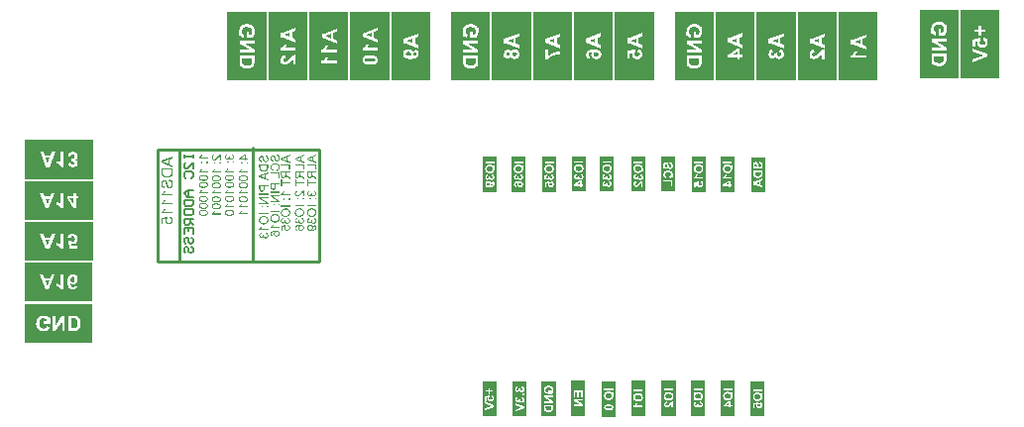
<source format=gbr>
%TF.GenerationSoftware,Altium Limited,Altium Designer,24.8.2 (39)*%
G04 Layer_Color=65535*
%FSLAX45Y45*%
%MOMM*%
%TF.SameCoordinates,FC40D359-564B-479C-ACF9-AE4C40DE52D9*%
%TF.FilePolarity,Positive*%
%TF.FileFunction,Legend,Bot*%
%TF.Part,Single*%
G01*
G75*
%TA.AperFunction,NonConductor*%
%ADD31C,0.25400*%
%ADD33C,0.17000*%
G36*
X11732500Y3055000D02*
X11613940D01*
Y3355000D01*
X11732500D01*
Y3055000D01*
D02*
G37*
G36*
X10210000Y5929798D02*
X9877200D01*
Y6510201D01*
X10210000D01*
Y5929798D01*
D02*
G37*
G36*
X13257501Y3362499D02*
Y3062500D01*
X13137943D01*
Y3362499D01*
X13257501D01*
D02*
G37*
G36*
X13680000Y5929798D02*
X13347202D01*
Y6510201D01*
X13680000D01*
Y5929798D01*
D02*
G37*
G36*
X13510001Y3362499D02*
Y3062500D01*
X13390442D01*
Y3362499D01*
X13510001D01*
D02*
G37*
G36*
X11985001Y5274999D02*
Y4974999D01*
X11865443D01*
Y5274999D01*
X11985001D01*
D02*
G37*
G36*
X13330000Y5929597D02*
X12997202D01*
Y6510000D01*
X13330000D01*
Y5929597D01*
D02*
G37*
G36*
X8025202Y4370000D02*
Y4037200D01*
X7444800D01*
Y4370000D01*
X8025202D01*
D02*
G37*
G36*
X13005000Y3062500D02*
X12885442D01*
Y3362500D01*
X13005000D01*
Y3062500D01*
D02*
G37*
G36*
X8022902Y3684701D02*
X7442500D01*
Y4017500D01*
X8022902D01*
Y3684701D01*
D02*
G37*
G36*
X13000000Y4977500D02*
X12880441D01*
Y5277499D01*
X13000000D01*
Y4977500D01*
D02*
G37*
G36*
X9510000Y5929597D02*
X9177201D01*
Y6510000D01*
X9510000D01*
Y5929597D01*
D02*
G37*
G36*
X12820001Y5929799D02*
X12487202D01*
Y6510201D01*
X12820001D01*
Y5929799D01*
D02*
G37*
G36*
X12745000Y3360000D02*
Y3060000D01*
X12625442D01*
Y3360000D01*
X12745000D01*
D02*
G37*
G36*
X12470001Y5929597D02*
X12137201D01*
Y6510000D01*
X12470001D01*
Y5929597D01*
D02*
G37*
G36*
X15420001Y5949799D02*
X15087201D01*
Y6530201D01*
X15420001D01*
Y5949799D01*
D02*
G37*
G36*
X11722501Y5274999D02*
Y4974999D01*
X11602943D01*
Y5274999D01*
X11722501D01*
D02*
G37*
G36*
X13764999Y3357500D02*
Y3057500D01*
X13645442D01*
Y3357500D01*
X13764999D01*
D02*
G37*
G36*
X14730000Y5929798D02*
X14397202D01*
Y6510201D01*
X14730000D01*
Y5929798D01*
D02*
G37*
G36*
X12237500Y4977500D02*
X12117942D01*
Y5277500D01*
X12237500D01*
Y4977500D01*
D02*
G37*
G36*
X11980000Y3354999D02*
Y3054999D01*
X11860442D01*
Y3354999D01*
X11980000D01*
D02*
G37*
G36*
X15770000Y5949799D02*
X15439532D01*
Y6530199D01*
X15770000D01*
Y5949799D01*
D02*
G37*
G36*
X11420001Y5929597D02*
X11087202D01*
Y6510000D01*
X11420001D01*
Y5929597D01*
D02*
G37*
G36*
X12477500Y4977500D02*
X12357942D01*
Y5277500D01*
X12477500D01*
Y4977500D01*
D02*
G37*
G36*
X13260001Y4975000D02*
X13140442D01*
Y5275000D01*
X13260001D01*
Y4975000D01*
D02*
G37*
G36*
X12492500Y3352500D02*
Y3052500D01*
X12372942D01*
Y3352500D01*
X12492500D01*
D02*
G37*
G36*
X14030000Y5929798D02*
X13697200D01*
Y6510201D01*
X14030000D01*
Y5929798D01*
D02*
G37*
G36*
X8027702Y5065001D02*
Y4732201D01*
X7447300D01*
Y5065001D01*
X8027702D01*
D02*
G37*
G36*
X11472501Y3354999D02*
Y3054999D01*
X11354340D01*
Y3354999D01*
X11472501D01*
D02*
G37*
G36*
X9860000Y5929798D02*
X9527201D01*
Y6510201D01*
X9860000D01*
Y5929798D01*
D02*
G37*
G36*
X13507501Y5274999D02*
Y4974999D01*
X13387943D01*
Y5274999D01*
X13507501D01*
D02*
G37*
G36*
X10560001Y5929799D02*
X10227202D01*
Y6510201D01*
X10560001D01*
Y5929799D01*
D02*
G37*
G36*
X13767500Y4972500D02*
X13647942D01*
Y5272500D01*
X13767500D01*
Y4972500D01*
D02*
G37*
G36*
X8027702Y5417500D02*
Y5084701D01*
X7447300D01*
Y5417500D01*
X8027702D01*
D02*
G37*
G36*
X11770001Y5929799D02*
X11437202D01*
Y6510201D01*
X11770001D01*
Y5929799D01*
D02*
G37*
G36*
X8027702Y4717501D02*
Y4384701D01*
X7447300D01*
Y4717501D01*
X8027702D01*
D02*
G37*
G36*
X14380000Y5929799D02*
X14047202D01*
Y6510201D01*
X14380000D01*
Y5929799D01*
D02*
G37*
G36*
X11477500Y4975000D02*
X11357942D01*
Y5275000D01*
X11477500D01*
Y4975000D01*
D02*
G37*
G36*
X10910000Y5929798D02*
X10577201D01*
Y6510201D01*
X10910000D01*
Y5929798D01*
D02*
G37*
G36*
X12232500Y3360000D02*
Y3060000D01*
X12114340D01*
Y3360000D01*
X12232500D01*
D02*
G37*
G36*
X12120001Y5929799D02*
X11787201D01*
Y6510201D01*
X12120001D01*
Y5929799D01*
D02*
G37*
G36*
X12745000Y4977500D02*
X12625442D01*
Y5277499D01*
X12745000D01*
Y4977500D01*
D02*
G37*
G36*
X9331633Y5264159D02*
X9350000D01*
Y5254776D01*
X9331633D01*
Y5244395D01*
X9322948D01*
Y5254776D01*
X9273237D01*
Y5262462D01*
X9322948Y5297500D01*
X9331633D01*
Y5264159D01*
D02*
G37*
G36*
X9350000Y5218740D02*
X9339219D01*
Y5229521D01*
X9350000D01*
Y5218740D01*
D02*
G37*
G36*
X9305180D02*
X9294399D01*
Y5229521D01*
X9305180D01*
Y5218740D01*
D02*
G37*
G36*
X9300688Y5166334D02*
X9299889Y5164637D01*
X9299091Y5162940D01*
X9298292Y5161443D01*
X9297594Y5160145D01*
X9296995Y5159047D01*
X9296795Y5158648D01*
X9296595Y5158348D01*
X9296496Y5158248D01*
Y5158148D01*
X9295298Y5156152D01*
X9294100Y5154455D01*
X9293002Y5152858D01*
X9292004Y5151560D01*
X9291205Y5150562D01*
X9290506Y5149763D01*
X9290107Y5149364D01*
X9290007Y5149164D01*
X9350000D01*
Y5139781D01*
X9272938D01*
Y5145870D01*
X9274834Y5146968D01*
X9276631Y5148266D01*
X9278428Y5149664D01*
X9279925Y5150961D01*
X9281323Y5152259D01*
X9282321Y5153257D01*
X9282720Y5153656D01*
X9283020Y5153956D01*
X9283119Y5154156D01*
X9283219Y5154255D01*
X9285116Y5156551D01*
X9286813Y5158847D01*
X9288410Y5161243D01*
X9289708Y5163339D01*
X9290706Y5165236D01*
X9291205Y5166034D01*
X9291504Y5166733D01*
X9291804Y5167232D01*
X9292004Y5167632D01*
X9292203Y5167931D01*
Y5168031D01*
X9301387D01*
X9300688Y5166334D01*
D02*
G37*
G36*
X9316061Y5115524D02*
X9319754Y5115325D01*
X9323048Y5114926D01*
X9326143Y5114426D01*
X9329037Y5113927D01*
X9331533Y5113229D01*
X9333829Y5112530D01*
X9335925Y5111831D01*
X9337722Y5111132D01*
X9339219Y5110533D01*
X9340517Y5109835D01*
X9341615Y5109335D01*
X9342414Y5108836D01*
X9342913Y5108437D01*
X9343312Y5108237D01*
X9343412Y5108138D01*
X9344809Y5106840D01*
X9346007Y5105542D01*
X9347105Y5104145D01*
X9348004Y5102747D01*
X9348702Y5101250D01*
X9349401Y5099753D01*
X9349900Y5098355D01*
X9350300Y5096958D01*
X9350599Y5095660D01*
X9350898Y5094462D01*
X9351098Y5093464D01*
X9351198Y5092466D01*
Y5091767D01*
X9351298Y5091168D01*
Y5090669D01*
X9351198Y5089171D01*
X9351098Y5087674D01*
X9350599Y5084979D01*
X9349900Y5082583D01*
X9349002Y5080587D01*
X9348603Y5079688D01*
X9348203Y5078990D01*
X9347804Y5078291D01*
X9347505Y5077792D01*
X9347205Y5077392D01*
X9347005Y5076993D01*
X9346806Y5076893D01*
Y5076794D01*
X9345009Y5074797D01*
X9342913Y5073100D01*
X9340816Y5071703D01*
X9338720Y5070505D01*
X9336923Y5069606D01*
X9336125Y5069207D01*
X9335426Y5068908D01*
X9334827Y5068708D01*
X9334428Y5068508D01*
X9334128Y5068408D01*
X9334029D01*
X9332431Y5067909D01*
X9330734Y5067510D01*
X9327141Y5066811D01*
X9323447Y5066312D01*
X9319954Y5065913D01*
X9318357Y5065813D01*
X9316859Y5065713D01*
X9315562D01*
X9314463Y5065613D01*
X9313465D01*
X9312766D01*
X9312367D01*
X9312168D01*
X9310071D01*
X9308075Y5065713D01*
X9306278Y5065813D01*
X9304581Y5065913D01*
X9302884Y5066013D01*
X9301487Y5066212D01*
X9300089Y5066312D01*
X9298891Y5066512D01*
X9297793Y5066711D01*
X9296795Y5066811D01*
X9295996Y5067011D01*
X9295298Y5067111D01*
X9294799Y5067211D01*
X9294399Y5067310D01*
X9294200Y5067410D01*
X9294100D01*
X9291704Y5068109D01*
X9289408Y5068808D01*
X9287512Y5069606D01*
X9285815Y5070405D01*
X9284417Y5071104D01*
X9283419Y5071603D01*
X9283119Y5071802D01*
X9282820Y5072002D01*
X9282720Y5072102D01*
X9282620D01*
X9280923Y5073300D01*
X9279526Y5074597D01*
X9278328Y5075895D01*
X9277230Y5077093D01*
X9276431Y5078191D01*
X9275932Y5078990D01*
X9275533Y5079589D01*
X9275433Y5079688D01*
Y5079788D01*
X9274634Y5081585D01*
X9274036Y5083482D01*
X9273536Y5085278D01*
X9273237Y5086975D01*
X9273037Y5088473D01*
Y5089072D01*
X9272938Y5089671D01*
Y5092166D01*
X9273137Y5093663D01*
X9273636Y5096359D01*
X9274335Y5098754D01*
X9275134Y5100751D01*
X9275633Y5101649D01*
X9276032Y5102348D01*
X9276431Y5103047D01*
X9276731Y5103546D01*
X9277030Y5103945D01*
X9277230Y5104245D01*
X9277330Y5104444D01*
X9277430Y5104544D01*
X9279226Y5106441D01*
X9281323Y5108138D01*
X9283519Y5109535D01*
X9285515Y5110733D01*
X9287412Y5111631D01*
X9288210Y5112031D01*
X9288909Y5112330D01*
X9289508Y5112530D01*
X9289907Y5112729D01*
X9290207Y5112829D01*
X9290307D01*
X9291904Y5113328D01*
X9293601Y5113728D01*
X9297194Y5114426D01*
X9300888Y5114926D01*
X9304381Y5115225D01*
X9305979Y5115425D01*
X9307476D01*
X9308774Y5115524D01*
X9309872Y5115624D01*
X9310870D01*
X9311569D01*
X9311968D01*
X9312168D01*
X9316061Y5115524D01*
D02*
G37*
G36*
Y5055931D02*
X9319754Y5055731D01*
X9323048Y5055332D01*
X9326143Y5054833D01*
X9329037Y5054334D01*
X9331533Y5053635D01*
X9333829Y5052936D01*
X9335925Y5052237D01*
X9337722Y5051539D01*
X9339219Y5050940D01*
X9340517Y5050241D01*
X9341615Y5049742D01*
X9342414Y5049243D01*
X9342913Y5048843D01*
X9343312Y5048644D01*
X9343412Y5048544D01*
X9344809Y5047246D01*
X9346007Y5045949D01*
X9347105Y5044551D01*
X9348004Y5043153D01*
X9348702Y5041656D01*
X9349401Y5040159D01*
X9349900Y5038761D01*
X9350300Y5037364D01*
X9350599Y5036066D01*
X9350898Y5034868D01*
X9351098Y5033870D01*
X9351198Y5032872D01*
Y5032173D01*
X9351298Y5031574D01*
Y5031075D01*
X9351198Y5029578D01*
X9351098Y5028080D01*
X9350599Y5025385D01*
X9349900Y5022989D01*
X9349002Y5020993D01*
X9348603Y5020095D01*
X9348203Y5019396D01*
X9347804Y5018697D01*
X9347505Y5018198D01*
X9347205Y5017799D01*
X9347005Y5017399D01*
X9346806Y5017300D01*
Y5017200D01*
X9345009Y5015203D01*
X9342913Y5013506D01*
X9340816Y5012109D01*
X9338720Y5010911D01*
X9336923Y5010013D01*
X9336125Y5009613D01*
X9335426Y5009314D01*
X9334827Y5009114D01*
X9334428Y5008915D01*
X9334128Y5008815D01*
X9334029D01*
X9332431Y5008316D01*
X9330734Y5007916D01*
X9327141Y5007218D01*
X9323447Y5006718D01*
X9319954Y5006319D01*
X9318357Y5006219D01*
X9316859Y5006120D01*
X9315562D01*
X9314463Y5006020D01*
X9313465D01*
X9312766D01*
X9312367D01*
X9312168D01*
X9310071D01*
X9308075Y5006120D01*
X9306278Y5006219D01*
X9304581Y5006319D01*
X9302884Y5006419D01*
X9301487Y5006619D01*
X9300089Y5006718D01*
X9298891Y5006918D01*
X9297793Y5007118D01*
X9296795Y5007218D01*
X9295996Y5007417D01*
X9295298Y5007517D01*
X9294799Y5007617D01*
X9294399Y5007717D01*
X9294200Y5007817D01*
X9294100D01*
X9291704Y5008515D01*
X9289408Y5009214D01*
X9287512Y5010013D01*
X9285815Y5010811D01*
X9284417Y5011510D01*
X9283419Y5012009D01*
X9283119Y5012209D01*
X9282820Y5012408D01*
X9282720Y5012508D01*
X9282620D01*
X9280923Y5013706D01*
X9279526Y5015004D01*
X9278328Y5016301D01*
X9277230Y5017499D01*
X9276431Y5018597D01*
X9275932Y5019396D01*
X9275533Y5019995D01*
X9275433Y5020095D01*
Y5020194D01*
X9274634Y5021991D01*
X9274036Y5023888D01*
X9273536Y5025685D01*
X9273237Y5027382D01*
X9273037Y5028879D01*
Y5029478D01*
X9272938Y5030077D01*
Y5032572D01*
X9273137Y5034070D01*
X9273636Y5036765D01*
X9274335Y5039161D01*
X9275134Y5041157D01*
X9275633Y5042055D01*
X9276032Y5042754D01*
X9276431Y5043453D01*
X9276731Y5043952D01*
X9277030Y5044351D01*
X9277230Y5044651D01*
X9277330Y5044850D01*
X9277430Y5044950D01*
X9279226Y5046847D01*
X9281323Y5048544D01*
X9283519Y5049941D01*
X9285515Y5051139D01*
X9287412Y5052038D01*
X9288210Y5052437D01*
X9288909Y5052736D01*
X9289508Y5052936D01*
X9289907Y5053136D01*
X9290207Y5053236D01*
X9290307D01*
X9291904Y5053735D01*
X9293601Y5054134D01*
X9297194Y5054833D01*
X9300888Y5055332D01*
X9304381Y5055631D01*
X9305979Y5055831D01*
X9307476D01*
X9308774Y5055931D01*
X9309872Y5056031D01*
X9310870D01*
X9311569D01*
X9311968D01*
X9312168D01*
X9316061Y5055931D01*
D02*
G37*
G36*
X9300688Y4987553D02*
X9299889Y4985856D01*
X9299091Y4984159D01*
X9298292Y4982661D01*
X9297594Y4981364D01*
X9296995Y4980266D01*
X9296795Y4979866D01*
X9296595Y4979567D01*
X9296496Y4979467D01*
Y4979367D01*
X9295298Y4977371D01*
X9294100Y4975674D01*
X9293002Y4974077D01*
X9292004Y4972779D01*
X9291205Y4971781D01*
X9290506Y4970982D01*
X9290107Y4970583D01*
X9290007Y4970383D01*
X9350000D01*
Y4961000D01*
X9272938D01*
Y4967089D01*
X9274834Y4968187D01*
X9276631Y4969485D01*
X9278428Y4970882D01*
X9279925Y4972180D01*
X9281323Y4973478D01*
X9282321Y4974476D01*
X9282720Y4974875D01*
X9283020Y4975175D01*
X9283119Y4975374D01*
X9283219Y4975474D01*
X9285116Y4977770D01*
X9286813Y4980066D01*
X9288410Y4982462D01*
X9289708Y4984558D01*
X9290706Y4986455D01*
X9291205Y4987253D01*
X9291504Y4987952D01*
X9291804Y4988451D01*
X9292004Y4988850D01*
X9292203Y4989150D01*
Y4989250D01*
X9301387D01*
X9300688Y4987553D01*
D02*
G37*
G36*
X9316061Y4936743D02*
X9319754Y4936544D01*
X9323048Y4936144D01*
X9326143Y4935645D01*
X9329037Y4935146D01*
X9331533Y4934447D01*
X9333829Y4933749D01*
X9335925Y4933050D01*
X9337722Y4932351D01*
X9339219Y4931752D01*
X9340517Y4931053D01*
X9341615Y4930554D01*
X9342414Y4930055D01*
X9342913Y4929656D01*
X9343312Y4929456D01*
X9343412Y4929356D01*
X9344809Y4928059D01*
X9346007Y4926761D01*
X9347105Y4925364D01*
X9348004Y4923966D01*
X9348702Y4922469D01*
X9349401Y4920971D01*
X9349900Y4919574D01*
X9350300Y4918176D01*
X9350599Y4916879D01*
X9350898Y4915681D01*
X9351098Y4914683D01*
X9351198Y4913684D01*
Y4912986D01*
X9351298Y4912387D01*
Y4911888D01*
X9351198Y4910390D01*
X9351098Y4908893D01*
X9350599Y4906198D01*
X9349900Y4903802D01*
X9349002Y4901806D01*
X9348603Y4900907D01*
X9348203Y4900208D01*
X9347804Y4899510D01*
X9347505Y4899011D01*
X9347205Y4898611D01*
X9347005Y4898212D01*
X9346806Y4898112D01*
Y4898012D01*
X9345009Y4896016D01*
X9342913Y4894319D01*
X9340816Y4892921D01*
X9338720Y4891724D01*
X9336923Y4890825D01*
X9336125Y4890426D01*
X9335426Y4890126D01*
X9334827Y4889927D01*
X9334428Y4889727D01*
X9334128Y4889627D01*
X9334029D01*
X9332431Y4889128D01*
X9330734Y4888729D01*
X9327141Y4888030D01*
X9323447Y4887531D01*
X9319954Y4887132D01*
X9318357Y4887032D01*
X9316859Y4886932D01*
X9315562D01*
X9314463Y4886832D01*
X9313465D01*
X9312766D01*
X9312367D01*
X9312168D01*
X9310071D01*
X9308075Y4886932D01*
X9306278Y4887032D01*
X9304581Y4887132D01*
X9302884Y4887232D01*
X9301487Y4887431D01*
X9300089Y4887531D01*
X9298891Y4887731D01*
X9297793Y4887930D01*
X9296795Y4888030D01*
X9295996Y4888230D01*
X9295298Y4888330D01*
X9294799Y4888429D01*
X9294399Y4888529D01*
X9294200Y4888629D01*
X9294100D01*
X9291704Y4889328D01*
X9289408Y4890027D01*
X9287512Y4890825D01*
X9285815Y4891624D01*
X9284417Y4892322D01*
X9283419Y4892822D01*
X9283119Y4893021D01*
X9282820Y4893221D01*
X9282720Y4893321D01*
X9282620D01*
X9280923Y4894519D01*
X9279526Y4895816D01*
X9278328Y4897114D01*
X9277230Y4898312D01*
X9276431Y4899410D01*
X9275932Y4900208D01*
X9275533Y4900807D01*
X9275433Y4900907D01*
Y4901007D01*
X9274634Y4902804D01*
X9274036Y4904700D01*
X9273536Y4906497D01*
X9273237Y4908194D01*
X9273037Y4909691D01*
Y4910290D01*
X9272938Y4910889D01*
Y4913385D01*
X9273137Y4914882D01*
X9273636Y4917577D01*
X9274335Y4919973D01*
X9275134Y4921970D01*
X9275633Y4922868D01*
X9276032Y4923567D01*
X9276431Y4924265D01*
X9276731Y4924765D01*
X9277030Y4925164D01*
X9277230Y4925463D01*
X9277330Y4925663D01*
X9277430Y4925763D01*
X9279226Y4927659D01*
X9281323Y4929356D01*
X9283519Y4930754D01*
X9285515Y4931952D01*
X9287412Y4932850D01*
X9288210Y4933249D01*
X9288909Y4933549D01*
X9289508Y4933749D01*
X9289907Y4933948D01*
X9290207Y4934048D01*
X9290307D01*
X9291904Y4934547D01*
X9293601Y4934946D01*
X9297194Y4935645D01*
X9300888Y4936144D01*
X9304381Y4936444D01*
X9305979Y4936643D01*
X9307476D01*
X9308774Y4936743D01*
X9309872Y4936843D01*
X9310870D01*
X9311569D01*
X9311968D01*
X9312168D01*
X9316061Y4936743D01*
D02*
G37*
G36*
X9300688Y4868365D02*
X9299889Y4866668D01*
X9299091Y4864971D01*
X9298292Y4863474D01*
X9297594Y4862176D01*
X9296995Y4861078D01*
X9296795Y4860679D01*
X9296595Y4860379D01*
X9296496Y4860280D01*
Y4860180D01*
X9295298Y4858183D01*
X9294100Y4856486D01*
X9293002Y4854889D01*
X9292004Y4853592D01*
X9291205Y4852593D01*
X9290506Y4851795D01*
X9290107Y4851395D01*
X9290007Y4851196D01*
X9350000D01*
Y4841813D01*
X9272938D01*
Y4847902D01*
X9274834Y4849000D01*
X9276631Y4850297D01*
X9278428Y4851695D01*
X9279925Y4852993D01*
X9281323Y4854290D01*
X9282321Y4855288D01*
X9282720Y4855688D01*
X9283020Y4855987D01*
X9283119Y4856187D01*
X9283219Y4856287D01*
X9285116Y4858583D01*
X9286813Y4860879D01*
X9288410Y4863274D01*
X9289708Y4865371D01*
X9290706Y4867267D01*
X9291205Y4868066D01*
X9291504Y4868764D01*
X9291804Y4869264D01*
X9292004Y4869663D01*
X9292203Y4869962D01*
Y4870062D01*
X9301387D01*
X9300688Y4868365D01*
D02*
G37*
G36*
Y4808771D02*
X9299889Y4807074D01*
X9299091Y4805377D01*
X9298292Y4803880D01*
X9297594Y4802582D01*
X9296995Y4801484D01*
X9296795Y4801085D01*
X9296595Y4800786D01*
X9296496Y4800686D01*
Y4800586D01*
X9295298Y4798590D01*
X9294100Y4796893D01*
X9293002Y4795295D01*
X9292004Y4793998D01*
X9291205Y4793000D01*
X9290506Y4792201D01*
X9290107Y4791802D01*
X9290007Y4791602D01*
X9350000D01*
Y4782219D01*
X9272938D01*
Y4788308D01*
X9274834Y4789406D01*
X9276631Y4790704D01*
X9278428Y4792101D01*
X9279925Y4793399D01*
X9281323Y4794697D01*
X9282321Y4795695D01*
X9282720Y4796094D01*
X9283020Y4796394D01*
X9283119Y4796593D01*
X9283219Y4796693D01*
X9285116Y4798989D01*
X9286813Y4801285D01*
X9288410Y4803681D01*
X9289708Y4805777D01*
X9290706Y4807673D01*
X9291205Y4808472D01*
X9291504Y4809171D01*
X9291804Y4809670D01*
X9292004Y4810069D01*
X9292203Y4810369D01*
Y4810468D01*
X9301387D01*
X9300688Y4808771D01*
D02*
G37*
G36*
X8710000Y5263784D02*
X8680409Y5253116D01*
Y5212222D01*
X8710000Y5200919D01*
Y5186314D01*
X8612337Y5226065D01*
Y5240162D01*
X8710000Y5277373D01*
Y5263784D01*
D02*
G37*
G36*
Y5140594D02*
X8709873Y5137419D01*
X8709746Y5134371D01*
X8709492Y5131704D01*
X8709111Y5129418D01*
X8708857Y5127513D01*
X8708730Y5126751D01*
X8708603Y5126116D01*
X8708476Y5125608D01*
Y5125227D01*
X8708349Y5125100D01*
Y5124973D01*
X8707714Y5122560D01*
X8706952Y5120274D01*
X8706063Y5118242D01*
X8705301Y5116591D01*
X8704666Y5115194D01*
X8704031Y5114178D01*
X8703650Y5113543D01*
X8703523Y5113289D01*
X8702126Y5111511D01*
X8700729Y5109733D01*
X8699205Y5108209D01*
X8697808Y5106939D01*
X8696538Y5105796D01*
X8695522Y5105034D01*
X8694887Y5104399D01*
X8694633Y5104272D01*
X8692474Y5102875D01*
X8690061Y5101478D01*
X8687648Y5100335D01*
X8685362Y5099446D01*
X8683457Y5098684D01*
X8682568Y5098430D01*
X8681806Y5098176D01*
X8681298Y5097922D01*
X8680790Y5097795D01*
X8680536Y5097668D01*
X8680409D01*
X8677107Y5096779D01*
X8673678Y5096144D01*
X8670376Y5095636D01*
X8667328Y5095382D01*
X8665931Y5095255D01*
X8664661Y5095128D01*
X8663518D01*
X8662629Y5095001D01*
X8661740D01*
X8661232D01*
X8660851D01*
X8660724D01*
X8656025Y5095128D01*
X8651580Y5095636D01*
X8649548Y5095890D01*
X8647643Y5096271D01*
X8645865Y5096652D01*
X8644214Y5096906D01*
X8642690Y5097287D01*
X8641420Y5097668D01*
X8640277Y5098049D01*
X8639261Y5098303D01*
X8638499Y5098557D01*
X8637991Y5098811D01*
X8637610Y5098938D01*
X8637483D01*
X8633800Y5100462D01*
X8630625Y5102367D01*
X8627704Y5104272D01*
X8625291Y5106177D01*
X8624275Y5107066D01*
X8623386Y5107828D01*
X8622624Y5108590D01*
X8621989Y5109225D01*
X8621481Y5109733D01*
X8621100Y5110114D01*
X8620973Y5110368D01*
X8620846Y5110495D01*
X8619068Y5112781D01*
X8617544Y5115194D01*
X8616401Y5117607D01*
X8615385Y5119893D01*
X8614750Y5121798D01*
X8614496Y5122687D01*
X8614242Y5123449D01*
X8614115Y5123957D01*
X8613988Y5124465D01*
X8613861Y5124719D01*
Y5124846D01*
X8613353Y5127259D01*
X8612972Y5130053D01*
X8612718Y5132974D01*
X8612464Y5135768D01*
Y5138181D01*
X8612337Y5139324D01*
Y5175773D01*
X8710000D01*
Y5140594D01*
D02*
G37*
G36*
X8682060Y5081285D02*
X8685489Y5080650D01*
X8688410Y5079761D01*
X8691077Y5078745D01*
X8692220Y5078237D01*
X8693236Y5077856D01*
X8693998Y5077348D01*
X8694760Y5076967D01*
X8695395Y5076713D01*
X8695776Y5076459D01*
X8696030Y5076205D01*
X8696157D01*
X8698824Y5074173D01*
X8701237Y5071887D01*
X8703269Y5069601D01*
X8704920Y5067315D01*
X8706190Y5065283D01*
X8706698Y5064394D01*
X8707079Y5063759D01*
X8707460Y5063124D01*
X8707714Y5062616D01*
X8707841Y5062362D01*
Y5062235D01*
X8709111Y5058679D01*
X8710000Y5054996D01*
X8710762Y5051186D01*
X8711143Y5047757D01*
X8711270Y5046106D01*
X8711397Y5044709D01*
X8711524Y5043312D01*
Y5042169D01*
X8711651Y5041280D01*
Y5040010D01*
X8711524Y5036200D01*
X8711016Y5032644D01*
X8710381Y5029469D01*
X8709746Y5026802D01*
X8709365Y5025532D01*
X8708984Y5024516D01*
X8708730Y5023627D01*
X8708476Y5022738D01*
X8708222Y5022230D01*
X8707968Y5021722D01*
X8707841Y5021468D01*
Y5021341D01*
X8706317Y5018420D01*
X8704539Y5015753D01*
X8702761Y5013594D01*
X8701110Y5011816D01*
X8699586Y5010419D01*
X8698316Y5009276D01*
X8697808Y5009022D01*
X8697427Y5008768D01*
X8697300Y5008514D01*
X8697173D01*
X8694633Y5006990D01*
X8691966Y5005847D01*
X8689553Y5005085D01*
X8687267Y5004450D01*
X8685362Y5004196D01*
X8684600Y5004069D01*
X8683838D01*
X8683330Y5003942D01*
X8682949D01*
X8682695D01*
X8682568D01*
X8679647Y5004069D01*
X8677107Y5004577D01*
X8674694Y5005212D01*
X8672662Y5005974D01*
X8671011Y5006863D01*
X8669741Y5007498D01*
X8669360Y5007752D01*
X8668979Y5008006D01*
X8668852Y5008133D01*
X8668725D01*
X8666566Y5009784D01*
X8664534Y5011816D01*
X8662883Y5013848D01*
X8661359Y5015880D01*
X8660216Y5017785D01*
X8659454Y5019309D01*
X8659073Y5019944D01*
X8658819Y5020325D01*
X8658692Y5020579D01*
Y5020706D01*
X8658184Y5021849D01*
X8657676Y5023246D01*
X8657168Y5024897D01*
X8656533Y5026548D01*
X8655517Y5030104D01*
X8654628Y5033660D01*
X8654120Y5035438D01*
X8653739Y5036962D01*
X8653358Y5038486D01*
X8653104Y5039756D01*
X8652850Y5040772D01*
X8652596Y5041661D01*
X8652469Y5042169D01*
Y5042296D01*
X8651834Y5045090D01*
X8651199Y5047630D01*
X8650564Y5049916D01*
X8649929Y5051948D01*
X8649294Y5053726D01*
X8648786Y5055250D01*
X8648151Y5056647D01*
X8647643Y5057917D01*
X8647262Y5058806D01*
X8646881Y5059695D01*
X8646500Y5060330D01*
X8646119Y5060838D01*
X8645992Y5061219D01*
X8645738Y5061473D01*
X8645611Y5061727D01*
X8644214Y5062997D01*
X8642817Y5063886D01*
X8641420Y5064521D01*
X8640023Y5064902D01*
X8638753Y5065156D01*
X8637864Y5065410D01*
X8637229D01*
X8636975D01*
X8634816Y5065156D01*
X8632784Y5064521D01*
X8631006Y5063759D01*
X8629482Y5062743D01*
X8628212Y5061727D01*
X8627323Y5060965D01*
X8626815Y5060330D01*
X8626561Y5060076D01*
X8625799Y5059060D01*
X8625164Y5057790D01*
X8624021Y5055123D01*
X8623259Y5052329D01*
X8622751Y5049535D01*
X8622497Y5046995D01*
X8622370Y5045979D01*
X8622243Y5044963D01*
Y5041026D01*
X8622497Y5039121D01*
X8622624Y5037343D01*
X8623005Y5035692D01*
X8623386Y5034168D01*
X8623767Y5032771D01*
X8624148Y5031501D01*
X8624529Y5030358D01*
X8625037Y5029469D01*
X8625418Y5028580D01*
X8625799Y5027818D01*
X8626180Y5027183D01*
X8626561Y5026802D01*
X8626688Y5026421D01*
X8626942Y5026167D01*
X8628847Y5024135D01*
X8631133Y5022611D01*
X8633419Y5021468D01*
X8635578Y5020579D01*
X8637610Y5019944D01*
X8638499Y5019690D01*
X8639261Y5019563D01*
X8639896Y5019436D01*
X8640404Y5019309D01*
X8640658D01*
X8640785D01*
X8639896Y5006863D01*
X8636848Y5007117D01*
X8633927Y5007752D01*
X8631387Y5008514D01*
X8629101Y5009403D01*
X8627196Y5010292D01*
X8626434Y5010673D01*
X8625799Y5010927D01*
X8625291Y5011308D01*
X8624910Y5011435D01*
X8624783Y5011689D01*
X8624656D01*
X8622243Y5013467D01*
X8620084Y5015626D01*
X8618306Y5017658D01*
X8616909Y5019817D01*
X8615766Y5021595D01*
X8614877Y5023119D01*
X8614623Y5023754D01*
X8614369Y5024135D01*
X8614242Y5024389D01*
Y5024516D01*
X8613099Y5027691D01*
X8612210Y5030993D01*
X8611575Y5034168D01*
X8611067Y5037089D01*
X8610940Y5038486D01*
X8610813Y5039756D01*
Y5040772D01*
X8610686Y5041788D01*
Y5043566D01*
X8610813Y5047122D01*
X8611194Y5050551D01*
X8611829Y5053599D01*
X8612337Y5056266D01*
X8612718Y5057409D01*
X8612972Y5058425D01*
X8613353Y5059314D01*
X8613607Y5060076D01*
X8613734Y5060711D01*
X8613988Y5061092D01*
X8614115Y5061346D01*
Y5061473D01*
X8615512Y5064267D01*
X8617036Y5066807D01*
X8618687Y5068839D01*
X8620211Y5070617D01*
X8621608Y5071887D01*
X8622878Y5072903D01*
X8623640Y5073411D01*
X8623767Y5073665D01*
X8623894D01*
X8626307Y5075062D01*
X8628720Y5076078D01*
X8631006Y5076840D01*
X8633165Y5077348D01*
X8635070Y5077602D01*
X8636467Y5077729D01*
X8636975Y5077856D01*
X8637356D01*
X8637610D01*
X8637737D01*
X8640150Y5077729D01*
X8642436Y5077348D01*
X8644595Y5076840D01*
X8646373Y5076205D01*
X8647897Y5075570D01*
X8648913Y5075062D01*
X8649675Y5074681D01*
X8649802Y5074554D01*
X8649929D01*
X8651834Y5073157D01*
X8653612Y5071506D01*
X8655136Y5069728D01*
X8656406Y5068077D01*
X8657549Y5066553D01*
X8658311Y5065283D01*
X8658565Y5064775D01*
X8658819Y5064394D01*
X8658946Y5064267D01*
Y5064140D01*
X8659454Y5062997D01*
X8660089Y5061727D01*
X8661105Y5058933D01*
X8662248Y5055758D01*
X8663137Y5052710D01*
X8664026Y5049789D01*
X8664280Y5048646D01*
X8664661Y5047503D01*
X8664788Y5046614D01*
X8665042Y5045979D01*
X8665169Y5045471D01*
Y5045344D01*
X8665804Y5042931D01*
X8666312Y5040772D01*
X8666820Y5038740D01*
X8667201Y5036962D01*
X8667709Y5035311D01*
X8668090Y5033914D01*
X8668344Y5032644D01*
X8668725Y5031628D01*
X8668979Y5030612D01*
X8669233Y5029850D01*
X8669360Y5029215D01*
X8669614Y5028707D01*
X8669741Y5028199D01*
X8669868Y5027945D01*
X8670757Y5025786D01*
X8671773Y5024008D01*
X8672662Y5022484D01*
X8673551Y5021214D01*
X8674313Y5020325D01*
X8674948Y5019690D01*
X8675456Y5019309D01*
X8675583Y5019182D01*
X8676853Y5018293D01*
X8678250Y5017531D01*
X8679647Y5017023D01*
X8680917Y5016769D01*
X8681933Y5016515D01*
X8682822Y5016388D01*
X8683330D01*
X8683584D01*
X8685235Y5016515D01*
X8686759Y5016769D01*
X8688156Y5017277D01*
X8689426Y5017785D01*
X8690442Y5018293D01*
X8691331Y5018801D01*
X8691839Y5019055D01*
X8691966Y5019182D01*
X8693363Y5020325D01*
X8694506Y5021722D01*
X8695522Y5023119D01*
X8696411Y5024516D01*
X8697046Y5025786D01*
X8697554Y5026802D01*
X8697808Y5027437D01*
X8697935Y5027564D01*
Y5027691D01*
X8698697Y5029850D01*
X8699205Y5032009D01*
X8699586Y5034295D01*
X8699840Y5036200D01*
X8699967Y5037978D01*
X8700094Y5039375D01*
Y5040645D01*
X8699967Y5043693D01*
X8699713Y5046487D01*
X8699205Y5049027D01*
X8698697Y5051186D01*
X8698189Y5053091D01*
X8697935Y5053853D01*
X8697681Y5054488D01*
X8697554Y5054996D01*
X8697427Y5055377D01*
X8697300Y5055504D01*
Y5055631D01*
X8696157Y5057917D01*
X8694887Y5059949D01*
X8693617Y5061600D01*
X8692347Y5062997D01*
X8691331Y5064013D01*
X8690442Y5064775D01*
X8689934Y5065283D01*
X8689680Y5065410D01*
X8687775Y5066426D01*
X8685743Y5067315D01*
X8683711Y5068077D01*
X8681806Y5068585D01*
X8680028Y5068966D01*
X8678758Y5069220D01*
X8678250D01*
X8677869Y5069347D01*
X8677615D01*
X8677488D01*
X8678504Y5081539D01*
X8682060Y5081285D01*
D02*
G37*
G36*
X8647262Y4979812D02*
X8646246Y4977653D01*
X8645230Y4975494D01*
X8644214Y4973589D01*
X8643325Y4971938D01*
X8642563Y4970541D01*
X8642309Y4970033D01*
X8642055Y4969652D01*
X8641928Y4969525D01*
Y4969398D01*
X8640404Y4966858D01*
X8638880Y4964699D01*
X8637483Y4962667D01*
X8636213Y4961016D01*
X8635197Y4959746D01*
X8634308Y4958730D01*
X8633800Y4958222D01*
X8633673Y4957968D01*
X8710000D01*
Y4946030D01*
X8611956D01*
Y4953777D01*
X8614369Y4955174D01*
X8616655Y4956825D01*
X8618941Y4958603D01*
X8620846Y4960254D01*
X8622624Y4961905D01*
X8623894Y4963175D01*
X8624402Y4963683D01*
X8624783Y4964064D01*
X8624910Y4964318D01*
X8625037Y4964445D01*
X8627450Y4967366D01*
X8629609Y4970287D01*
X8631641Y4973335D01*
X8633292Y4976002D01*
X8634562Y4978415D01*
X8635197Y4979431D01*
X8635578Y4980320D01*
X8635959Y4980955D01*
X8636213Y4981463D01*
X8636467Y4981844D01*
Y4981971D01*
X8648151D01*
X8647262Y4979812D01*
D02*
G37*
G36*
Y4903993D02*
X8646246Y4901834D01*
X8645230Y4899675D01*
X8644214Y4897770D01*
X8643325Y4896119D01*
X8642563Y4894722D01*
X8642309Y4894214D01*
X8642055Y4893833D01*
X8641928Y4893706D01*
Y4893579D01*
X8640404Y4891039D01*
X8638880Y4888880D01*
X8637483Y4886848D01*
X8636213Y4885197D01*
X8635197Y4883927D01*
X8634308Y4882911D01*
X8633800Y4882403D01*
X8633673Y4882149D01*
X8710000D01*
Y4870211D01*
X8611956D01*
Y4877958D01*
X8614369Y4879355D01*
X8616655Y4881006D01*
X8618941Y4882784D01*
X8620846Y4884435D01*
X8622624Y4886086D01*
X8623894Y4887356D01*
X8624402Y4887864D01*
X8624783Y4888245D01*
X8624910Y4888499D01*
X8625037Y4888626D01*
X8627450Y4891547D01*
X8629609Y4894468D01*
X8631641Y4897516D01*
X8633292Y4900183D01*
X8634562Y4902596D01*
X8635197Y4903612D01*
X8635578Y4904501D01*
X8635959Y4905136D01*
X8636213Y4905644D01*
X8636467Y4906025D01*
Y4906152D01*
X8648151D01*
X8647262Y4903993D01*
D02*
G37*
G36*
Y4828174D02*
X8646246Y4826015D01*
X8645230Y4823856D01*
X8644214Y4821951D01*
X8643325Y4820300D01*
X8642563Y4818903D01*
X8642309Y4818395D01*
X8642055Y4818014D01*
X8641928Y4817887D01*
Y4817760D01*
X8640404Y4815220D01*
X8638880Y4813061D01*
X8637483Y4811029D01*
X8636213Y4809378D01*
X8635197Y4808108D01*
X8634308Y4807092D01*
X8633800Y4806584D01*
X8633673Y4806330D01*
X8710000D01*
Y4794392D01*
X8611956D01*
Y4802139D01*
X8614369Y4803536D01*
X8616655Y4805187D01*
X8618941Y4806965D01*
X8620846Y4808616D01*
X8622624Y4810267D01*
X8623894Y4811537D01*
X8624402Y4812045D01*
X8624783Y4812426D01*
X8624910Y4812680D01*
X8625037Y4812807D01*
X8627450Y4815728D01*
X8629609Y4818649D01*
X8631641Y4821697D01*
X8633292Y4824364D01*
X8634562Y4826777D01*
X8635197Y4827793D01*
X8635578Y4828682D01*
X8635959Y4829317D01*
X8636213Y4829825D01*
X8636467Y4830206D01*
Y4830333D01*
X8648151D01*
X8647262Y4828174D01*
D02*
G37*
G36*
X8686759Y4763404D02*
X8688918Y4762896D01*
X8690823Y4762388D01*
X8692728Y4761626D01*
X8694506Y4760991D01*
X8696157Y4760102D01*
X8697681Y4759340D01*
X8698951Y4758451D01*
X8700221Y4757689D01*
X8701237Y4756800D01*
X8702126Y4756165D01*
X8702888Y4755403D01*
X8703523Y4754895D01*
X8703904Y4754514D01*
X8704158Y4754260D01*
X8704285Y4754133D01*
X8705555Y4752482D01*
X8706698Y4750831D01*
X8707714Y4749053D01*
X8708476Y4747148D01*
X8709238Y4745370D01*
X8709873Y4743592D01*
X8710762Y4740163D01*
X8711016Y4738512D01*
X8711270Y4737115D01*
X8711397Y4735718D01*
X8711524Y4734575D01*
X8711651Y4733686D01*
Y4732416D01*
X8711524Y4729495D01*
X8711143Y4726701D01*
X8710508Y4724034D01*
X8709746Y4721494D01*
X8708857Y4719208D01*
X8707968Y4717176D01*
X8706825Y4715271D01*
X8705682Y4713493D01*
X8704666Y4711969D01*
X8703523Y4710572D01*
X8702634Y4709429D01*
X8701618Y4708540D01*
X8700983Y4707778D01*
X8700348Y4707143D01*
X8699967Y4706889D01*
X8699840Y4706762D01*
X8697935Y4705365D01*
X8696030Y4704222D01*
X8694125Y4703206D01*
X8692220Y4702317D01*
X8690315Y4701555D01*
X8688410Y4700920D01*
X8684727Y4700031D01*
X8683203Y4699650D01*
X8681679Y4699396D01*
X8680282Y4699269D01*
X8679139Y4699142D01*
X8678250Y4699015D01*
X8677615D01*
X8677107D01*
X8676980D01*
X8674440Y4699142D01*
X8672027Y4699396D01*
X8669741Y4699777D01*
X8667455Y4700412D01*
X8665423Y4701047D01*
X8663645Y4701809D01*
X8661867Y4702571D01*
X8660343Y4703460D01*
X8658946Y4704222D01*
X8657676Y4705111D01*
X8656660Y4705873D01*
X8655771Y4706508D01*
X8655009Y4707143D01*
X8654501Y4707524D01*
X8654247Y4707778D01*
X8654120Y4707905D01*
X8652596Y4709556D01*
X8651199Y4711334D01*
X8650056Y4713112D01*
X8648913Y4714890D01*
X8648151Y4716795D01*
X8647389Y4718573D01*
X8646754Y4720224D01*
X8646373Y4721875D01*
X8645992Y4723526D01*
X8645738Y4724923D01*
X8645484Y4726193D01*
X8645357Y4727209D01*
X8645230Y4728098D01*
Y4729368D01*
X8645357Y4731146D01*
X8645484Y4732924D01*
X8646246Y4736353D01*
X8647135Y4739401D01*
X8648278Y4742195D01*
X8648913Y4743465D01*
X8649421Y4744481D01*
X8650056Y4745497D01*
X8650437Y4746259D01*
X8650818Y4746894D01*
X8651199Y4747402D01*
X8651326Y4747656D01*
X8651453Y4747783D01*
X8625037Y4742576D01*
Y4703587D01*
X8613607D01*
Y4752101D01*
X8663772Y4761499D01*
X8665423Y4750196D01*
X8663899Y4749180D01*
X8662629Y4748037D01*
X8661359Y4746767D01*
X8660470Y4745624D01*
X8659581Y4744608D01*
X8659073Y4743846D01*
X8658692Y4743338D01*
X8658565Y4743084D01*
X8657676Y4741306D01*
X8656914Y4739401D01*
X8656406Y4737623D01*
X8656152Y4736099D01*
X8655898Y4734575D01*
X8655771Y4733559D01*
Y4730765D01*
X8656025Y4729241D01*
X8656660Y4726193D01*
X8657676Y4723653D01*
X8658692Y4721494D01*
X8659835Y4719716D01*
X8660851Y4718446D01*
X8661232Y4718065D01*
X8661486Y4717684D01*
X8661613Y4717430D01*
X8661740D01*
X8662883Y4716414D01*
X8664153Y4715525D01*
X8666820Y4714128D01*
X8669487Y4713112D01*
X8672154Y4712477D01*
X8674440Y4711969D01*
X8675456Y4711842D01*
X8676345D01*
X8676980Y4711715D01*
X8677488D01*
X8677869D01*
X8677996D01*
X8680028D01*
X8681806Y4711969D01*
X8685235Y4712604D01*
X8688156Y4713620D01*
X8690696Y4714636D01*
X8691712Y4715271D01*
X8692601Y4715779D01*
X8693490Y4716287D01*
X8694125Y4716795D01*
X8694633Y4717176D01*
X8695014Y4717430D01*
X8695141Y4717557D01*
X8695268Y4717684D01*
X8696411Y4718827D01*
X8697427Y4719970D01*
X8698316Y4721240D01*
X8698951Y4722510D01*
X8700221Y4724923D01*
X8700983Y4727336D01*
X8701364Y4729368D01*
X8701491Y4730257D01*
X8701618Y4730892D01*
X8701745Y4731527D01*
Y4732416D01*
X8701491Y4735083D01*
X8700983Y4737369D01*
X8700348Y4739528D01*
X8699459Y4741306D01*
X8698697Y4742703D01*
X8697935Y4743846D01*
X8697427Y4744481D01*
X8697300Y4744735D01*
X8695395Y4746386D01*
X8693236Y4747783D01*
X8690950Y4748926D01*
X8688664Y4749815D01*
X8686759Y4750323D01*
X8685870Y4750577D01*
X8685108Y4750831D01*
X8684473Y4750958D01*
X8683965D01*
X8683711Y4751085D01*
X8683584D01*
X8684473Y4763658D01*
X8686759Y4763404D01*
D02*
G37*
G36*
X9935000Y5281919D02*
X9911741Y5273534D01*
Y5241391D01*
X9935000Y5232507D01*
Y5221027D01*
X9858237Y5252272D01*
Y5263352D01*
X9935000Y5292600D01*
Y5281919D01*
D02*
G37*
G36*
Y5165227D02*
X9925916D01*
Y5202960D01*
X9858237D01*
Y5213141D01*
X9935000D01*
Y5165227D01*
D02*
G37*
G36*
Y5142867D02*
X9900961D01*
Y5129690D01*
X9901060Y5128592D01*
Y5127594D01*
X9901160Y5126795D01*
X9901260Y5126197D01*
Y5125797D01*
X9901360Y5125598D01*
Y5125498D01*
X9901959Y5123801D01*
X9902258Y5123002D01*
X9902658Y5122303D01*
X9902957Y5121705D01*
X9903257Y5121305D01*
X9903356Y5121006D01*
X9903456Y5120906D01*
X9904155Y5120008D01*
X9904854Y5119109D01*
X9905752Y5118211D01*
X9906650Y5117412D01*
X9907349Y5116713D01*
X9908048Y5116214D01*
X9908447Y5115815D01*
X9908647Y5115715D01*
X9910144Y5114517D01*
X9911841Y5113319D01*
X9913538Y5112122D01*
X9915235Y5110924D01*
X9916733Y5109926D01*
X9917431Y5109426D01*
X9918030Y5109027D01*
X9918429Y5108728D01*
X9918829Y5108528D01*
X9919028Y5108328D01*
X9919128D01*
X9935000Y5098246D01*
Y5085469D01*
X9914237Y5098745D01*
X9912041Y5100243D01*
X9910044Y5101740D01*
X9908248Y5103138D01*
X9906850Y5104435D01*
X9905652Y5105633D01*
X9904754Y5106432D01*
X9904255Y5107031D01*
X9904055Y5107131D01*
Y5107230D01*
X9903356Y5108129D01*
X9902658Y5109027D01*
X9901360Y5111024D01*
X9900861Y5111922D01*
X9900462Y5112621D01*
X9900262Y5113120D01*
X9900162Y5113319D01*
X9899863Y5111323D01*
X9899463Y5109426D01*
X9898964Y5107729D01*
X9898465Y5106132D01*
X9897866Y5104635D01*
X9897267Y5103237D01*
X9896668Y5102040D01*
X9896069Y5100942D01*
X9895470Y5100043D01*
X9894871Y5099245D01*
X9894372Y5098546D01*
X9893973Y5097947D01*
X9893574Y5097548D01*
X9893274Y5097148D01*
X9893175Y5097048D01*
X9893075Y5096949D01*
X9891977Y5096050D01*
X9890879Y5095152D01*
X9889681Y5094453D01*
X9888583Y5093854D01*
X9886287Y5092956D01*
X9884091Y5092357D01*
X9882194Y5091958D01*
X9881396Y5091858D01*
X9880697Y5091758D01*
X9880098Y5091658D01*
X9879699D01*
X9879399D01*
X9879299D01*
X9877003Y5091758D01*
X9874807Y5092157D01*
X9872811Y5092656D01*
X9871114Y5093255D01*
X9869716Y5093854D01*
X9868618Y5094353D01*
X9868219Y5094553D01*
X9867920Y5094753D01*
X9867820Y5094852D01*
X9867720D01*
X9865923Y5096150D01*
X9864326Y5097548D01*
X9863028Y5098945D01*
X9862030Y5100343D01*
X9861231Y5101540D01*
X9860732Y5102539D01*
X9860533Y5102938D01*
X9860433Y5103237D01*
X9860333Y5103337D01*
Y5103437D01*
X9859934Y5104435D01*
X9859634Y5105633D01*
X9859135Y5108129D01*
X9858736Y5110724D01*
X9858536Y5113220D01*
X9858436Y5114418D01*
X9858337Y5115516D01*
Y5116414D01*
X9858237Y5117312D01*
Y5153049D01*
X9935000D01*
Y5142867D01*
D02*
G37*
G36*
X9867321Y5056221D02*
X9935000D01*
Y5046039D01*
X9867321D01*
Y5020784D01*
X9858237D01*
Y5081476D01*
X9867321D01*
Y5056221D01*
D02*
G37*
G36*
X9916433Y4984050D02*
X9918130Y4983651D01*
X9919627Y4983251D01*
X9921125Y4982652D01*
X9922522Y4982054D01*
X9923820Y4981455D01*
X9925018Y4980756D01*
X9926116Y4980157D01*
X9927014Y4979458D01*
X9927913Y4978859D01*
X9928611Y4978260D01*
X9929210Y4977761D01*
X9929709Y4977262D01*
X9930009Y4976963D01*
X9930208Y4976763D01*
X9930308Y4976663D01*
X9931406Y4975365D01*
X9932305Y4974068D01*
X9933103Y4972670D01*
X9933802Y4971173D01*
X9934301Y4969775D01*
X9934800Y4968378D01*
X9935499Y4965783D01*
X9935799Y4964585D01*
X9935998Y4963387D01*
X9936098Y4962389D01*
X9936198Y4961590D01*
X9936298Y4960891D01*
Y4959893D01*
X9936198Y4957797D01*
X9935998Y4955900D01*
X9935699Y4954004D01*
X9935200Y4952307D01*
X9934700Y4950610D01*
X9934102Y4949112D01*
X9933503Y4947715D01*
X9932804Y4946417D01*
X9932205Y4945319D01*
X9931606Y4944321D01*
X9931007Y4943422D01*
X9930508Y4942724D01*
X9930009Y4942125D01*
X9929709Y4941725D01*
X9929510Y4941526D01*
X9929410Y4941426D01*
X9928112Y4940128D01*
X9926715Y4939030D01*
X9925217Y4938032D01*
X9923820Y4937134D01*
X9922323Y4936435D01*
X9920925Y4935836D01*
X9919528Y4935337D01*
X9918230Y4934938D01*
X9917032Y4934638D01*
X9915934Y4934438D01*
X9914936Y4934239D01*
X9914037Y4934139D01*
X9913339Y4934039D01*
X9912740D01*
X9912440D01*
X9912340D01*
X9909645Y4934239D01*
X9907349Y4934638D01*
X9905253Y4935237D01*
X9903456Y4935936D01*
X9901959Y4936635D01*
X9901460Y4936934D01*
X9900961Y4937233D01*
X9900561Y4937433D01*
X9900262Y4937633D01*
X9900162Y4937832D01*
X9900062D01*
X9898365Y4939330D01*
X9896968Y4941127D01*
X9895770Y4942823D01*
X9894871Y4944520D01*
X9894273Y4946018D01*
X9893973Y4946717D01*
X9893773Y4947315D01*
X9893674Y4947715D01*
X9893574Y4948114D01*
X9893474Y4948314D01*
Y4948414D01*
X9892476Y4946617D01*
X9891478Y4945020D01*
X9890380Y4943622D01*
X9889281Y4942524D01*
X9888383Y4941626D01*
X9887684Y4941027D01*
X9887185Y4940627D01*
X9886986Y4940528D01*
X9885388Y4939629D01*
X9883791Y4938930D01*
X9882294Y4938531D01*
X9880896Y4938132D01*
X9879699Y4937932D01*
X9878700Y4937832D01*
X9878101D01*
X9878002D01*
X9877902D01*
X9876005Y4937932D01*
X9874208Y4938232D01*
X9872511Y4938731D01*
X9871014Y4939230D01*
X9869816Y4939829D01*
X9868818Y4940228D01*
X9868219Y4940627D01*
X9868119Y4940727D01*
X9868019D01*
X9866322Y4941825D01*
X9864925Y4943123D01*
X9863627Y4944520D01*
X9862529Y4945818D01*
X9861731Y4947016D01*
X9861132Y4947914D01*
X9860932Y4948314D01*
X9860732Y4948613D01*
X9860633Y4948713D01*
Y4948813D01*
X9859734Y4950809D01*
X9859035Y4952806D01*
X9858636Y4954702D01*
X9858237Y4956499D01*
X9858037Y4957996D01*
Y4958695D01*
X9857937Y4959194D01*
Y4960292D01*
X9858037Y4961989D01*
X9858137Y4963586D01*
X9858736Y4966581D01*
X9859634Y4969176D01*
X9860133Y4970275D01*
X9860533Y4971373D01*
X9861032Y4972271D01*
X9861531Y4973169D01*
X9862030Y4973868D01*
X9862429Y4974467D01*
X9862729Y4974966D01*
X9863028Y4975266D01*
X9863128Y4975465D01*
X9863228Y4975565D01*
X9864226Y4976663D01*
X9865324Y4977661D01*
X9867720Y4979358D01*
X9870116Y4980656D01*
X9872412Y4981754D01*
X9873510Y4982153D01*
X9874508Y4982453D01*
X9875506Y4982752D01*
X9876205Y4982952D01*
X9876904Y4983152D01*
X9877403Y4983251D01*
X9877702Y4983351D01*
X9877802D01*
X9879499Y4973968D01*
X9877103Y4973469D01*
X9875007Y4972870D01*
X9873210Y4972071D01*
X9871813Y4971273D01*
X9870615Y4970574D01*
X9869816Y4969975D01*
X9869417Y4969576D01*
X9869217Y4969376D01*
X9868019Y4967879D01*
X9867221Y4966381D01*
X9866622Y4964784D01*
X9866123Y4963387D01*
X9865923Y4962089D01*
X9865823Y4960991D01*
X9865723Y4960592D01*
Y4960093D01*
X9865823Y4958096D01*
X9866223Y4956399D01*
X9866822Y4954802D01*
X9867420Y4953504D01*
X9868119Y4952506D01*
X9868618Y4951708D01*
X9869018Y4951308D01*
X9869217Y4951109D01*
X9870515Y4949911D01*
X9872012Y4949012D01*
X9873410Y4948414D01*
X9874707Y4947914D01*
X9875905Y4947715D01*
X9876804Y4947615D01*
X9877502Y4947515D01*
X9877602D01*
X9877702D01*
X9878900Y4947615D01*
X9879998Y4947715D01*
X9881994Y4948314D01*
X9883691Y4949012D01*
X9885089Y4949911D01*
X9886087Y4950809D01*
X9886886Y4951608D01*
X9887285Y4952207D01*
X9887485Y4952307D01*
Y4952406D01*
X9888483Y4954203D01*
X9889281Y4956100D01*
X9889781Y4957897D01*
X9890180Y4959594D01*
X9890380Y4960991D01*
X9890479Y4962189D01*
X9890579Y4962588D01*
Y4963686D01*
X9890479Y4964185D01*
X9890380Y4964485D01*
Y4964685D01*
X9898665Y4965783D01*
X9898365Y4964385D01*
X9898066Y4963087D01*
X9897866Y4961889D01*
X9897766Y4960891D01*
X9897667Y4960193D01*
Y4959094D01*
X9897866Y4956699D01*
X9898365Y4954602D01*
X9898964Y4952806D01*
X9899763Y4951209D01*
X9900561Y4950011D01*
X9901160Y4949112D01*
X9901659Y4948513D01*
X9901859Y4948314D01*
X9902658Y4947515D01*
X9903556Y4946916D01*
X9905253Y4945818D01*
X9907050Y4945020D01*
X9908747Y4944520D01*
X9910244Y4944221D01*
X9910943Y4944121D01*
X9911442D01*
X9911941Y4944021D01*
X9912241D01*
X9912440D01*
X9912540D01*
X9913738D01*
X9914936Y4944221D01*
X9917132Y4944720D01*
X9919128Y4945519D01*
X9920725Y4946317D01*
X9922123Y4947116D01*
X9923121Y4947914D01*
X9923421Y4948214D01*
X9923720Y4948414D01*
X9923820Y4948513D01*
X9923920Y4948613D01*
X9924718Y4949512D01*
X9925417Y4950410D01*
X9926615Y4952307D01*
X9927413Y4954203D01*
X9927913Y4956000D01*
X9928312Y4957497D01*
X9928412Y4958196D01*
Y4958795D01*
X9928512Y4959194D01*
Y4959893D01*
X9928312Y4961889D01*
X9927913Y4963786D01*
X9927413Y4965383D01*
X9926715Y4966781D01*
X9926116Y4967979D01*
X9925517Y4968777D01*
X9925118Y4969276D01*
X9925018Y4969476D01*
X9924319Y4970175D01*
X9923520Y4970774D01*
X9921624Y4971872D01*
X9919727Y4972870D01*
X9917831Y4973569D01*
X9916034Y4974168D01*
X9915335Y4974367D01*
X9914636Y4974567D01*
X9914137Y4974667D01*
X9913738Y4974767D01*
X9913438Y4974866D01*
X9913339D01*
X9914636Y4984250D01*
X9916433Y4984050D01*
D02*
G37*
G36*
X9935000Y4908684D02*
X9924219D01*
Y4919465D01*
X9935000D01*
Y4908684D01*
D02*
G37*
G36*
X9890180D02*
X9879399D01*
Y4919465D01*
X9890180D01*
Y4908684D01*
D02*
G37*
G36*
X9935000Y4849490D02*
X9858237D01*
Y4859672D01*
X9935000D01*
Y4849490D01*
D02*
G37*
G36*
X9899563Y4834616D02*
X9901360Y4834517D01*
X9904954Y4834018D01*
X9908148Y4833319D01*
X9909645Y4832919D01*
X9911043Y4832520D01*
X9912241Y4832121D01*
X9913438Y4831722D01*
X9914437Y4831322D01*
X9915235Y4831023D01*
X9915934Y4830723D01*
X9916433Y4830524D01*
X9916733Y4830324D01*
X9916832D01*
X9920027Y4828527D01*
X9922921Y4826431D01*
X9924119Y4825433D01*
X9925317Y4824335D01*
X9926415Y4823237D01*
X9927413Y4822239D01*
X9928212Y4821240D01*
X9929011Y4820342D01*
X9929610Y4819543D01*
X9930109Y4818845D01*
X9930608Y4818246D01*
X9930907Y4817846D01*
X9931007Y4817547D01*
X9931107Y4817447D01*
X9932005Y4815850D01*
X9932804Y4814153D01*
X9933503Y4812556D01*
X9934102Y4810859D01*
X9935000Y4807565D01*
X9935599Y4804570D01*
X9935898Y4803173D01*
X9935998Y4801975D01*
X9936098Y4800877D01*
X9936198Y4799878D01*
X9936298Y4799180D01*
Y4798082D01*
X9936198Y4796185D01*
X9936098Y4794388D01*
X9935599Y4790994D01*
X9934800Y4787800D01*
X9934401Y4786402D01*
X9933902Y4785005D01*
X9933503Y4783807D01*
X9933103Y4782709D01*
X9932704Y4781811D01*
X9932305Y4781012D01*
X9932005Y4780413D01*
X9931806Y4779914D01*
X9931606Y4779615D01*
Y4779515D01*
X9930708Y4777918D01*
X9929709Y4776420D01*
X9927413Y4773725D01*
X9925118Y4771429D01*
X9924020Y4770431D01*
X9922921Y4769532D01*
X9921823Y4768734D01*
X9920925Y4768035D01*
X9920027Y4767536D01*
X9919228Y4767037D01*
X9918629Y4766638D01*
X9918130Y4766338D01*
X9917831Y4766238D01*
X9917731Y4766139D01*
X9915934Y4765340D01*
X9914137Y4764541D01*
X9910544Y4763344D01*
X9907050Y4762545D01*
X9905353Y4762245D01*
X9903756Y4761946D01*
X9902258Y4761746D01*
X9900961Y4761547D01*
X9899763Y4761447D01*
X9898765D01*
X9897866Y4761347D01*
X9897267D01*
X9896868D01*
X9896768D01*
X9894672D01*
X9892576Y4761547D01*
X9888683Y4762046D01*
X9886886Y4762345D01*
X9885189Y4762745D01*
X9883592Y4763144D01*
X9882194Y4763543D01*
X9880896Y4764042D01*
X9879699Y4764442D01*
X9878700Y4764841D01*
X9877802Y4765140D01*
X9877103Y4765440D01*
X9876604Y4765639D01*
X9876305Y4765739D01*
X9876205Y4765839D01*
X9873010Y4767736D01*
X9871513Y4768734D01*
X9870116Y4769732D01*
X9868918Y4770830D01*
X9867720Y4771928D01*
X9866622Y4773026D01*
X9865723Y4774024D01*
X9864825Y4775023D01*
X9864126Y4775921D01*
X9863527Y4776820D01*
X9862928Y4777518D01*
X9862529Y4778117D01*
X9862230Y4778516D01*
X9862130Y4778816D01*
X9862030Y4778916D01*
X9861132Y4780513D01*
X9860333Y4782210D01*
X9859634Y4783807D01*
X9859035Y4785504D01*
X9858137Y4788698D01*
X9857538Y4791593D01*
X9857338Y4792991D01*
X9857239Y4794189D01*
X9857139Y4795287D01*
X9857039Y4796185D01*
X9856939Y4796984D01*
Y4797982D01*
X9857039Y4800976D01*
X9857438Y4803771D01*
X9857937Y4806467D01*
X9858636Y4808962D01*
X9859435Y4811358D01*
X9860333Y4813554D01*
X9861331Y4815550D01*
X9862330Y4817347D01*
X9863428Y4818944D01*
X9864326Y4820442D01*
X9865324Y4821640D01*
X9866123Y4822638D01*
X9866822Y4823436D01*
X9867321Y4824035D01*
X9867720Y4824435D01*
X9867820Y4824534D01*
X9869916Y4826331D01*
X9872212Y4827928D01*
X9874608Y4829226D01*
X9877003Y4830424D01*
X9879499Y4831422D01*
X9881994Y4832221D01*
X9884390Y4832919D01*
X9886786Y4833419D01*
X9888982Y4833818D01*
X9891078Y4834217D01*
X9892875Y4834417D01*
X9894472Y4834517D01*
X9895870Y4834616D01*
X9896868Y4834716D01*
X9897167D01*
X9897467D01*
X9897567D01*
X9897667D01*
X9899563Y4834616D01*
D02*
G37*
G36*
X9916433Y4751864D02*
X9918130Y4751465D01*
X9919627Y4751065D01*
X9921125Y4750466D01*
X9922522Y4749868D01*
X9923820Y4749269D01*
X9925018Y4748570D01*
X9926116Y4747971D01*
X9927014Y4747272D01*
X9927913Y4746673D01*
X9928611Y4746074D01*
X9929210Y4745575D01*
X9929709Y4745076D01*
X9930009Y4744777D01*
X9930208Y4744577D01*
X9930308Y4744477D01*
X9931406Y4743179D01*
X9932305Y4741882D01*
X9933103Y4740484D01*
X9933802Y4738987D01*
X9934301Y4737589D01*
X9934800Y4736192D01*
X9935499Y4733597D01*
X9935799Y4732399D01*
X9935998Y4731201D01*
X9936098Y4730203D01*
X9936198Y4729404D01*
X9936298Y4728705D01*
Y4727707D01*
X9936198Y4725611D01*
X9935998Y4723714D01*
X9935699Y4721818D01*
X9935200Y4720121D01*
X9934700Y4718424D01*
X9934102Y4716926D01*
X9933503Y4715529D01*
X9932804Y4714231D01*
X9932205Y4713133D01*
X9931606Y4712135D01*
X9931007Y4711236D01*
X9930508Y4710538D01*
X9930009Y4709939D01*
X9929709Y4709539D01*
X9929510Y4709340D01*
X9929410Y4709240D01*
X9928112Y4707942D01*
X9926715Y4706844D01*
X9925217Y4705846D01*
X9923820Y4704948D01*
X9922323Y4704249D01*
X9920925Y4703650D01*
X9919528Y4703151D01*
X9918230Y4702752D01*
X9917032Y4702452D01*
X9915934Y4702252D01*
X9914936Y4702053D01*
X9914037Y4701953D01*
X9913339Y4701853D01*
X9912740D01*
X9912440D01*
X9912340D01*
X9909645Y4702053D01*
X9907349Y4702452D01*
X9905253Y4703051D01*
X9903456Y4703750D01*
X9901959Y4704449D01*
X9901460Y4704748D01*
X9900961Y4705047D01*
X9900561Y4705247D01*
X9900262Y4705447D01*
X9900162Y4705646D01*
X9900062D01*
X9898365Y4707144D01*
X9896968Y4708941D01*
X9895770Y4710638D01*
X9894871Y4712334D01*
X9894273Y4713832D01*
X9893973Y4714531D01*
X9893773Y4715130D01*
X9893674Y4715529D01*
X9893574Y4715928D01*
X9893474Y4716128D01*
Y4716228D01*
X9892476Y4714431D01*
X9891478Y4712834D01*
X9890380Y4711436D01*
X9889281Y4710338D01*
X9888383Y4709440D01*
X9887684Y4708841D01*
X9887185Y4708441D01*
X9886986Y4708342D01*
X9885388Y4707443D01*
X9883791Y4706744D01*
X9882294Y4706345D01*
X9880896Y4705946D01*
X9879699Y4705746D01*
X9878700Y4705646D01*
X9878101D01*
X9878002D01*
X9877902D01*
X9876005Y4705746D01*
X9874208Y4706046D01*
X9872511Y4706545D01*
X9871014Y4707044D01*
X9869816Y4707643D01*
X9868818Y4708042D01*
X9868219Y4708441D01*
X9868119Y4708541D01*
X9868019D01*
X9866322Y4709639D01*
X9864925Y4710937D01*
X9863627Y4712334D01*
X9862529Y4713632D01*
X9861731Y4714830D01*
X9861132Y4715728D01*
X9860932Y4716128D01*
X9860732Y4716427D01*
X9860633Y4716527D01*
Y4716627D01*
X9859734Y4718623D01*
X9859035Y4720620D01*
X9858636Y4722516D01*
X9858237Y4724313D01*
X9858037Y4725810D01*
Y4726509D01*
X9857937Y4727008D01*
Y4728106D01*
X9858037Y4729803D01*
X9858137Y4731400D01*
X9858736Y4734395D01*
X9859634Y4736991D01*
X9860133Y4738089D01*
X9860533Y4739187D01*
X9861032Y4740085D01*
X9861531Y4740983D01*
X9862030Y4741682D01*
X9862429Y4742281D01*
X9862729Y4742780D01*
X9863028Y4743080D01*
X9863128Y4743279D01*
X9863228Y4743379D01*
X9864226Y4744477D01*
X9865324Y4745475D01*
X9867720Y4747172D01*
X9870116Y4748470D01*
X9872412Y4749568D01*
X9873510Y4749967D01*
X9874508Y4750267D01*
X9875506Y4750566D01*
X9876205Y4750766D01*
X9876904Y4750966D01*
X9877403Y4751065D01*
X9877702Y4751165D01*
X9877802D01*
X9879499Y4741782D01*
X9877103Y4741283D01*
X9875007Y4740684D01*
X9873210Y4739885D01*
X9871813Y4739087D01*
X9870615Y4738388D01*
X9869816Y4737789D01*
X9869417Y4737390D01*
X9869217Y4737190D01*
X9868019Y4735693D01*
X9867221Y4734196D01*
X9866622Y4732598D01*
X9866123Y4731201D01*
X9865923Y4729903D01*
X9865823Y4728805D01*
X9865723Y4728406D01*
Y4727907D01*
X9865823Y4725910D01*
X9866223Y4724213D01*
X9866822Y4722616D01*
X9867420Y4721318D01*
X9868119Y4720320D01*
X9868618Y4719522D01*
X9869018Y4719122D01*
X9869217Y4718923D01*
X9870515Y4717725D01*
X9872012Y4716826D01*
X9873410Y4716228D01*
X9874707Y4715728D01*
X9875905Y4715529D01*
X9876804Y4715429D01*
X9877502Y4715329D01*
X9877602D01*
X9877702D01*
X9878900Y4715429D01*
X9879998Y4715529D01*
X9881994Y4716128D01*
X9883691Y4716826D01*
X9885089Y4717725D01*
X9886087Y4718623D01*
X9886886Y4719422D01*
X9887285Y4720021D01*
X9887485Y4720121D01*
Y4720220D01*
X9888483Y4722017D01*
X9889281Y4723914D01*
X9889781Y4725711D01*
X9890180Y4727408D01*
X9890380Y4728805D01*
X9890479Y4730003D01*
X9890579Y4730402D01*
Y4731500D01*
X9890479Y4731999D01*
X9890380Y4732299D01*
Y4732499D01*
X9898665Y4733597D01*
X9898365Y4732199D01*
X9898066Y4730901D01*
X9897866Y4729704D01*
X9897766Y4728705D01*
X9897667Y4728007D01*
Y4726909D01*
X9897866Y4724513D01*
X9898365Y4722417D01*
X9898964Y4720620D01*
X9899763Y4719023D01*
X9900561Y4717825D01*
X9901160Y4716926D01*
X9901659Y4716327D01*
X9901859Y4716128D01*
X9902658Y4715329D01*
X9903556Y4714730D01*
X9905253Y4713632D01*
X9907050Y4712834D01*
X9908747Y4712334D01*
X9910244Y4712035D01*
X9910943Y4711935D01*
X9911442D01*
X9911941Y4711835D01*
X9912241D01*
X9912440D01*
X9912540D01*
X9913738D01*
X9914936Y4712035D01*
X9917132Y4712534D01*
X9919128Y4713333D01*
X9920725Y4714131D01*
X9922123Y4714930D01*
X9923121Y4715728D01*
X9923421Y4716028D01*
X9923720Y4716228D01*
X9923820Y4716327D01*
X9923920Y4716427D01*
X9924718Y4717326D01*
X9925417Y4718224D01*
X9926615Y4720121D01*
X9927413Y4722017D01*
X9927913Y4723814D01*
X9928312Y4725311D01*
X9928412Y4726010D01*
Y4726609D01*
X9928512Y4727008D01*
Y4727707D01*
X9928312Y4729704D01*
X9927913Y4731600D01*
X9927413Y4733197D01*
X9926715Y4734595D01*
X9926116Y4735793D01*
X9925517Y4736591D01*
X9925118Y4737090D01*
X9925018Y4737290D01*
X9924319Y4737989D01*
X9923520Y4738588D01*
X9921624Y4739686D01*
X9919727Y4740684D01*
X9917831Y4741383D01*
X9916034Y4741982D01*
X9915335Y4742181D01*
X9914636Y4742381D01*
X9914137Y4742481D01*
X9913738Y4742581D01*
X9913438Y4742680D01*
X9913339D01*
X9914636Y4752064D01*
X9916433Y4751864D01*
D02*
G37*
G36*
X9885987Y4692370D02*
X9887884Y4692170D01*
X9889781Y4691871D01*
X9891478Y4691472D01*
X9893075Y4690973D01*
X9894572Y4690374D01*
X9895970Y4689775D01*
X9897167Y4689176D01*
X9898265Y4688577D01*
X9899264Y4687978D01*
X9900162Y4687379D01*
X9900761Y4686880D01*
X9901360Y4686481D01*
X9901759Y4686181D01*
X9901959Y4685981D01*
X9902059Y4685882D01*
X9903257Y4684584D01*
X9904355Y4683286D01*
X9905253Y4681989D01*
X9906052Y4680591D01*
X9906750Y4679194D01*
X9907249Y4677896D01*
X9907749Y4676598D01*
X9908048Y4675400D01*
X9908347Y4674202D01*
X9908547Y4673204D01*
X9908747Y4672206D01*
X9908847Y4671407D01*
X9908946Y4670709D01*
Y4669810D01*
X9908847Y4667714D01*
X9908547Y4665718D01*
X9908048Y4663921D01*
X9907549Y4662423D01*
X9907050Y4661026D01*
X9906551Y4660128D01*
X9906451Y4659728D01*
X9906251Y4659429D01*
X9906151Y4659329D01*
Y4659229D01*
X9905053Y4657532D01*
X9903855Y4655935D01*
X9902658Y4654637D01*
X9901460Y4653539D01*
X9900462Y4652641D01*
X9899563Y4651942D01*
X9899064Y4651543D01*
X9898864Y4651443D01*
X9899663D01*
X9900262D01*
X9900661D01*
X9900761D01*
X9902957Y4651543D01*
X9905053Y4651643D01*
X9907050Y4651842D01*
X9908747Y4652142D01*
X9910244Y4652441D01*
X9910843Y4652541D01*
X9911342Y4652641D01*
X9911741Y4652741D01*
X9912041D01*
X9912241Y4652841D01*
X9912340D01*
X9914337Y4653340D01*
X9916134Y4653939D01*
X9917631Y4654538D01*
X9918929Y4655136D01*
X9919927Y4655636D01*
X9920725Y4655935D01*
X9921125Y4656235D01*
X9921324Y4656334D01*
X9922522Y4657133D01*
X9923520Y4658031D01*
X9924419Y4658930D01*
X9925217Y4659828D01*
X9925816Y4660527D01*
X9926216Y4661126D01*
X9926515Y4661625D01*
X9926615Y4661725D01*
X9927214Y4663022D01*
X9927713Y4664320D01*
X9928012Y4665618D01*
X9928312Y4666716D01*
X9928412Y4667814D01*
X9928512Y4668612D01*
Y4669311D01*
X9928412Y4671108D01*
X9928112Y4672805D01*
X9927613Y4674202D01*
X9927114Y4675400D01*
X9926615Y4676399D01*
X9926116Y4677097D01*
X9925816Y4677497D01*
X9925716Y4677696D01*
X9924519Y4678794D01*
X9923121Y4679693D01*
X9921624Y4680491D01*
X9920027Y4680990D01*
X9918729Y4681489D01*
X9917531Y4681789D01*
X9917132Y4681889D01*
X9916832D01*
X9916633Y4681989D01*
X9916533D01*
X9917232Y4691072D01*
X9918929Y4690773D01*
X9920426Y4690473D01*
X9921923Y4690074D01*
X9923221Y4689575D01*
X9924519Y4688976D01*
X9925716Y4688477D01*
X9926715Y4687878D01*
X9927713Y4687279D01*
X9928512Y4686680D01*
X9929210Y4686181D01*
X9929909Y4685682D01*
X9930408Y4685183D01*
X9930807Y4684784D01*
X9931107Y4684484D01*
X9931207Y4684384D01*
X9931307Y4684285D01*
X9932205Y4683186D01*
X9932904Y4681989D01*
X9933602Y4680791D01*
X9934201Y4679593D01*
X9935100Y4677097D01*
X9935699Y4674801D01*
X9935898Y4673703D01*
X9935998Y4672705D01*
X9936098Y4671907D01*
X9936198Y4671108D01*
X9936298Y4670509D01*
Y4669611D01*
X9936198Y4668014D01*
X9936098Y4666516D01*
X9935599Y4663721D01*
X9934900Y4661226D01*
X9934002Y4659030D01*
X9933602Y4658131D01*
X9933203Y4657233D01*
X9932804Y4656534D01*
X9932504Y4655935D01*
X9932205Y4655436D01*
X9932005Y4655136D01*
X9931806Y4654937D01*
Y4654837D01*
X9929909Y4652541D01*
X9927813Y4650644D01*
X9925617Y4648948D01*
X9923421Y4647650D01*
X9921524Y4646552D01*
X9920725Y4646153D01*
X9919927Y4645853D01*
X9919328Y4645554D01*
X9918929Y4645354D01*
X9918629Y4645254D01*
X9918529D01*
X9916832Y4644655D01*
X9915036Y4644156D01*
X9911242Y4643357D01*
X9907249Y4642858D01*
X9905353Y4642659D01*
X9903556Y4642459D01*
X9901759Y4642359D01*
X9900162Y4642259D01*
X9898765Y4642160D01*
X9897467Y4642060D01*
X9896469D01*
X9895670D01*
X9895271D01*
X9895071D01*
X9892476D01*
X9890080Y4642160D01*
X9887884Y4642359D01*
X9885788Y4642559D01*
X9883791Y4642858D01*
X9882094Y4643058D01*
X9880497Y4643357D01*
X9879000Y4643657D01*
X9877702Y4644056D01*
X9876604Y4644356D01*
X9875706Y4644555D01*
X9874907Y4644855D01*
X9874308Y4645054D01*
X9873809Y4645254D01*
X9873609Y4645354D01*
X9873510D01*
X9870814Y4646652D01*
X9868518Y4648149D01*
X9866622Y4649746D01*
X9864925Y4651243D01*
X9863727Y4652641D01*
X9862729Y4653739D01*
X9862429Y4654138D01*
X9862230Y4654438D01*
X9862030Y4654637D01*
Y4654737D01*
X9860633Y4657133D01*
X9859634Y4659529D01*
X9858936Y4661825D01*
X9858436Y4663921D01*
X9858137Y4665718D01*
X9858037Y4666516D01*
Y4667115D01*
X9857937Y4667714D01*
Y4668413D01*
X9858037Y4670309D01*
X9858237Y4672106D01*
X9858636Y4673903D01*
X9859035Y4675500D01*
X9859634Y4676998D01*
X9860233Y4678395D01*
X9860832Y4679793D01*
X9861531Y4680891D01*
X9862230Y4681989D01*
X9862829Y4682987D01*
X9863428Y4683785D01*
X9864026Y4684484D01*
X9864426Y4684983D01*
X9864825Y4685383D01*
X9865025Y4685582D01*
X9865125Y4685682D01*
X9866522Y4686880D01*
X9867920Y4687878D01*
X9869517Y4688776D01*
X9871014Y4689575D01*
X9872611Y4690274D01*
X9874208Y4690773D01*
X9877203Y4691572D01*
X9878501Y4691871D01*
X9879798Y4692071D01*
X9880996Y4692270D01*
X9881994Y4692370D01*
X9882793Y4692470D01*
X9883392D01*
X9883791D01*
X9883891D01*
X9885987Y4692370D01*
D02*
G37*
G36*
X9830000Y5281919D02*
X9806741Y5273534D01*
Y5241391D01*
X9830000Y5232507D01*
Y5221027D01*
X9753237Y5252272D01*
Y5263352D01*
X9830000Y5292600D01*
Y5281919D01*
D02*
G37*
G36*
Y5165227D02*
X9820916D01*
Y5202960D01*
X9753237D01*
Y5213141D01*
X9830000D01*
Y5165227D01*
D02*
G37*
G36*
Y5142867D02*
X9795961D01*
Y5129690D01*
X9796060Y5128592D01*
Y5127594D01*
X9796160Y5126795D01*
X9796260Y5126197D01*
Y5125797D01*
X9796360Y5125598D01*
Y5125498D01*
X9796959Y5123801D01*
X9797258Y5123002D01*
X9797658Y5122303D01*
X9797957Y5121705D01*
X9798257Y5121305D01*
X9798356Y5121006D01*
X9798456Y5120906D01*
X9799155Y5120008D01*
X9799854Y5119109D01*
X9800752Y5118211D01*
X9801650Y5117412D01*
X9802349Y5116713D01*
X9803048Y5116214D01*
X9803447Y5115815D01*
X9803647Y5115715D01*
X9805144Y5114517D01*
X9806841Y5113319D01*
X9808538Y5112122D01*
X9810235Y5110924D01*
X9811732Y5109926D01*
X9812431Y5109426D01*
X9813030Y5109027D01*
X9813429Y5108728D01*
X9813829Y5108528D01*
X9814028Y5108328D01*
X9814128D01*
X9830000Y5098246D01*
Y5085469D01*
X9809237Y5098745D01*
X9807041Y5100243D01*
X9805044Y5101740D01*
X9803248Y5103138D01*
X9801850Y5104435D01*
X9800652Y5105633D01*
X9799754Y5106432D01*
X9799255Y5107031D01*
X9799055Y5107131D01*
Y5107230D01*
X9798356Y5108129D01*
X9797658Y5109027D01*
X9796360Y5111024D01*
X9795861Y5111922D01*
X9795461Y5112621D01*
X9795262Y5113120D01*
X9795162Y5113319D01*
X9794863Y5111323D01*
X9794463Y5109426D01*
X9793964Y5107729D01*
X9793465Y5106132D01*
X9792866Y5104635D01*
X9792267Y5103237D01*
X9791668Y5102040D01*
X9791069Y5100942D01*
X9790470Y5100043D01*
X9789871Y5099245D01*
X9789372Y5098546D01*
X9788973Y5097947D01*
X9788574Y5097548D01*
X9788274Y5097148D01*
X9788174Y5097048D01*
X9788075Y5096949D01*
X9786977Y5096050D01*
X9785879Y5095152D01*
X9784681Y5094453D01*
X9783583Y5093854D01*
X9781287Y5092956D01*
X9779091Y5092357D01*
X9777194Y5091958D01*
X9776395Y5091858D01*
X9775697Y5091758D01*
X9775098Y5091658D01*
X9774699D01*
X9774399D01*
X9774299D01*
X9772003Y5091758D01*
X9769807Y5092157D01*
X9767811Y5092656D01*
X9766114Y5093255D01*
X9764716Y5093854D01*
X9763618Y5094353D01*
X9763219Y5094553D01*
X9762920Y5094753D01*
X9762820Y5094852D01*
X9762720D01*
X9760923Y5096150D01*
X9759326Y5097548D01*
X9758028Y5098945D01*
X9757030Y5100343D01*
X9756231Y5101540D01*
X9755732Y5102539D01*
X9755533Y5102938D01*
X9755433Y5103237D01*
X9755333Y5103337D01*
Y5103437D01*
X9754934Y5104435D01*
X9754634Y5105633D01*
X9754135Y5108129D01*
X9753736Y5110724D01*
X9753536Y5113220D01*
X9753436Y5114418D01*
X9753337Y5115516D01*
Y5116414D01*
X9753237Y5117312D01*
Y5153049D01*
X9830000D01*
Y5142867D01*
D02*
G37*
G36*
X9762321Y5056221D02*
X9830000D01*
Y5046039D01*
X9762321D01*
Y5020784D01*
X9753237D01*
Y5081476D01*
X9762321D01*
Y5056221D01*
D02*
G37*
G36*
X9830000Y4934838D02*
X9820916D01*
Y4972570D01*
X9819119Y4971273D01*
X9818221Y4970574D01*
X9817522Y4969975D01*
X9816823Y4969376D01*
X9816324Y4968977D01*
X9816025Y4968677D01*
X9815925Y4968578D01*
X9815426Y4968078D01*
X9814727Y4967380D01*
X9814028Y4966681D01*
X9813330Y4965882D01*
X9811732Y4964086D01*
X9810135Y4962189D01*
X9808638Y4960492D01*
X9807939Y4959693D01*
X9807340Y4959094D01*
X9806941Y4958496D01*
X9806542Y4958096D01*
X9806342Y4957797D01*
X9806242Y4957697D01*
X9804645Y4955900D01*
X9803148Y4954103D01*
X9801850Y4952606D01*
X9800552Y4951109D01*
X9799355Y4949811D01*
X9798157Y4948613D01*
X9797158Y4947515D01*
X9796260Y4946617D01*
X9795461Y4945718D01*
X9794763Y4945020D01*
X9794164Y4944421D01*
X9793665Y4943922D01*
X9793265Y4943622D01*
X9792966Y4943323D01*
X9792866Y4943123D01*
X9792766D01*
X9790969Y4941626D01*
X9789173Y4940328D01*
X9787576Y4939230D01*
X9786178Y4938331D01*
X9785080Y4937633D01*
X9784182Y4937233D01*
X9783583Y4936934D01*
X9783383Y4936834D01*
X9781686Y4936235D01*
X9780089Y4935736D01*
X9778492Y4935437D01*
X9777194Y4935137D01*
X9775996Y4935037D01*
X9775098Y4934938D01*
X9774499D01*
X9774299D01*
X9772602Y4935037D01*
X9771005Y4935237D01*
X9769508Y4935536D01*
X9768110Y4935936D01*
X9765515Y4937034D01*
X9764317Y4937533D01*
X9763319Y4938132D01*
X9762321Y4938831D01*
X9761522Y4939330D01*
X9760823Y4939929D01*
X9760224Y4940428D01*
X9759725Y4940827D01*
X9759426Y4941127D01*
X9759226Y4941326D01*
X9759126Y4941426D01*
X9758028Y4942724D01*
X9757130Y4944021D01*
X9756231Y4945419D01*
X9755533Y4946916D01*
X9754934Y4948414D01*
X9754435Y4949811D01*
X9753736Y4952606D01*
X9753436Y4953904D01*
X9753237Y4955102D01*
X9753137Y4956200D01*
X9753037Y4957198D01*
X9752937Y4957897D01*
Y4958995D01*
X9753037Y4960991D01*
X9753137Y4962888D01*
X9753436Y4964685D01*
X9753836Y4966282D01*
X9754235Y4967879D01*
X9754734Y4969276D01*
X9755233Y4970574D01*
X9755732Y4971772D01*
X9756331Y4972870D01*
X9756830Y4973768D01*
X9757329Y4974567D01*
X9757729Y4975266D01*
X9758128Y4975765D01*
X9758428Y4976164D01*
X9758527Y4976364D01*
X9758627Y4976464D01*
X9759725Y4977661D01*
X9760923Y4978660D01*
X9762221Y4979558D01*
X9763618Y4980357D01*
X9764916Y4981055D01*
X9766313Y4981654D01*
X9769009Y4982553D01*
X9770207Y4982952D01*
X9771404Y4983251D01*
X9772403Y4983451D01*
X9773301Y4983651D01*
X9774100Y4983751D01*
X9774599D01*
X9774998Y4983850D01*
X9775098D01*
X9776096Y4974168D01*
X9773501Y4973968D01*
X9771305Y4973569D01*
X9769408Y4972870D01*
X9767711Y4972071D01*
X9766513Y4971373D01*
X9765515Y4970674D01*
X9765016Y4970275D01*
X9764816Y4970075D01*
X9763419Y4968478D01*
X9762420Y4966681D01*
X9761722Y4964784D01*
X9761223Y4963087D01*
X9760923Y4961590D01*
X9760823Y4960891D01*
Y4960292D01*
X9760723Y4959893D01*
Y4959194D01*
X9760923Y4956898D01*
X9761322Y4954802D01*
X9761921Y4953005D01*
X9762620Y4951508D01*
X9763419Y4950310D01*
X9764018Y4949412D01*
X9764417Y4948913D01*
X9764616Y4948713D01*
X9766114Y4947315D01*
X9767711Y4946317D01*
X9769208Y4945619D01*
X9770706Y4945119D01*
X9772003Y4944820D01*
X9773101Y4944720D01*
X9773501Y4944620D01*
X9773700D01*
X9773900D01*
X9774000D01*
X9774998D01*
X9775996Y4944820D01*
X9778092Y4945319D01*
X9779989Y4946018D01*
X9781686Y4946816D01*
X9783183Y4947715D01*
X9783782Y4948114D01*
X9784381Y4948414D01*
X9784781Y4948713D01*
X9785080Y4948913D01*
X9785280Y4949012D01*
X9785379Y4949112D01*
X9786577Y4950011D01*
X9787775Y4951109D01*
X9789073Y4952307D01*
X9790470Y4953604D01*
X9793166Y4956399D01*
X9795761Y4959194D01*
X9796959Y4960492D01*
X9798057Y4961790D01*
X9799055Y4962988D01*
X9799953Y4963986D01*
X9800652Y4964784D01*
X9801151Y4965483D01*
X9801551Y4965882D01*
X9801650Y4965982D01*
X9804046Y4968877D01*
X9806242Y4971373D01*
X9808239Y4973469D01*
X9809936Y4975166D01*
X9811333Y4976563D01*
X9812431Y4977562D01*
X9812831Y4977861D01*
X9813130Y4978160D01*
X9813230Y4978260D01*
X9813330Y4978360D01*
X9815226Y4979857D01*
X9817023Y4981155D01*
X9818720Y4982153D01*
X9820317Y4983052D01*
X9821615Y4983751D01*
X9822613Y4984150D01*
X9823012Y4984349D01*
X9823312Y4984449D01*
X9823412Y4984549D01*
X9823511D01*
X9824709Y4984948D01*
X9825807Y4985248D01*
X9826905Y4985447D01*
X9827904Y4985547D01*
X9828802Y4985647D01*
X9829401D01*
X9829800D01*
X9830000D01*
Y4934838D01*
D02*
G37*
G36*
Y4908684D02*
X9819219D01*
Y4919465D01*
X9830000D01*
Y4908684D01*
D02*
G37*
G36*
X9785180D02*
X9774399D01*
Y4919465D01*
X9785180D01*
Y4908684D01*
D02*
G37*
G36*
X9830000Y4849490D02*
X9753237D01*
Y4859672D01*
X9830000D01*
Y4849490D01*
D02*
G37*
G36*
X9794563Y4834616D02*
X9796360Y4834517D01*
X9799953Y4834018D01*
X9803148Y4833319D01*
X9804645Y4832919D01*
X9806043Y4832520D01*
X9807240Y4832121D01*
X9808438Y4831722D01*
X9809437Y4831322D01*
X9810235Y4831023D01*
X9810934Y4830723D01*
X9811433Y4830524D01*
X9811732Y4830324D01*
X9811832D01*
X9815027Y4828527D01*
X9817921Y4826431D01*
X9819119Y4825433D01*
X9820317Y4824335D01*
X9821415Y4823237D01*
X9822413Y4822239D01*
X9823212Y4821240D01*
X9824011Y4820342D01*
X9824610Y4819543D01*
X9825109Y4818845D01*
X9825608Y4818246D01*
X9825907Y4817846D01*
X9826007Y4817547D01*
X9826107Y4817447D01*
X9827005Y4815850D01*
X9827804Y4814153D01*
X9828503Y4812556D01*
X9829101Y4810859D01*
X9830000Y4807565D01*
X9830599Y4804570D01*
X9830898Y4803173D01*
X9830998Y4801975D01*
X9831098Y4800877D01*
X9831198Y4799878D01*
X9831298Y4799180D01*
Y4798082D01*
X9831198Y4796185D01*
X9831098Y4794388D01*
X9830599Y4790994D01*
X9829800Y4787800D01*
X9829401Y4786402D01*
X9828902Y4785005D01*
X9828503Y4783807D01*
X9828103Y4782709D01*
X9827704Y4781811D01*
X9827305Y4781012D01*
X9827005Y4780413D01*
X9826806Y4779914D01*
X9826606Y4779615D01*
Y4779515D01*
X9825708Y4777918D01*
X9824709Y4776420D01*
X9822413Y4773725D01*
X9820118Y4771429D01*
X9819019Y4770431D01*
X9817921Y4769532D01*
X9816823Y4768734D01*
X9815925Y4768035D01*
X9815027Y4767536D01*
X9814228Y4767037D01*
X9813629Y4766638D01*
X9813130Y4766338D01*
X9812831Y4766238D01*
X9812731Y4766139D01*
X9810934Y4765340D01*
X9809137Y4764541D01*
X9805544Y4763344D01*
X9802050Y4762545D01*
X9800353Y4762245D01*
X9798756Y4761946D01*
X9797258Y4761746D01*
X9795961Y4761547D01*
X9794763Y4761447D01*
X9793765D01*
X9792866Y4761347D01*
X9792267D01*
X9791868D01*
X9791768D01*
X9789672D01*
X9787576Y4761547D01*
X9783682Y4762046D01*
X9781886Y4762345D01*
X9780189Y4762745D01*
X9778592Y4763144D01*
X9777194Y4763543D01*
X9775896Y4764042D01*
X9774699Y4764442D01*
X9773700Y4764841D01*
X9772802Y4765140D01*
X9772103Y4765440D01*
X9771604Y4765639D01*
X9771305Y4765739D01*
X9771205Y4765839D01*
X9768010Y4767736D01*
X9766513Y4768734D01*
X9765116Y4769732D01*
X9763918Y4770830D01*
X9762720Y4771928D01*
X9761622Y4773026D01*
X9760723Y4774024D01*
X9759825Y4775023D01*
X9759126Y4775921D01*
X9758527Y4776820D01*
X9757928Y4777518D01*
X9757529Y4778117D01*
X9757230Y4778516D01*
X9757130Y4778816D01*
X9757030Y4778916D01*
X9756132Y4780513D01*
X9755333Y4782210D01*
X9754634Y4783807D01*
X9754035Y4785504D01*
X9753137Y4788698D01*
X9752538Y4791593D01*
X9752338Y4792991D01*
X9752239Y4794189D01*
X9752139Y4795287D01*
X9752039Y4796185D01*
X9751939Y4796984D01*
Y4797982D01*
X9752039Y4800976D01*
X9752438Y4803771D01*
X9752937Y4806467D01*
X9753636Y4808962D01*
X9754435Y4811358D01*
X9755333Y4813554D01*
X9756331Y4815550D01*
X9757329Y4817347D01*
X9758428Y4818944D01*
X9759326Y4820442D01*
X9760324Y4821640D01*
X9761123Y4822638D01*
X9761821Y4823436D01*
X9762321Y4824035D01*
X9762720Y4824435D01*
X9762820Y4824534D01*
X9764916Y4826331D01*
X9767212Y4827928D01*
X9769608Y4829226D01*
X9772003Y4830424D01*
X9774499Y4831422D01*
X9776994Y4832221D01*
X9779390Y4832919D01*
X9781786Y4833419D01*
X9783982Y4833818D01*
X9786078Y4834217D01*
X9787875Y4834417D01*
X9789472Y4834517D01*
X9790870Y4834616D01*
X9791868Y4834716D01*
X9792167D01*
X9792467D01*
X9792567D01*
X9792666D01*
X9794563Y4834616D01*
D02*
G37*
G36*
X9811433Y4751864D02*
X9813130Y4751465D01*
X9814627Y4751065D01*
X9816125Y4750466D01*
X9817522Y4749868D01*
X9818820Y4749269D01*
X9820018Y4748570D01*
X9821116Y4747971D01*
X9822014Y4747272D01*
X9822913Y4746673D01*
X9823611Y4746074D01*
X9824210Y4745575D01*
X9824709Y4745076D01*
X9825009Y4744777D01*
X9825208Y4744577D01*
X9825308Y4744477D01*
X9826406Y4743179D01*
X9827305Y4741882D01*
X9828103Y4740484D01*
X9828802Y4738987D01*
X9829301Y4737589D01*
X9829800Y4736192D01*
X9830499Y4733597D01*
X9830798Y4732399D01*
X9830998Y4731201D01*
X9831098Y4730203D01*
X9831198Y4729404D01*
X9831298Y4728705D01*
Y4727707D01*
X9831198Y4725611D01*
X9830998Y4723714D01*
X9830699Y4721818D01*
X9830200Y4720121D01*
X9829700Y4718424D01*
X9829101Y4716926D01*
X9828503Y4715529D01*
X9827804Y4714231D01*
X9827205Y4713133D01*
X9826606Y4712135D01*
X9826007Y4711236D01*
X9825508Y4710538D01*
X9825009Y4709939D01*
X9824709Y4709539D01*
X9824510Y4709340D01*
X9824410Y4709240D01*
X9823112Y4707942D01*
X9821715Y4706844D01*
X9820217Y4705846D01*
X9818820Y4704948D01*
X9817323Y4704249D01*
X9815925Y4703650D01*
X9814527Y4703151D01*
X9813230Y4702752D01*
X9812032Y4702452D01*
X9810934Y4702252D01*
X9809936Y4702053D01*
X9809037Y4701953D01*
X9808339Y4701853D01*
X9807740D01*
X9807440D01*
X9807340D01*
X9804645Y4702053D01*
X9802349Y4702452D01*
X9800253Y4703051D01*
X9798456Y4703750D01*
X9796959Y4704449D01*
X9796460Y4704748D01*
X9795961Y4705047D01*
X9795561Y4705247D01*
X9795262Y4705447D01*
X9795162Y4705646D01*
X9795062D01*
X9793365Y4707144D01*
X9791968Y4708941D01*
X9790770Y4710638D01*
X9789871Y4712334D01*
X9789273Y4713832D01*
X9788973Y4714531D01*
X9788773Y4715130D01*
X9788674Y4715529D01*
X9788574Y4715928D01*
X9788474Y4716128D01*
Y4716228D01*
X9787476Y4714431D01*
X9786478Y4712834D01*
X9785379Y4711436D01*
X9784281Y4710338D01*
X9783383Y4709440D01*
X9782684Y4708841D01*
X9782185Y4708441D01*
X9781986Y4708342D01*
X9780388Y4707443D01*
X9778791Y4706744D01*
X9777294Y4706345D01*
X9775896Y4705946D01*
X9774699Y4705746D01*
X9773700Y4705646D01*
X9773101D01*
X9773002D01*
X9772902D01*
X9771005Y4705746D01*
X9769208Y4706046D01*
X9767511Y4706545D01*
X9766014Y4707044D01*
X9764816Y4707643D01*
X9763818Y4708042D01*
X9763219Y4708441D01*
X9763119Y4708541D01*
X9763019D01*
X9761322Y4709639D01*
X9759925Y4710937D01*
X9758627Y4712334D01*
X9757529Y4713632D01*
X9756731Y4714830D01*
X9756132Y4715728D01*
X9755932Y4716128D01*
X9755732Y4716427D01*
X9755633Y4716527D01*
Y4716627D01*
X9754734Y4718623D01*
X9754035Y4720620D01*
X9753636Y4722516D01*
X9753237Y4724313D01*
X9753037Y4725810D01*
Y4726509D01*
X9752937Y4727008D01*
Y4728106D01*
X9753037Y4729803D01*
X9753137Y4731400D01*
X9753736Y4734395D01*
X9754634Y4736991D01*
X9755133Y4738089D01*
X9755533Y4739187D01*
X9756032Y4740085D01*
X9756531Y4740983D01*
X9757030Y4741682D01*
X9757429Y4742281D01*
X9757729Y4742780D01*
X9758028Y4743080D01*
X9758128Y4743279D01*
X9758228Y4743379D01*
X9759226Y4744477D01*
X9760324Y4745475D01*
X9762720Y4747172D01*
X9765116Y4748470D01*
X9767412Y4749568D01*
X9768510Y4749967D01*
X9769508Y4750267D01*
X9770506Y4750566D01*
X9771205Y4750766D01*
X9771903Y4750966D01*
X9772403Y4751065D01*
X9772702Y4751165D01*
X9772802D01*
X9774499Y4741782D01*
X9772103Y4741283D01*
X9770007Y4740684D01*
X9768210Y4739885D01*
X9766813Y4739087D01*
X9765615Y4738388D01*
X9764816Y4737789D01*
X9764417Y4737390D01*
X9764217Y4737190D01*
X9763019Y4735693D01*
X9762221Y4734196D01*
X9761622Y4732598D01*
X9761123Y4731201D01*
X9760923Y4729903D01*
X9760823Y4728805D01*
X9760723Y4728406D01*
Y4727907D01*
X9760823Y4725910D01*
X9761223Y4724213D01*
X9761821Y4722616D01*
X9762420Y4721318D01*
X9763119Y4720320D01*
X9763618Y4719522D01*
X9764018Y4719122D01*
X9764217Y4718923D01*
X9765515Y4717725D01*
X9767012Y4716826D01*
X9768410Y4716228D01*
X9769707Y4715728D01*
X9770905Y4715529D01*
X9771804Y4715429D01*
X9772502Y4715329D01*
X9772602D01*
X9772702D01*
X9773900Y4715429D01*
X9774998Y4715529D01*
X9776994Y4716128D01*
X9778691Y4716826D01*
X9780089Y4717725D01*
X9781087Y4718623D01*
X9781886Y4719422D01*
X9782285Y4720021D01*
X9782485Y4720121D01*
Y4720220D01*
X9783483Y4722017D01*
X9784281Y4723914D01*
X9784781Y4725711D01*
X9785180Y4727408D01*
X9785379Y4728805D01*
X9785479Y4730003D01*
X9785579Y4730402D01*
Y4731500D01*
X9785479Y4731999D01*
X9785379Y4732299D01*
Y4732499D01*
X9793665Y4733597D01*
X9793365Y4732199D01*
X9793066Y4730901D01*
X9792866Y4729704D01*
X9792766Y4728705D01*
X9792666Y4728007D01*
Y4726909D01*
X9792866Y4724513D01*
X9793365Y4722417D01*
X9793964Y4720620D01*
X9794763Y4719023D01*
X9795561Y4717825D01*
X9796160Y4716926D01*
X9796659Y4716327D01*
X9796859Y4716128D01*
X9797658Y4715329D01*
X9798556Y4714730D01*
X9800253Y4713632D01*
X9802050Y4712834D01*
X9803747Y4712334D01*
X9805244Y4712035D01*
X9805943Y4711935D01*
X9806442D01*
X9806941Y4711835D01*
X9807240D01*
X9807440D01*
X9807540D01*
X9808738D01*
X9809936Y4712035D01*
X9812132Y4712534D01*
X9814128Y4713333D01*
X9815725Y4714131D01*
X9817123Y4714930D01*
X9818121Y4715728D01*
X9818421Y4716028D01*
X9818720Y4716228D01*
X9818820Y4716327D01*
X9818920Y4716427D01*
X9819718Y4717326D01*
X9820417Y4718224D01*
X9821615Y4720121D01*
X9822413Y4722017D01*
X9822913Y4723814D01*
X9823312Y4725311D01*
X9823412Y4726010D01*
Y4726609D01*
X9823511Y4727008D01*
Y4727707D01*
X9823312Y4729704D01*
X9822913Y4731600D01*
X9822413Y4733197D01*
X9821715Y4734595D01*
X9821116Y4735793D01*
X9820517Y4736591D01*
X9820118Y4737090D01*
X9820018Y4737290D01*
X9819319Y4737989D01*
X9818520Y4738588D01*
X9816624Y4739686D01*
X9814727Y4740684D01*
X9812831Y4741383D01*
X9811034Y4741982D01*
X9810335Y4742181D01*
X9809636Y4742381D01*
X9809137Y4742481D01*
X9808738Y4742581D01*
X9808438Y4742680D01*
X9808339D01*
X9809636Y4752064D01*
X9811433Y4751864D01*
D02*
G37*
G36*
X9797757Y4692869D02*
X9801052Y4692670D01*
X9804146Y4692270D01*
X9807041Y4691771D01*
X9809536Y4691272D01*
X9811932Y4690673D01*
X9814028Y4689974D01*
X9815925Y4689276D01*
X9817522Y4688577D01*
X9818920Y4687878D01*
X9820118Y4687279D01*
X9821016Y4686780D01*
X9821814Y4686281D01*
X9822314Y4685882D01*
X9822613Y4685682D01*
X9822713Y4685582D01*
X9824210Y4684085D01*
X9825508Y4682588D01*
X9826706Y4680990D01*
X9827704Y4679393D01*
X9828503Y4677796D01*
X9829201Y4676199D01*
X9829800Y4674602D01*
X9830200Y4673104D01*
X9830599Y4671707D01*
X9830798Y4670409D01*
X9830998Y4669311D01*
X9831198Y4668313D01*
Y4667415D01*
X9831298Y4666816D01*
Y4666317D01*
X9831198Y4663821D01*
X9830798Y4661525D01*
X9830299Y4659429D01*
X9829601Y4657632D01*
X9829002Y4656135D01*
X9828802Y4655536D01*
X9828503Y4654937D01*
X9828303Y4654538D01*
X9828103Y4654238D01*
X9828003Y4654138D01*
Y4654038D01*
X9826606Y4652042D01*
X9825109Y4650345D01*
X9823511Y4648948D01*
X9822014Y4647650D01*
X9820617Y4646751D01*
X9819519Y4646053D01*
X9819119Y4645753D01*
X9818820Y4645554D01*
X9818620Y4645454D01*
X9818520D01*
X9816125Y4644356D01*
X9813829Y4643557D01*
X9811533Y4643058D01*
X9809536Y4642659D01*
X9807740Y4642459D01*
X9807041Y4642359D01*
X9806342Y4642259D01*
X9805843D01*
X9805444D01*
X9805244D01*
X9805144D01*
X9803148Y4642359D01*
X9801251Y4642559D01*
X9799454Y4642858D01*
X9797658Y4643258D01*
X9796060Y4643857D01*
X9794663Y4644356D01*
X9793265Y4644955D01*
X9792068Y4645554D01*
X9790969Y4646252D01*
X9789971Y4646851D01*
X9789173Y4647350D01*
X9788474Y4647849D01*
X9787875Y4648349D01*
X9787476Y4648648D01*
X9787276Y4648848D01*
X9787176Y4648948D01*
X9785978Y4650245D01*
X9784880Y4651543D01*
X9783982Y4652841D01*
X9783084Y4654238D01*
X9782485Y4655636D01*
X9781886Y4656933D01*
X9781387Y4658231D01*
X9781087Y4659429D01*
X9780788Y4660627D01*
X9780588Y4661625D01*
X9780388Y4662623D01*
X9780289Y4663422D01*
X9780189Y4664120D01*
Y4665019D01*
X9780289Y4667015D01*
X9780588Y4668912D01*
X9780987Y4670609D01*
X9781486Y4672206D01*
X9781986Y4673504D01*
X9782385Y4674402D01*
X9782584Y4674801D01*
X9782684Y4675101D01*
X9782784Y4675201D01*
Y4675301D01*
X9783782Y4677097D01*
X9785080Y4678694D01*
X9786278Y4680092D01*
X9787576Y4681290D01*
X9788674Y4682288D01*
X9789572Y4682987D01*
X9790271Y4683386D01*
X9790371Y4683586D01*
X9788374D01*
X9786378Y4683486D01*
X9784481Y4683286D01*
X9782784Y4683087D01*
X9781187Y4682887D01*
X9779789Y4682687D01*
X9778392Y4682488D01*
X9777194Y4682288D01*
X9776196Y4681989D01*
X9775297Y4681789D01*
X9774499Y4681589D01*
X9773800Y4681390D01*
X9773301Y4681190D01*
X9773002Y4681090D01*
X9772802Y4680990D01*
X9772702D01*
X9770506Y4679892D01*
X9768609Y4678794D01*
X9767012Y4677596D01*
X9765715Y4676498D01*
X9764616Y4675500D01*
X9763918Y4674702D01*
X9763419Y4674202D01*
X9763319Y4674003D01*
X9762420Y4672605D01*
X9761821Y4671308D01*
X9761322Y4669910D01*
X9761023Y4668712D01*
X9760823Y4667614D01*
X9760723Y4666816D01*
Y4666017D01*
X9760923Y4664021D01*
X9761322Y4662124D01*
X9762021Y4660527D01*
X9762720Y4659129D01*
X9763419Y4658031D01*
X9764117Y4657233D01*
X9764517Y4656734D01*
X9764716Y4656534D01*
X9765814Y4655735D01*
X9767012Y4655037D01*
X9768310Y4654338D01*
X9769608Y4653839D01*
X9770805Y4653440D01*
X9771804Y4653140D01*
X9772203Y4653040D01*
X9772502D01*
X9772602Y4652940D01*
X9772702D01*
X9772003Y4643557D01*
X9770406Y4643857D01*
X9768809Y4644156D01*
X9766114Y4645154D01*
X9764816Y4645753D01*
X9763718Y4646252D01*
X9762620Y4646851D01*
X9761722Y4647450D01*
X9760823Y4648049D01*
X9760124Y4648648D01*
X9759526Y4649147D01*
X9758927Y4649646D01*
X9758527Y4650046D01*
X9758228Y4650245D01*
X9758128Y4650445D01*
X9758028Y4650545D01*
X9757130Y4651643D01*
X9756331Y4652841D01*
X9755633Y4654038D01*
X9755034Y4655336D01*
X9754135Y4657832D01*
X9753536Y4660128D01*
X9753337Y4661226D01*
X9753237Y4662224D01*
X9753137Y4663122D01*
X9753037Y4663921D01*
X9752937Y4664520D01*
Y4665418D01*
X9753037Y4667614D01*
X9753337Y4669710D01*
X9753736Y4671707D01*
X9754335Y4673604D01*
X9755034Y4675301D01*
X9755732Y4676898D01*
X9756531Y4678395D01*
X9757329Y4679693D01*
X9758228Y4680791D01*
X9759026Y4681889D01*
X9759725Y4682787D01*
X9760424Y4683486D01*
X9761023Y4684085D01*
X9761422Y4684484D01*
X9761722Y4684684D01*
X9761821Y4684784D01*
X9763818Y4686181D01*
X9766114Y4687479D01*
X9768510Y4688577D01*
X9771105Y4689475D01*
X9773800Y4690274D01*
X9776495Y4690973D01*
X9779190Y4691472D01*
X9781786Y4691971D01*
X9784281Y4692270D01*
X9786577Y4692570D01*
X9788674Y4692670D01*
X9790570Y4692869D01*
X9792068D01*
X9792666Y4692969D01*
X9793166D01*
X9793565D01*
X9793864D01*
X9794064D01*
X9794164D01*
X9797757Y4692869D01*
D02*
G37*
G36*
X9711252Y5281512D02*
X9687994Y5273127D01*
Y5240984D01*
X9711252Y5232100D01*
Y5220620D01*
X9634489Y5251865D01*
Y5262945D01*
X9711252Y5292193D01*
Y5281512D01*
D02*
G37*
G36*
Y5164820D02*
X9702168D01*
Y5202552D01*
X9634489D01*
Y5212734D01*
X9711252D01*
Y5164820D01*
D02*
G37*
G36*
Y5142460D02*
X9677213D01*
Y5129283D01*
X9677313Y5128185D01*
Y5127187D01*
X9677412Y5126388D01*
X9677512Y5125789D01*
Y5125390D01*
X9677612Y5125190D01*
Y5125091D01*
X9678211Y5123394D01*
X9678510Y5122595D01*
X9678910Y5121896D01*
X9679209Y5121297D01*
X9679509Y5120898D01*
X9679609Y5120599D01*
X9679708Y5120499D01*
X9680407Y5119600D01*
X9681106Y5118702D01*
X9682004Y5117804D01*
X9682903Y5117005D01*
X9683601Y5116306D01*
X9684300Y5115807D01*
X9684699Y5115408D01*
X9684899Y5115308D01*
X9686396Y5114110D01*
X9688093Y5112912D01*
X9689790Y5111714D01*
X9691487Y5110517D01*
X9692985Y5109518D01*
X9693683Y5109019D01*
X9694282Y5108620D01*
X9694682Y5108320D01*
X9695081Y5108121D01*
X9695281Y5107921D01*
X9695380D01*
X9711252Y5097839D01*
Y5085062D01*
X9690489Y5098338D01*
X9688293Y5099836D01*
X9686297Y5101333D01*
X9684500Y5102730D01*
X9683102Y5104028D01*
X9681904Y5105226D01*
X9681006Y5106025D01*
X9680507Y5106624D01*
X9680307Y5106723D01*
Y5106823D01*
X9679609Y5107722D01*
X9678910Y5108620D01*
X9677612Y5110616D01*
X9677113Y5111515D01*
X9676714Y5112214D01*
X9676514Y5112713D01*
X9676414Y5112912D01*
X9676115Y5110916D01*
X9675715Y5109019D01*
X9675216Y5107322D01*
X9674717Y5105725D01*
X9674118Y5104228D01*
X9673519Y5102830D01*
X9672920Y5101632D01*
X9672322Y5100534D01*
X9671723Y5099636D01*
X9671124Y5098837D01*
X9670625Y5098139D01*
X9670225Y5097540D01*
X9669826Y5097140D01*
X9669527Y5096741D01*
X9669427Y5096641D01*
X9669327Y5096541D01*
X9668229Y5095643D01*
X9667131Y5094745D01*
X9665933Y5094046D01*
X9664835Y5093447D01*
X9662539Y5092549D01*
X9660343Y5091950D01*
X9658446Y5091550D01*
X9657648Y5091451D01*
X9656949Y5091351D01*
X9656350Y5091251D01*
X9655951D01*
X9655651D01*
X9655551D01*
X9653256Y5091351D01*
X9651059Y5091750D01*
X9649063Y5092249D01*
X9647366Y5092848D01*
X9645969Y5093447D01*
X9644870Y5093946D01*
X9644471Y5094146D01*
X9644172Y5094345D01*
X9644072Y5094445D01*
X9643972D01*
X9642175Y5095743D01*
X9640578Y5097140D01*
X9639280Y5098538D01*
X9638282Y5099935D01*
X9637484Y5101133D01*
X9636985Y5102132D01*
X9636785Y5102531D01*
X9636685Y5102830D01*
X9636585Y5102930D01*
Y5103030D01*
X9636186Y5104028D01*
X9635886Y5105226D01*
X9635387Y5107722D01*
X9634988Y5110317D01*
X9634788Y5112812D01*
X9634689Y5114010D01*
X9634589Y5115108D01*
Y5116007D01*
X9634489Y5116905D01*
Y5152641D01*
X9711252D01*
Y5142460D01*
D02*
G37*
G36*
X9643573Y5055814D02*
X9711252D01*
Y5045632D01*
X9643573D01*
Y5020377D01*
X9634489D01*
Y5081069D01*
X9643573D01*
Y5055814D01*
D02*
G37*
G36*
X9661940Y4974958D02*
X9661141Y4973261D01*
X9660343Y4971564D01*
X9659544Y4970067D01*
X9658846Y4968769D01*
X9658247Y4967671D01*
X9658047Y4967272D01*
X9657847Y4966973D01*
X9657748Y4966873D01*
Y4966773D01*
X9656550Y4964776D01*
X9655352Y4963079D01*
X9654254Y4961482D01*
X9653256Y4960185D01*
X9652457Y4959186D01*
X9651758Y4958388D01*
X9651359Y4957989D01*
X9651259Y4957789D01*
X9711252D01*
Y4948406D01*
X9634190D01*
Y4954495D01*
X9636086Y4955593D01*
X9637883Y4956891D01*
X9639680Y4958288D01*
X9641177Y4959586D01*
X9642575Y4960883D01*
X9643573Y4961882D01*
X9643972Y4962281D01*
X9644272Y4962580D01*
X9644371Y4962780D01*
X9644471Y4962880D01*
X9646368Y4965176D01*
X9648065Y4967472D01*
X9649662Y4969867D01*
X9650960Y4971964D01*
X9651958Y4973860D01*
X9652457Y4974659D01*
X9652756Y4975358D01*
X9653056Y4975857D01*
X9653256Y4976256D01*
X9653455Y4976555D01*
Y4976655D01*
X9662639D01*
X9661940Y4974958D01*
D02*
G37*
G36*
X9711252Y4908277D02*
X9700471D01*
Y4919058D01*
X9711252D01*
Y4908277D01*
D02*
G37*
G36*
X9666432D02*
X9655651D01*
Y4919058D01*
X9666432D01*
Y4908277D01*
D02*
G37*
G36*
X9711252Y4849083D02*
X9634489D01*
Y4859265D01*
X9711252D01*
Y4849083D01*
D02*
G37*
G36*
X9675815Y4834209D02*
X9677612Y4834109D01*
X9681206Y4833610D01*
X9684400Y4832912D01*
X9685897Y4832512D01*
X9687295Y4832113D01*
X9688493Y4831714D01*
X9689691Y4831314D01*
X9690689Y4830915D01*
X9691487Y4830616D01*
X9692186Y4830316D01*
X9692685Y4830117D01*
X9692985Y4829917D01*
X9693084D01*
X9696279Y4828120D01*
X9699174Y4826024D01*
X9700372Y4825026D01*
X9701569Y4823928D01*
X9702667Y4822830D01*
X9703666Y4821831D01*
X9704464Y4820833D01*
X9705263Y4819935D01*
X9705862Y4819136D01*
X9706361Y4818437D01*
X9706860Y4817838D01*
X9707159Y4817439D01*
X9707259Y4817140D01*
X9707359Y4817040D01*
X9708257Y4815443D01*
X9709056Y4813746D01*
X9709755Y4812149D01*
X9710354Y4810452D01*
X9711252Y4807158D01*
X9711851Y4804163D01*
X9712151Y4802765D01*
X9712250Y4801567D01*
X9712350Y4800469D01*
X9712450Y4799471D01*
X9712550Y4798772D01*
Y4797674D01*
X9712450Y4795778D01*
X9712350Y4793981D01*
X9711851Y4790587D01*
X9711052Y4787393D01*
X9710653Y4785995D01*
X9710154Y4784598D01*
X9709755Y4783400D01*
X9709355Y4782302D01*
X9708956Y4781403D01*
X9708557Y4780605D01*
X9708257Y4780006D01*
X9708058Y4779507D01*
X9707858Y4779207D01*
Y4779108D01*
X9706960Y4777510D01*
X9705962Y4776013D01*
X9703666Y4773318D01*
X9701370Y4771022D01*
X9700272Y4770024D01*
X9699174Y4769125D01*
X9698076Y4768327D01*
X9697177Y4767628D01*
X9696279Y4767129D01*
X9695480Y4766630D01*
X9694881Y4766230D01*
X9694382Y4765931D01*
X9694083Y4765831D01*
X9693983Y4765731D01*
X9692186Y4764933D01*
X9690389Y4764134D01*
X9686796Y4762936D01*
X9683302Y4762138D01*
X9681605Y4761838D01*
X9680008Y4761539D01*
X9678510Y4761339D01*
X9677213Y4761140D01*
X9676015Y4761040D01*
X9675017D01*
X9674118Y4760940D01*
X9673519D01*
X9673120D01*
X9673020D01*
X9670924D01*
X9668828Y4761140D01*
X9664935Y4761639D01*
X9663138Y4761938D01*
X9661441Y4762337D01*
X9659844Y4762737D01*
X9658446Y4763136D01*
X9657149Y4763635D01*
X9655951Y4764034D01*
X9654952Y4764434D01*
X9654054Y4764733D01*
X9653355Y4765033D01*
X9652856Y4765232D01*
X9652557Y4765332D01*
X9652457Y4765432D01*
X9649263Y4767329D01*
X9647765Y4768327D01*
X9646368Y4769325D01*
X9645170Y4770423D01*
X9643972Y4771521D01*
X9642874Y4772619D01*
X9641976Y4773617D01*
X9641077Y4774616D01*
X9640378Y4775514D01*
X9639780Y4776412D01*
X9639181Y4777111D01*
X9638781Y4777710D01*
X9638482Y4778109D01*
X9638382Y4778409D01*
X9638282Y4778509D01*
X9637384Y4780106D01*
X9636585Y4781803D01*
X9635886Y4783400D01*
X9635288Y4785097D01*
X9634389Y4788291D01*
X9633790Y4791186D01*
X9633591Y4792584D01*
X9633491Y4793781D01*
X9633391Y4794879D01*
X9633291Y4795778D01*
X9633191Y4796576D01*
Y4797575D01*
X9633291Y4800569D01*
X9633690Y4803364D01*
X9634190Y4806059D01*
X9634888Y4808555D01*
X9635687Y4810951D01*
X9636585Y4813147D01*
X9637583Y4815143D01*
X9638582Y4816940D01*
X9639680Y4818537D01*
X9640578Y4820035D01*
X9641576Y4821232D01*
X9642375Y4822231D01*
X9643074Y4823029D01*
X9643573Y4823628D01*
X9643972Y4824027D01*
X9644072Y4824127D01*
X9646168Y4825924D01*
X9648464Y4827521D01*
X9650860Y4828819D01*
X9653256Y4830017D01*
X9655751Y4831015D01*
X9658247Y4831814D01*
X9660642Y4832512D01*
X9663038Y4833011D01*
X9665234Y4833411D01*
X9667330Y4833810D01*
X9669127Y4834010D01*
X9670724Y4834109D01*
X9672122Y4834209D01*
X9673120Y4834309D01*
X9673420D01*
X9673719D01*
X9673819D01*
X9673919D01*
X9675815Y4834209D01*
D02*
G37*
G36*
X9692685Y4751457D02*
X9694382Y4751058D01*
X9695880Y4750658D01*
X9697377Y4750059D01*
X9698774Y4749460D01*
X9700072Y4748861D01*
X9701270Y4748163D01*
X9702368Y4747564D01*
X9703266Y4746865D01*
X9704165Y4746266D01*
X9704863Y4745667D01*
X9705462Y4745168D01*
X9705962Y4744669D01*
X9706261Y4744369D01*
X9706461Y4744170D01*
X9706560Y4744070D01*
X9707659Y4742772D01*
X9708557Y4741475D01*
X9709355Y4740077D01*
X9710054Y4738580D01*
X9710553Y4737182D01*
X9711052Y4735785D01*
X9711751Y4733189D01*
X9712051Y4731992D01*
X9712250Y4730794D01*
X9712350Y4729795D01*
X9712450Y4728997D01*
X9712550Y4728298D01*
Y4727300D01*
X9712450Y4725204D01*
X9712250Y4723307D01*
X9711951Y4721410D01*
X9711452Y4719713D01*
X9710953Y4718016D01*
X9710354Y4716519D01*
X9709755Y4715122D01*
X9709056Y4713824D01*
X9708457Y4712726D01*
X9707858Y4711728D01*
X9707259Y4710829D01*
X9706760Y4710131D01*
X9706261Y4709532D01*
X9705962Y4709132D01*
X9705762Y4708933D01*
X9705662Y4708833D01*
X9704364Y4707535D01*
X9702967Y4706437D01*
X9701470Y4705439D01*
X9700072Y4704541D01*
X9698575Y4703842D01*
X9697177Y4703243D01*
X9695780Y4702744D01*
X9694482Y4702344D01*
X9693284Y4702045D01*
X9692186Y4701845D01*
X9691188Y4701646D01*
X9690289Y4701546D01*
X9689591Y4701446D01*
X9688992D01*
X9688692D01*
X9688593D01*
X9685897Y4701646D01*
X9683601Y4702045D01*
X9681505Y4702644D01*
X9679708Y4703343D01*
X9678211Y4704041D01*
X9677712Y4704341D01*
X9677213Y4704640D01*
X9676814Y4704840D01*
X9676514Y4705040D01*
X9676414Y4705239D01*
X9676314D01*
X9674617Y4706737D01*
X9673220Y4708533D01*
X9672022Y4710230D01*
X9671124Y4711927D01*
X9670525Y4713425D01*
X9670225Y4714123D01*
X9670026Y4714722D01*
X9669926Y4715122D01*
X9669826Y4715521D01*
X9669726Y4715721D01*
Y4715820D01*
X9668728Y4714024D01*
X9667730Y4712426D01*
X9666632Y4711029D01*
X9665534Y4709931D01*
X9664635Y4709032D01*
X9663936Y4708434D01*
X9663437Y4708034D01*
X9663238Y4707934D01*
X9661641Y4707036D01*
X9660043Y4706337D01*
X9658546Y4705938D01*
X9657149Y4705539D01*
X9655951Y4705339D01*
X9654952Y4705239D01*
X9654354D01*
X9654254D01*
X9654154D01*
X9652257Y4705339D01*
X9650461Y4705639D01*
X9648764Y4706138D01*
X9647266Y4706637D01*
X9646068Y4707236D01*
X9645070Y4707635D01*
X9644471Y4708034D01*
X9644371Y4708134D01*
X9644272D01*
X9642575Y4709232D01*
X9641177Y4710530D01*
X9639879Y4711927D01*
X9638781Y4713225D01*
X9637983Y4714423D01*
X9637384Y4715321D01*
X9637184Y4715721D01*
X9636985Y4716020D01*
X9636885Y4716120D01*
Y4716220D01*
X9635986Y4718216D01*
X9635288Y4720213D01*
X9634888Y4722109D01*
X9634489Y4723906D01*
X9634289Y4725403D01*
Y4726102D01*
X9634190Y4726601D01*
Y4727699D01*
X9634289Y4729396D01*
X9634389Y4730993D01*
X9634988Y4733988D01*
X9635886Y4736583D01*
X9636386Y4737681D01*
X9636785Y4738779D01*
X9637284Y4739678D01*
X9637783Y4740576D01*
X9638282Y4741275D01*
X9638682Y4741874D01*
X9638981Y4742373D01*
X9639280Y4742673D01*
X9639380Y4742872D01*
X9639480Y4742972D01*
X9640478Y4744070D01*
X9641576Y4745068D01*
X9643972Y4746765D01*
X9646368Y4748063D01*
X9648664Y4749161D01*
X9649762Y4749560D01*
X9650760Y4749860D01*
X9651758Y4750159D01*
X9652457Y4750359D01*
X9653156Y4750558D01*
X9653655Y4750658D01*
X9653954Y4750758D01*
X9654054D01*
X9655751Y4741375D01*
X9653355Y4740876D01*
X9651259Y4740277D01*
X9649462Y4739478D01*
X9648065Y4738680D01*
X9646867Y4737981D01*
X9646068Y4737382D01*
X9645669Y4736983D01*
X9645469Y4736783D01*
X9644272Y4735286D01*
X9643473Y4733788D01*
X9642874Y4732191D01*
X9642375Y4730794D01*
X9642175Y4729496D01*
X9642075Y4728398D01*
X9641976Y4727999D01*
Y4727500D01*
X9642075Y4725503D01*
X9642475Y4723806D01*
X9643074Y4722209D01*
X9643673Y4720911D01*
X9644371Y4719913D01*
X9644870Y4719115D01*
X9645270Y4718715D01*
X9645469Y4718516D01*
X9646767Y4717318D01*
X9648264Y4716419D01*
X9649662Y4715820D01*
X9650960Y4715321D01*
X9652157Y4715122D01*
X9653056Y4715022D01*
X9653755Y4714922D01*
X9653854D01*
X9653954D01*
X9655152Y4715022D01*
X9656250Y4715122D01*
X9658247Y4715721D01*
X9659944Y4716419D01*
X9661341Y4717318D01*
X9662339Y4718216D01*
X9663138Y4719015D01*
X9663537Y4719614D01*
X9663737Y4719713D01*
Y4719813D01*
X9664735Y4721610D01*
X9665534Y4723507D01*
X9666033Y4725303D01*
X9666432Y4727000D01*
X9666632Y4728398D01*
X9666731Y4729596D01*
X9666831Y4729995D01*
Y4731093D01*
X9666731Y4731592D01*
X9666632Y4731892D01*
Y4732091D01*
X9674917Y4733189D01*
X9674617Y4731792D01*
X9674318Y4730494D01*
X9674118Y4729296D01*
X9674018Y4728298D01*
X9673919Y4727599D01*
Y4726501D01*
X9674118Y4724106D01*
X9674617Y4722009D01*
X9675216Y4720213D01*
X9676015Y4718615D01*
X9676814Y4717418D01*
X9677412Y4716519D01*
X9677912Y4715920D01*
X9678111Y4715721D01*
X9678910Y4714922D01*
X9679808Y4714323D01*
X9681505Y4713225D01*
X9683302Y4712426D01*
X9684999Y4711927D01*
X9686496Y4711628D01*
X9687195Y4711528D01*
X9687694D01*
X9688193Y4711428D01*
X9688493D01*
X9688692D01*
X9688792D01*
X9689990D01*
X9691188Y4711628D01*
X9693384Y4712127D01*
X9695380Y4712926D01*
X9696978Y4713724D01*
X9698375Y4714523D01*
X9699373Y4715321D01*
X9699673Y4715621D01*
X9699972Y4715820D01*
X9700072Y4715920D01*
X9700172Y4716020D01*
X9700970Y4716918D01*
X9701669Y4717817D01*
X9702867Y4719713D01*
X9703666Y4721610D01*
X9704165Y4723407D01*
X9704564Y4724904D01*
X9704664Y4725603D01*
Y4726202D01*
X9704764Y4726601D01*
Y4727300D01*
X9704564Y4729296D01*
X9704165Y4731193D01*
X9703666Y4732790D01*
X9702967Y4734188D01*
X9702368Y4735385D01*
X9701769Y4736184D01*
X9701370Y4736683D01*
X9701270Y4736883D01*
X9700571Y4737582D01*
X9699773Y4738181D01*
X9697876Y4739279D01*
X9695979Y4740277D01*
X9694083Y4740976D01*
X9692286Y4741574D01*
X9691587Y4741774D01*
X9690888Y4741974D01*
X9690389Y4742074D01*
X9689990Y4742173D01*
X9689691Y4742273D01*
X9689591D01*
X9690888Y4751656D01*
X9692685Y4751457D01*
D02*
G37*
G36*
X9692985Y4691863D02*
X9694682Y4691464D01*
X9696179Y4691065D01*
X9697676Y4690466D01*
X9699074Y4689966D01*
X9700372Y4689268D01*
X9701569Y4688669D01*
X9702568Y4687970D01*
X9703566Y4687371D01*
X9704364Y4686672D01*
X9705063Y4686173D01*
X9705662Y4685574D01*
X9706161Y4685175D01*
X9706461Y4684876D01*
X9706660Y4684676D01*
X9706760Y4684576D01*
X9707758Y4683278D01*
X9708657Y4681981D01*
X9709455Y4680583D01*
X9710054Y4679086D01*
X9710653Y4677688D01*
X9711152Y4676291D01*
X9711851Y4673596D01*
X9712051Y4672298D01*
X9712250Y4671200D01*
X9712350Y4670102D01*
X9712450Y4669204D01*
X9712550Y4668505D01*
Y4667507D01*
X9712450Y4665211D01*
X9712151Y4663015D01*
X9711651Y4660918D01*
X9711052Y4658922D01*
X9710354Y4657125D01*
X9709655Y4655528D01*
X9708757Y4654031D01*
X9707858Y4652633D01*
X9707060Y4651435D01*
X9706161Y4650337D01*
X9705462Y4649439D01*
X9704664Y4648740D01*
X9704165Y4648141D01*
X9703666Y4647642D01*
X9703366Y4647442D01*
X9703266Y4647342D01*
X9701769Y4646244D01*
X9700272Y4645346D01*
X9698774Y4644547D01*
X9697277Y4643849D01*
X9695780Y4643250D01*
X9694282Y4642751D01*
X9691388Y4642052D01*
X9690190Y4641752D01*
X9688992Y4641553D01*
X9687894Y4641453D01*
X9686995Y4641353D01*
X9686297Y4641253D01*
X9685797D01*
X9685398D01*
X9685298D01*
X9683302Y4641353D01*
X9681405Y4641553D01*
X9679609Y4641852D01*
X9677812Y4642351D01*
X9676215Y4642851D01*
X9674817Y4643449D01*
X9673420Y4644048D01*
X9672222Y4644747D01*
X9671124Y4645346D01*
X9670125Y4646045D01*
X9669327Y4646644D01*
X9668628Y4647143D01*
X9668029Y4647642D01*
X9667630Y4647941D01*
X9667430Y4648141D01*
X9667330Y4648241D01*
X9666133Y4649539D01*
X9665035Y4650936D01*
X9664136Y4652334D01*
X9663238Y4653731D01*
X9662639Y4655228D01*
X9662040Y4656626D01*
X9661541Y4657924D01*
X9661241Y4659221D01*
X9660942Y4660519D01*
X9660742Y4661617D01*
X9660543Y4662615D01*
X9660443Y4663414D01*
X9660343Y4664113D01*
Y4665111D01*
X9660443Y4666508D01*
X9660543Y4667906D01*
X9661141Y4670601D01*
X9661840Y4672997D01*
X9662739Y4675193D01*
X9663238Y4676191D01*
X9663637Y4676990D01*
X9664136Y4677788D01*
X9664436Y4678387D01*
X9664735Y4678886D01*
X9665035Y4679286D01*
X9665134Y4679485D01*
X9665234Y4679585D01*
X9644471Y4675492D01*
Y4644847D01*
X9635487D01*
Y4682979D01*
X9674917Y4690366D01*
X9676215Y4681482D01*
X9675017Y4680683D01*
X9674018Y4679785D01*
X9673020Y4678786D01*
X9672322Y4677888D01*
X9671623Y4677089D01*
X9671223Y4676491D01*
X9670924Y4676091D01*
X9670824Y4675892D01*
X9670125Y4674494D01*
X9669527Y4672997D01*
X9669127Y4671599D01*
X9668928Y4670401D01*
X9668728Y4669204D01*
X9668628Y4668405D01*
Y4666209D01*
X9668828Y4665011D01*
X9669327Y4662615D01*
X9670125Y4660619D01*
X9670924Y4658922D01*
X9671822Y4657524D01*
X9672621Y4656526D01*
X9672920Y4656227D01*
X9673120Y4655927D01*
X9673220Y4655728D01*
X9673320D01*
X9674218Y4654929D01*
X9675216Y4654230D01*
X9677313Y4653132D01*
X9679409Y4652334D01*
X9681505Y4651834D01*
X9683302Y4651435D01*
X9684101Y4651335D01*
X9684799D01*
X9685298Y4651236D01*
X9685698D01*
X9685997D01*
X9686097D01*
X9687694D01*
X9689092Y4651435D01*
X9691787Y4651934D01*
X9694083Y4652733D01*
X9696079Y4653531D01*
X9696878Y4654031D01*
X9697576Y4654430D01*
X9698275Y4654829D01*
X9698774Y4655228D01*
X9699174Y4655528D01*
X9699473Y4655728D01*
X9699573Y4655827D01*
X9699673Y4655927D01*
X9700571Y4656826D01*
X9701370Y4657724D01*
X9702068Y4658722D01*
X9702568Y4659720D01*
X9703566Y4661617D01*
X9704165Y4663514D01*
X9704464Y4665111D01*
X9704564Y4665810D01*
X9704664Y4666309D01*
X9704764Y4666808D01*
Y4667507D01*
X9704564Y4669603D01*
X9704165Y4671400D01*
X9703666Y4673097D01*
X9702967Y4674494D01*
X9702368Y4675592D01*
X9701769Y4676491D01*
X9701370Y4676990D01*
X9701270Y4677189D01*
X9699773Y4678487D01*
X9698076Y4679585D01*
X9696279Y4680483D01*
X9694482Y4681182D01*
X9692985Y4681581D01*
X9692286Y4681781D01*
X9691687Y4681981D01*
X9691188Y4682081D01*
X9690789D01*
X9690589Y4682180D01*
X9690489D01*
X9691188Y4692063D01*
X9692985Y4691863D01*
D02*
G37*
G36*
X9600539Y5292300D02*
X9603234Y5291801D01*
X9605530Y5291102D01*
X9607626Y5290304D01*
X9608525Y5289905D01*
X9609323Y5289605D01*
X9609922Y5289206D01*
X9610521Y5288906D01*
X9611020Y5288707D01*
X9611320Y5288507D01*
X9611520Y5288307D01*
X9611619D01*
X9613716Y5286710D01*
X9615612Y5284913D01*
X9617209Y5283117D01*
X9618507Y5281320D01*
X9619505Y5279723D01*
X9619905Y5279024D01*
X9620204Y5278525D01*
X9620503Y5278026D01*
X9620703Y5277626D01*
X9620803Y5277427D01*
Y5277327D01*
X9621801Y5274532D01*
X9622500Y5271637D01*
X9623099Y5268642D01*
X9623398Y5265947D01*
X9623498Y5264650D01*
X9623598Y5263552D01*
X9623698Y5262454D01*
Y5261555D01*
X9623798Y5260856D01*
Y5259858D01*
X9623698Y5256864D01*
X9623299Y5254068D01*
X9622799Y5251573D01*
X9622300Y5249477D01*
X9622001Y5248478D01*
X9621701Y5247680D01*
X9621502Y5246981D01*
X9621302Y5246282D01*
X9621102Y5245883D01*
X9620903Y5245484D01*
X9620803Y5245284D01*
Y5245184D01*
X9619605Y5242888D01*
X9618208Y5240792D01*
X9616810Y5239095D01*
X9615512Y5237698D01*
X9614315Y5236600D01*
X9613316Y5235701D01*
X9612917Y5235502D01*
X9612618Y5235302D01*
X9612518Y5235102D01*
X9612418D01*
X9610421Y5233904D01*
X9608325Y5233006D01*
X9606429Y5232407D01*
X9604632Y5231908D01*
X9603134Y5231708D01*
X9602536Y5231609D01*
X9601937D01*
X9601537Y5231509D01*
X9601238D01*
X9601038D01*
X9600938D01*
X9598642Y5231609D01*
X9596646Y5232008D01*
X9594749Y5232507D01*
X9593152Y5233106D01*
X9591855Y5233805D01*
X9590856Y5234304D01*
X9590557Y5234503D01*
X9590257Y5234703D01*
X9590158Y5234803D01*
X9590058D01*
X9588361Y5236101D01*
X9586764Y5237698D01*
X9585466Y5239295D01*
X9584268Y5240892D01*
X9583370Y5242389D01*
X9582771Y5243587D01*
X9582471Y5244086D01*
X9582272Y5244386D01*
X9582172Y5244585D01*
Y5244685D01*
X9581773Y5245584D01*
X9581373Y5246682D01*
X9580974Y5247979D01*
X9580475Y5249277D01*
X9579676Y5252072D01*
X9578978Y5254867D01*
X9578578Y5256265D01*
X9578279Y5257462D01*
X9577979Y5258660D01*
X9577780Y5259659D01*
X9577580Y5260457D01*
X9577380Y5261156D01*
X9577281Y5261555D01*
Y5261655D01*
X9576781Y5263851D01*
X9576282Y5265847D01*
X9575783Y5267644D01*
X9575284Y5269241D01*
X9574785Y5270639D01*
X9574386Y5271837D01*
X9573887Y5272935D01*
X9573487Y5273933D01*
X9573188Y5274632D01*
X9572888Y5275331D01*
X9572589Y5275830D01*
X9572289Y5276229D01*
X9572190Y5276528D01*
X9571990Y5276728D01*
X9571890Y5276928D01*
X9570792Y5277926D01*
X9569694Y5278625D01*
X9568596Y5279124D01*
X9567498Y5279423D01*
X9566500Y5279623D01*
X9565801Y5279823D01*
X9565302D01*
X9565102D01*
X9563405Y5279623D01*
X9561808Y5279124D01*
X9560411Y5278525D01*
X9559213Y5277726D01*
X9558215Y5276928D01*
X9557516Y5276329D01*
X9557117Y5275830D01*
X9556917Y5275630D01*
X9556318Y5274831D01*
X9555819Y5273833D01*
X9554920Y5271737D01*
X9554322Y5269541D01*
X9553922Y5267345D01*
X9553723Y5265348D01*
X9553623Y5264550D01*
X9553523Y5263751D01*
Y5260657D01*
X9553723Y5259159D01*
X9553822Y5257762D01*
X9554122Y5256464D01*
X9554421Y5255266D01*
X9554721Y5254168D01*
X9555020Y5253170D01*
X9555320Y5252272D01*
X9555719Y5251573D01*
X9556018Y5250874D01*
X9556318Y5250275D01*
X9556617Y5249776D01*
X9556917Y5249477D01*
X9557017Y5249177D01*
X9557216Y5248978D01*
X9558714Y5247380D01*
X9560510Y5246183D01*
X9562307Y5245284D01*
X9564004Y5244585D01*
X9565601Y5244086D01*
X9566300Y5243887D01*
X9566899Y5243787D01*
X9567398Y5243687D01*
X9567797Y5243587D01*
X9567997D01*
X9568097D01*
X9567398Y5233805D01*
X9565002Y5234004D01*
X9562707Y5234503D01*
X9560710Y5235102D01*
X9558913Y5235801D01*
X9557416Y5236500D01*
X9556817Y5236799D01*
X9556318Y5236999D01*
X9555919Y5237298D01*
X9555619Y5237398D01*
X9555519Y5237598D01*
X9555420D01*
X9553523Y5238995D01*
X9551826Y5240692D01*
X9550428Y5242289D01*
X9549330Y5243986D01*
X9548432Y5245384D01*
X9547733Y5246582D01*
X9547534Y5247081D01*
X9547334Y5247380D01*
X9547234Y5247580D01*
Y5247680D01*
X9546336Y5250175D01*
X9545637Y5252771D01*
X9545138Y5255266D01*
X9544739Y5257562D01*
X9544639Y5258660D01*
X9544539Y5259659D01*
Y5260457D01*
X9544439Y5261256D01*
Y5262653D01*
X9544539Y5265448D01*
X9544838Y5268143D01*
X9545338Y5270539D01*
X9545737Y5272635D01*
X9546036Y5273534D01*
X9546236Y5274332D01*
X9546535Y5275031D01*
X9546735Y5275630D01*
X9546835Y5276129D01*
X9547034Y5276429D01*
X9547134Y5276628D01*
Y5276728D01*
X9548232Y5278924D01*
X9549430Y5280921D01*
X9550728Y5282518D01*
X9551926Y5283915D01*
X9553024Y5284913D01*
X9554022Y5285712D01*
X9554621Y5286111D01*
X9554721Y5286311D01*
X9554821D01*
X9556717Y5287409D01*
X9558614Y5288208D01*
X9560411Y5288807D01*
X9562108Y5289206D01*
X9563605Y5289405D01*
X9564703Y5289505D01*
X9565102Y5289605D01*
X9565402D01*
X9565601D01*
X9565701D01*
X9567598Y5289505D01*
X9569395Y5289206D01*
X9571092Y5288807D01*
X9572489Y5288307D01*
X9573687Y5287808D01*
X9574486Y5287409D01*
X9575084Y5287110D01*
X9575184Y5287010D01*
X9575284D01*
X9576781Y5285912D01*
X9578179Y5284614D01*
X9579377Y5283217D01*
X9580375Y5281919D01*
X9581273Y5280721D01*
X9581872Y5279723D01*
X9582072Y5279323D01*
X9582272Y5279024D01*
X9582371Y5278924D01*
Y5278824D01*
X9582771Y5277926D01*
X9583270Y5276928D01*
X9584068Y5274732D01*
X9584967Y5272236D01*
X9585666Y5269840D01*
X9586364Y5267544D01*
X9586564Y5266646D01*
X9586863Y5265748D01*
X9586963Y5265049D01*
X9587163Y5264550D01*
X9587263Y5264151D01*
Y5264051D01*
X9587762Y5262154D01*
X9588161Y5260457D01*
X9588560Y5258860D01*
X9588860Y5257462D01*
X9589259Y5256165D01*
X9589559Y5255067D01*
X9589758Y5254068D01*
X9590058Y5253270D01*
X9590257Y5252471D01*
X9590457Y5251872D01*
X9590557Y5251373D01*
X9590757Y5250974D01*
X9590856Y5250575D01*
X9590956Y5250375D01*
X9591655Y5248678D01*
X9592454Y5247281D01*
X9593152Y5246083D01*
X9593851Y5245085D01*
X9594450Y5244386D01*
X9594949Y5243887D01*
X9595348Y5243587D01*
X9595448Y5243487D01*
X9596446Y5242789D01*
X9597544Y5242190D01*
X9598642Y5241790D01*
X9599641Y5241591D01*
X9600439Y5241391D01*
X9601138Y5241291D01*
X9601537D01*
X9601737D01*
X9603035Y5241391D01*
X9604233Y5241591D01*
X9605331Y5241990D01*
X9606329Y5242389D01*
X9607127Y5242789D01*
X9607826Y5243188D01*
X9608225Y5243388D01*
X9608325Y5243487D01*
X9609423Y5244386D01*
X9610322Y5245484D01*
X9611120Y5246582D01*
X9611819Y5247680D01*
X9612318Y5248678D01*
X9612717Y5249477D01*
X9612917Y5249976D01*
X9613017Y5250076D01*
Y5250175D01*
X9613616Y5251872D01*
X9614015Y5253569D01*
X9614315Y5255366D01*
X9614514Y5256864D01*
X9614614Y5258261D01*
X9614714Y5259359D01*
Y5260357D01*
X9614614Y5262753D01*
X9614414Y5264949D01*
X9614015Y5266946D01*
X9613616Y5268642D01*
X9613216Y5270140D01*
X9613017Y5270739D01*
X9612817Y5271238D01*
X9612717Y5271637D01*
X9612618Y5271937D01*
X9612518Y5272036D01*
Y5272136D01*
X9611619Y5273933D01*
X9610621Y5275530D01*
X9609623Y5276828D01*
X9608625Y5277926D01*
X9607826Y5278725D01*
X9607127Y5279323D01*
X9606728Y5279723D01*
X9606528Y5279823D01*
X9605031Y5280621D01*
X9603434Y5281320D01*
X9601837Y5281919D01*
X9600339Y5282318D01*
X9598942Y5282618D01*
X9597944Y5282817D01*
X9597544D01*
X9597245Y5282917D01*
X9597045D01*
X9596945D01*
X9597744Y5292500D01*
X9600539Y5292300D01*
D02*
G37*
G36*
X9587562Y5220428D02*
X9591455Y5220029D01*
X9593152Y5219730D01*
X9594849Y5219330D01*
X9596446Y5219031D01*
X9597944Y5218632D01*
X9599341Y5218232D01*
X9600539Y5217933D01*
X9601537Y5217534D01*
X9602436Y5217234D01*
X9603134Y5217035D01*
X9603733Y5216835D01*
X9604033Y5216635D01*
X9604133D01*
X9605830Y5215837D01*
X9607527Y5214938D01*
X9609024Y5214040D01*
X9610421Y5213042D01*
X9611819Y5212043D01*
X9613017Y5211045D01*
X9614115Y5210147D01*
X9615013Y5209149D01*
X9615912Y5208250D01*
X9616710Y5207452D01*
X9617309Y5206653D01*
X9617808Y5206054D01*
X9618307Y5205455D01*
X9618607Y5205056D01*
X9618707Y5204856D01*
X9618807Y5204756D01*
X9619705Y5203259D01*
X9620404Y5201662D01*
X9621102Y5199965D01*
X9621701Y5198268D01*
X9622600Y5194874D01*
X9623199Y5191680D01*
X9623398Y5190182D01*
X9623498Y5188885D01*
X9623598Y5187587D01*
X9623698Y5186589D01*
X9623798Y5185690D01*
Y5184493D01*
X9623698Y5182296D01*
X9623498Y5180200D01*
X9623199Y5178204D01*
X9622799Y5176307D01*
X9622300Y5174510D01*
X9621701Y5172813D01*
X9621202Y5171316D01*
X9620503Y5169819D01*
X9619905Y5168621D01*
X9619405Y5167523D01*
X9618807Y5166525D01*
X9618307Y5165726D01*
X9617908Y5165027D01*
X9617609Y5164628D01*
X9617409Y5164329D01*
X9617309Y5164229D01*
X9616012Y5162731D01*
X9614614Y5161334D01*
X9613117Y5160036D01*
X9611520Y5158938D01*
X9609922Y5157840D01*
X9608425Y5156942D01*
X9606828Y5156043D01*
X9605331Y5155345D01*
X9603833Y5154646D01*
X9602536Y5154147D01*
X9601338Y5153648D01*
X9600339Y5153248D01*
X9599441Y5153049D01*
X9598742Y5152849D01*
X9598343Y5152649D01*
X9598243D01*
X9595648Y5162831D01*
X9597445Y5163330D01*
X9599042Y5163829D01*
X9600539Y5164428D01*
X9602036Y5165027D01*
X9603334Y5165726D01*
X9604532Y5166325D01*
X9605630Y5167024D01*
X9606528Y5167722D01*
X9607427Y5168321D01*
X9608126Y5168920D01*
X9608824Y5169519D01*
X9609323Y5169919D01*
X9609723Y5170318D01*
X9610022Y5170617D01*
X9610122Y5170817D01*
X9610222Y5170917D01*
X9611120Y5172015D01*
X9611819Y5173213D01*
X9612518Y5174411D01*
X9613017Y5175708D01*
X9613915Y5178104D01*
X9614514Y5180400D01*
X9614714Y5181398D01*
X9614814Y5182396D01*
X9614913Y5183195D01*
X9615013Y5183993D01*
X9615113Y5184592D01*
Y5185391D01*
X9614913Y5187986D01*
X9614514Y5190382D01*
X9614015Y5192578D01*
X9613316Y5194575D01*
X9612618Y5196172D01*
X9612318Y5196870D01*
X9612118Y5197370D01*
X9611819Y5197869D01*
X9611719Y5198168D01*
X9611520Y5198368D01*
Y5198468D01*
X9610022Y5200564D01*
X9608325Y5202361D01*
X9606528Y5203858D01*
X9604732Y5205156D01*
X9603134Y5206154D01*
X9602436Y5206453D01*
X9601837Y5206753D01*
X9601338Y5207052D01*
X9600938Y5207252D01*
X9600739Y5207352D01*
X9600639D01*
X9597844Y5208250D01*
X9594849Y5208949D01*
X9592054Y5209448D01*
X9589359Y5209748D01*
X9588161Y5209947D01*
X9587063D01*
X9586065Y5210047D01*
X9585167Y5210147D01*
X9584468D01*
X9583969D01*
X9583669D01*
X9583569D01*
X9580774Y5210047D01*
X9578079Y5209748D01*
X9575584Y5209348D01*
X9573288Y5208949D01*
X9572389Y5208749D01*
X9571491Y5208550D01*
X9570692Y5208350D01*
X9569994Y5208150D01*
X9569494Y5207951D01*
X9569095Y5207851D01*
X9568896Y5207751D01*
X9568796D01*
X9566200Y5206753D01*
X9564004Y5205455D01*
X9562008Y5204058D01*
X9560411Y5202660D01*
X9559113Y5201462D01*
X9558215Y5200464D01*
X9557815Y5200065D01*
X9557616Y5199765D01*
X9557416Y5199566D01*
Y5199466D01*
X9556617Y5198268D01*
X9556018Y5197070D01*
X9554920Y5194575D01*
X9554122Y5192079D01*
X9553623Y5189783D01*
X9553523Y5188685D01*
X9553323Y5187687D01*
X9553223Y5186788D01*
Y5186090D01*
X9553124Y5185491D01*
Y5184592D01*
X9553323Y5181797D01*
X9553723Y5179302D01*
X9554322Y5177106D01*
X9555020Y5175209D01*
X9555819Y5173712D01*
X9556118Y5173113D01*
X9556418Y5172614D01*
X9556617Y5172214D01*
X9556817Y5171915D01*
X9557017Y5171815D01*
Y5171715D01*
X9557815Y5170817D01*
X9558614Y5169919D01*
X9560510Y5168321D01*
X9562507Y5167024D01*
X9564503Y5165926D01*
X9566300Y5165027D01*
X9567099Y5164728D01*
X9567797Y5164428D01*
X9568396Y5164229D01*
X9568796Y5164029D01*
X9569095Y5163929D01*
X9569195D01*
X9566799Y5153947D01*
X9564903Y5154546D01*
X9563006Y5155345D01*
X9561309Y5156143D01*
X9559712Y5157042D01*
X9558314Y5157940D01*
X9556917Y5158838D01*
X9555719Y5159737D01*
X9554621Y5160635D01*
X9553623Y5161533D01*
X9552724Y5162332D01*
X9552026Y5163131D01*
X9551427Y5163730D01*
X9550928Y5164229D01*
X9550628Y5164728D01*
X9550428Y5164927D01*
X9550329Y5165027D01*
X9549330Y5166525D01*
X9548332Y5168122D01*
X9547633Y5169719D01*
X9546935Y5171316D01*
X9546336Y5173013D01*
X9545837Y5174610D01*
X9545138Y5177605D01*
X9544938Y5179002D01*
X9544739Y5180300D01*
X9544639Y5181498D01*
X9544539Y5182496D01*
X9544439Y5183295D01*
Y5186289D01*
X9544639Y5188086D01*
X9545138Y5191580D01*
X9545936Y5194774D01*
X9546336Y5196172D01*
X9546735Y5197569D01*
X9547234Y5198767D01*
X9547633Y5199865D01*
X9548033Y5200764D01*
X9548432Y5201562D01*
X9548731Y5202161D01*
X9548931Y5202660D01*
X9549031Y5202960D01*
X9549131Y5203059D01*
X9550029Y5204557D01*
X9551027Y5206054D01*
X9553223Y5208649D01*
X9555420Y5210945D01*
X9557616Y5212742D01*
X9558714Y5213541D01*
X9559612Y5214240D01*
X9560510Y5214838D01*
X9561209Y5215238D01*
X9561808Y5215637D01*
X9562307Y5215936D01*
X9562607Y5216036D01*
X9562707Y5216136D01*
X9564404Y5216935D01*
X9566200Y5217633D01*
X9569694Y5218731D01*
X9573188Y5219530D01*
X9574885Y5219830D01*
X9576482Y5220029D01*
X9577979Y5220229D01*
X9579277Y5220428D01*
X9580475Y5220528D01*
X9581573D01*
X9582371Y5220628D01*
X9583070D01*
X9583470D01*
X9583569D01*
X9587562Y5220428D01*
D02*
G37*
G36*
X9622500Y5092656D02*
X9613416D01*
Y5130389D01*
X9545737D01*
Y5140571D01*
X9622500D01*
Y5092656D01*
D02*
G37*
G36*
Y5040649D02*
X9591355D01*
Y5021084D01*
X9591256Y5018189D01*
X9591056Y5015494D01*
X9590757Y5012998D01*
X9590257Y5010702D01*
X9589758Y5008706D01*
X9589159Y5006809D01*
X9588560Y5005212D01*
X9587962Y5003715D01*
X9587363Y5002517D01*
X9586664Y5001419D01*
X9586165Y5000521D01*
X9585666Y4999822D01*
X9585167Y4999323D01*
X9584867Y4998923D01*
X9584667Y4998724D01*
X9584568Y4998624D01*
X9583270Y4997526D01*
X9581872Y4996528D01*
X9580475Y4995729D01*
X9579077Y4995030D01*
X9577680Y4994332D01*
X9576382Y4993833D01*
X9573687Y4993134D01*
X9572589Y4992834D01*
X9571491Y4992635D01*
X9570493Y4992535D01*
X9569594Y4992435D01*
X9568896Y4992335D01*
X9568396D01*
X9568097D01*
X9567997D01*
X9565901Y4992435D01*
X9564004Y4992734D01*
X9562207Y4993134D01*
X9560610Y4993533D01*
X9559313Y4993932D01*
X9558314Y4994332D01*
X9558015Y4994531D01*
X9557715Y4994631D01*
X9557616Y4994731D01*
X9557516D01*
X9555819Y4995629D01*
X9554322Y4996628D01*
X9553024Y4997726D01*
X9552026Y4998724D01*
X9551227Y4999522D01*
X9550628Y5000321D01*
X9550229Y5000720D01*
X9550129Y5000920D01*
X9549231Y5002417D01*
X9548432Y5004014D01*
X9547833Y5005512D01*
X9547334Y5007009D01*
X9546935Y5008307D01*
X9546735Y5009405D01*
X9546635Y5009804D01*
X9546535Y5010004D01*
Y5010303D01*
X9546236Y5011900D01*
X9546036Y5013797D01*
X9545936Y5015793D01*
X9545837Y5017590D01*
X9545737Y5019287D01*
Y5050831D01*
X9622500D01*
Y5040649D01*
D02*
G37*
G36*
Y4967480D02*
X9545737D01*
Y4977661D01*
X9622500D01*
Y4967480D01*
D02*
G37*
G36*
Y4939929D02*
X9562307D01*
X9622500Y4899700D01*
Y4889219D01*
X9545737D01*
Y4899002D01*
X9606029D01*
X9545737Y4939330D01*
Y4949711D01*
X9622500D01*
Y4939929D01*
D02*
G37*
G36*
Y4859971D02*
X9611719D01*
Y4870752D01*
X9622500D01*
Y4859971D01*
D02*
G37*
G36*
X9577680D02*
X9566899D01*
Y4870752D01*
X9577680D01*
Y4859971D01*
D02*
G37*
G36*
X9622500Y4800777D02*
X9545737D01*
Y4810959D01*
X9622500D01*
Y4800777D01*
D02*
G37*
G36*
X9587063Y4785903D02*
X9588860Y4785803D01*
X9592454Y4785304D01*
X9595648Y4784606D01*
X9597145Y4784206D01*
X9598543Y4783807D01*
X9599741Y4783408D01*
X9600938Y4783008D01*
X9601937Y4782609D01*
X9602735Y4782310D01*
X9603434Y4782010D01*
X9603933Y4781811D01*
X9604233Y4781611D01*
X9604332D01*
X9607527Y4779814D01*
X9610421Y4777718D01*
X9611619Y4776720D01*
X9612817Y4775622D01*
X9613915Y4774524D01*
X9614913Y4773525D01*
X9615712Y4772527D01*
X9616511Y4771629D01*
X9617110Y4770830D01*
X9617609Y4770131D01*
X9618108Y4769532D01*
X9618407Y4769133D01*
X9618507Y4768834D01*
X9618607Y4768734D01*
X9619505Y4767137D01*
X9620304Y4765440D01*
X9621003Y4763843D01*
X9621602Y4762146D01*
X9622500Y4758852D01*
X9623099Y4755857D01*
X9623398Y4754459D01*
X9623498Y4753262D01*
X9623598Y4752163D01*
X9623698Y4751165D01*
X9623798Y4750466D01*
Y4749368D01*
X9623698Y4747472D01*
X9623598Y4745675D01*
X9623099Y4742281D01*
X9622300Y4739087D01*
X9621901Y4737689D01*
X9621402Y4736292D01*
X9621003Y4735094D01*
X9620603Y4733996D01*
X9620204Y4733097D01*
X9619805Y4732299D01*
X9619505Y4731700D01*
X9619306Y4731201D01*
X9619106Y4730901D01*
Y4730802D01*
X9618208Y4729204D01*
X9617209Y4727707D01*
X9614913Y4725012D01*
X9612618Y4722716D01*
X9611520Y4721718D01*
X9610421Y4720819D01*
X9609323Y4720021D01*
X9608425Y4719322D01*
X9607527Y4718823D01*
X9606728Y4718324D01*
X9606129Y4717925D01*
X9605630Y4717625D01*
X9605331Y4717525D01*
X9605231Y4717425D01*
X9603434Y4716627D01*
X9601637Y4715828D01*
X9598044Y4714630D01*
X9594550Y4713832D01*
X9592853Y4713532D01*
X9591256Y4713233D01*
X9589758Y4713033D01*
X9588461Y4712834D01*
X9587263Y4712734D01*
X9586265D01*
X9585366Y4712634D01*
X9584767D01*
X9584368D01*
X9584268D01*
X9582172D01*
X9580076Y4712834D01*
X9576183Y4713333D01*
X9574386Y4713632D01*
X9572689Y4714031D01*
X9571092Y4714431D01*
X9569694Y4714830D01*
X9568396Y4715329D01*
X9567199Y4715728D01*
X9566200Y4716128D01*
X9565302Y4716427D01*
X9564603Y4716727D01*
X9564104Y4716926D01*
X9563805Y4717026D01*
X9563705Y4717126D01*
X9560510Y4719023D01*
X9559013Y4720021D01*
X9557616Y4721019D01*
X9556418Y4722117D01*
X9555220Y4723215D01*
X9554122Y4724313D01*
X9553223Y4725311D01*
X9552325Y4726310D01*
X9551626Y4727208D01*
X9551027Y4728106D01*
X9550428Y4728805D01*
X9550029Y4729404D01*
X9549730Y4729803D01*
X9549630Y4730103D01*
X9549530Y4730203D01*
X9548632Y4731800D01*
X9547833Y4733497D01*
X9547134Y4735094D01*
X9546535Y4736791D01*
X9545637Y4739985D01*
X9545038Y4742880D01*
X9544838Y4744278D01*
X9544739Y4745475D01*
X9544639Y4746573D01*
X9544539Y4747472D01*
X9544439Y4748270D01*
Y4749269D01*
X9544539Y4752263D01*
X9544938Y4755058D01*
X9545437Y4757754D01*
X9546136Y4760249D01*
X9546935Y4762645D01*
X9547833Y4764841D01*
X9548831Y4766837D01*
X9549830Y4768634D01*
X9550928Y4770231D01*
X9551826Y4771729D01*
X9552824Y4772926D01*
X9553623Y4773925D01*
X9554322Y4774723D01*
X9554821Y4775322D01*
X9555220Y4775721D01*
X9555320Y4775821D01*
X9557416Y4777618D01*
X9559712Y4779215D01*
X9562108Y4780513D01*
X9564503Y4781711D01*
X9566999Y4782709D01*
X9569494Y4783508D01*
X9571890Y4784206D01*
X9574286Y4784705D01*
X9576482Y4785105D01*
X9578578Y4785504D01*
X9580375Y4785704D01*
X9581972Y4785803D01*
X9583370Y4785903D01*
X9584368Y4786003D01*
X9584667D01*
X9584967D01*
X9585067D01*
X9585167D01*
X9587063Y4785903D01*
D02*
G37*
G36*
X9573188Y4694466D02*
X9572389Y4692769D01*
X9571591Y4691072D01*
X9570792Y4689575D01*
X9570093Y4688277D01*
X9569494Y4687179D01*
X9569295Y4686780D01*
X9569095Y4686481D01*
X9568995Y4686381D01*
Y4686281D01*
X9567797Y4684285D01*
X9566600Y4682588D01*
X9565502Y4680990D01*
X9564503Y4679693D01*
X9563705Y4678694D01*
X9563006Y4677896D01*
X9562607Y4677497D01*
X9562507Y4677297D01*
X9622500D01*
Y4667914D01*
X9545437D01*
Y4674003D01*
X9547334Y4675101D01*
X9549131Y4676399D01*
X9550928Y4677796D01*
X9552425Y4679094D01*
X9553822Y4680391D01*
X9554821Y4681390D01*
X9555220Y4681789D01*
X9555519Y4682088D01*
X9555619Y4682288D01*
X9555719Y4682388D01*
X9557616Y4684684D01*
X9559313Y4686980D01*
X9560910Y4689375D01*
X9562207Y4691472D01*
X9563206Y4693368D01*
X9563705Y4694167D01*
X9564004Y4694866D01*
X9564304Y4695365D01*
X9564503Y4695764D01*
X9564703Y4696064D01*
Y4696163D01*
X9573887D01*
X9573188Y4694466D01*
D02*
G37*
G36*
X9590257Y4644156D02*
X9593552Y4643956D01*
X9596646Y4643557D01*
X9599541Y4643058D01*
X9602036Y4642559D01*
X9604432Y4641960D01*
X9606528Y4641261D01*
X9608425Y4640562D01*
X9610022Y4639864D01*
X9611420Y4639165D01*
X9612618Y4638566D01*
X9613516Y4638067D01*
X9614315Y4637568D01*
X9614814Y4637169D01*
X9615113Y4636969D01*
X9615213Y4636869D01*
X9616710Y4635372D01*
X9618008Y4633874D01*
X9619206Y4632277D01*
X9620204Y4630680D01*
X9621003Y4629083D01*
X9621701Y4627486D01*
X9622300Y4625889D01*
X9622700Y4624391D01*
X9623099Y4622994D01*
X9623299Y4621696D01*
X9623498Y4620598D01*
X9623698Y4619600D01*
Y4618701D01*
X9623798Y4618103D01*
Y4617603D01*
X9623698Y4615108D01*
X9623299Y4612812D01*
X9622799Y4610716D01*
X9622101Y4608919D01*
X9621502Y4607422D01*
X9621302Y4606823D01*
X9621003Y4606224D01*
X9620803Y4605824D01*
X9620603Y4605525D01*
X9620503Y4605425D01*
Y4605325D01*
X9619106Y4603329D01*
X9617609Y4601632D01*
X9616012Y4600234D01*
X9614514Y4598937D01*
X9613117Y4598038D01*
X9612019Y4597340D01*
X9611619Y4597040D01*
X9611320Y4596840D01*
X9611120Y4596741D01*
X9611020D01*
X9608625Y4595643D01*
X9606329Y4594844D01*
X9604033Y4594345D01*
X9602036Y4593946D01*
X9600240Y4593746D01*
X9599541Y4593646D01*
X9598842Y4593546D01*
X9598343D01*
X9597944D01*
X9597744D01*
X9597644D01*
X9595648Y4593646D01*
X9593751Y4593846D01*
X9591954Y4594145D01*
X9590158Y4594545D01*
X9588560Y4595143D01*
X9587163Y4595643D01*
X9585765Y4596242D01*
X9584568Y4596840D01*
X9583470Y4597539D01*
X9582471Y4598138D01*
X9581673Y4598637D01*
X9580974Y4599136D01*
X9580375Y4599635D01*
X9579976Y4599935D01*
X9579776Y4600135D01*
X9579676Y4600234D01*
X9578478Y4601532D01*
X9577380Y4602830D01*
X9576482Y4604127D01*
X9575584Y4605525D01*
X9574985Y4606922D01*
X9574386Y4608220D01*
X9573887Y4609518D01*
X9573587Y4610716D01*
X9573288Y4611914D01*
X9573088Y4612912D01*
X9572888Y4613910D01*
X9572789Y4614709D01*
X9572689Y4615407D01*
Y4616306D01*
X9572789Y4618302D01*
X9573088Y4620199D01*
X9573487Y4621896D01*
X9573986Y4623493D01*
X9574486Y4624791D01*
X9574885Y4625689D01*
X9575084Y4626088D01*
X9575184Y4626388D01*
X9575284Y4626488D01*
Y4626587D01*
X9576282Y4628384D01*
X9577580Y4629981D01*
X9578778Y4631379D01*
X9580076Y4632577D01*
X9581174Y4633575D01*
X9582072Y4634274D01*
X9582771Y4634673D01*
X9582871Y4634873D01*
X9580874D01*
X9578878Y4634773D01*
X9576981Y4634573D01*
X9575284Y4634374D01*
X9573687Y4634174D01*
X9572289Y4633974D01*
X9570892Y4633775D01*
X9569694Y4633575D01*
X9568696Y4633275D01*
X9567797Y4633076D01*
X9566999Y4632876D01*
X9566300Y4632677D01*
X9565801Y4632477D01*
X9565502Y4632377D01*
X9565302Y4632277D01*
X9565202D01*
X9563006Y4631179D01*
X9561109Y4630081D01*
X9559512Y4628883D01*
X9558215Y4627785D01*
X9557117Y4626787D01*
X9556418Y4625988D01*
X9555919Y4625489D01*
X9555819Y4625290D01*
X9554920Y4623892D01*
X9554322Y4622595D01*
X9553822Y4621197D01*
X9553523Y4619999D01*
X9553323Y4618901D01*
X9553223Y4618103D01*
Y4617304D01*
X9553423Y4615308D01*
X9553822Y4613411D01*
X9554521Y4611814D01*
X9555220Y4610416D01*
X9555919Y4609318D01*
X9556617Y4608520D01*
X9557017Y4608021D01*
X9557216Y4607821D01*
X9558314Y4607022D01*
X9559512Y4606324D01*
X9560810Y4605625D01*
X9562108Y4605126D01*
X9563305Y4604726D01*
X9564304Y4604427D01*
X9564703Y4604327D01*
X9565002D01*
X9565102Y4604227D01*
X9565202D01*
X9564503Y4594844D01*
X9562906Y4595143D01*
X9561309Y4595443D01*
X9558614Y4596441D01*
X9557316Y4597040D01*
X9556218Y4597539D01*
X9555120Y4598138D01*
X9554222Y4598737D01*
X9553323Y4599336D01*
X9552625Y4599935D01*
X9552026Y4600434D01*
X9551427Y4600933D01*
X9551027Y4601332D01*
X9550728Y4601532D01*
X9550628Y4601732D01*
X9550528Y4601832D01*
X9549630Y4602930D01*
X9548831Y4604127D01*
X9548133Y4605325D01*
X9547534Y4606623D01*
X9546635Y4609119D01*
X9546036Y4611414D01*
X9545837Y4612512D01*
X9545737Y4613511D01*
X9545637Y4614409D01*
X9545537Y4615208D01*
X9545437Y4615807D01*
Y4616705D01*
X9545537Y4618901D01*
X9545837Y4620997D01*
X9546236Y4622994D01*
X9546835Y4624890D01*
X9547534Y4626587D01*
X9548232Y4628185D01*
X9549031Y4629682D01*
X9549830Y4630980D01*
X9550728Y4632078D01*
X9551526Y4633176D01*
X9552225Y4634074D01*
X9552924Y4634773D01*
X9553523Y4635372D01*
X9553922Y4635771D01*
X9554222Y4635971D01*
X9554322Y4636070D01*
X9556318Y4637468D01*
X9558614Y4638766D01*
X9561010Y4639864D01*
X9563605Y4640762D01*
X9566300Y4641561D01*
X9568995Y4642259D01*
X9571691Y4642759D01*
X9574286Y4643258D01*
X9576781Y4643557D01*
X9579077Y4643857D01*
X9581174Y4643956D01*
X9583070Y4644156D01*
X9584568D01*
X9585167Y4644256D01*
X9585666D01*
X9586065D01*
X9586364D01*
X9586564D01*
X9586664D01*
X9590257Y4644156D01*
D02*
G37*
G36*
X9503039Y5287300D02*
X9505734Y5286801D01*
X9508030Y5286102D01*
X9510127Y5285304D01*
X9511025Y5284905D01*
X9511823Y5284605D01*
X9512422Y5284206D01*
X9513021Y5283906D01*
X9513520Y5283707D01*
X9513820Y5283507D01*
X9514020Y5283307D01*
X9514119D01*
X9516216Y5281710D01*
X9518112Y5279913D01*
X9519709Y5278117D01*
X9521007Y5276320D01*
X9522005Y5274723D01*
X9522405Y5274024D01*
X9522704Y5273525D01*
X9523004Y5273026D01*
X9523203Y5272626D01*
X9523303Y5272427D01*
Y5272327D01*
X9524301Y5269532D01*
X9525000Y5266637D01*
X9525599Y5263643D01*
X9525898Y5260947D01*
X9525998Y5259650D01*
X9526098Y5258552D01*
X9526198Y5257454D01*
Y5256555D01*
X9526298Y5255856D01*
Y5254858D01*
X9526198Y5251864D01*
X9525799Y5249068D01*
X9525299Y5246573D01*
X9524800Y5244477D01*
X9524501Y5243478D01*
X9524201Y5242680D01*
X9524002Y5241981D01*
X9523802Y5241282D01*
X9523602Y5240883D01*
X9523403Y5240484D01*
X9523303Y5240284D01*
Y5240184D01*
X9522105Y5237888D01*
X9520708Y5235792D01*
X9519310Y5234095D01*
X9518012Y5232698D01*
X9516815Y5231600D01*
X9515816Y5230701D01*
X9515417Y5230502D01*
X9515118Y5230302D01*
X9515018Y5230102D01*
X9514918D01*
X9512922Y5228904D01*
X9510825Y5228006D01*
X9508929Y5227407D01*
X9507132Y5226908D01*
X9505635Y5226708D01*
X9505036Y5226609D01*
X9504437D01*
X9504037Y5226509D01*
X9503738D01*
X9503538D01*
X9503438D01*
X9501143Y5226609D01*
X9499146Y5227008D01*
X9497249Y5227507D01*
X9495652Y5228106D01*
X9494355Y5228805D01*
X9493356Y5229304D01*
X9493057Y5229503D01*
X9492757Y5229703D01*
X9492658Y5229803D01*
X9492558D01*
X9490861Y5231101D01*
X9489264Y5232698D01*
X9487966Y5234295D01*
X9486768Y5235892D01*
X9485870Y5237389D01*
X9485271Y5238587D01*
X9484971Y5239086D01*
X9484772Y5239386D01*
X9484672Y5239585D01*
Y5239685D01*
X9484273Y5240584D01*
X9483873Y5241682D01*
X9483474Y5242979D01*
X9482975Y5244277D01*
X9482176Y5247072D01*
X9481478Y5249867D01*
X9481078Y5251265D01*
X9480779Y5252462D01*
X9480479Y5253660D01*
X9480280Y5254659D01*
X9480080Y5255457D01*
X9479880Y5256156D01*
X9479781Y5256555D01*
Y5256655D01*
X9479282Y5258851D01*
X9478782Y5260847D01*
X9478283Y5262644D01*
X9477784Y5264241D01*
X9477285Y5265639D01*
X9476886Y5266837D01*
X9476387Y5267935D01*
X9475987Y5268933D01*
X9475688Y5269632D01*
X9475388Y5270331D01*
X9475089Y5270830D01*
X9474790Y5271229D01*
X9474690Y5271528D01*
X9474490Y5271728D01*
X9474390Y5271928D01*
X9473292Y5272926D01*
X9472194Y5273625D01*
X9471096Y5274124D01*
X9469998Y5274423D01*
X9469000Y5274623D01*
X9468301Y5274823D01*
X9467802D01*
X9467602D01*
X9465905Y5274623D01*
X9464308Y5274124D01*
X9462911Y5273525D01*
X9461713Y5272726D01*
X9460715Y5271928D01*
X9460016Y5271329D01*
X9459617Y5270830D01*
X9459417Y5270630D01*
X9458818Y5269831D01*
X9458319Y5268833D01*
X9457421Y5266737D01*
X9456822Y5264541D01*
X9456422Y5262345D01*
X9456223Y5260348D01*
X9456123Y5259550D01*
X9456023Y5258751D01*
Y5255657D01*
X9456223Y5254159D01*
X9456322Y5252762D01*
X9456622Y5251464D01*
X9456921Y5250266D01*
X9457221Y5249168D01*
X9457520Y5248170D01*
X9457820Y5247272D01*
X9458219Y5246573D01*
X9458519Y5245874D01*
X9458818Y5245275D01*
X9459117Y5244776D01*
X9459417Y5244477D01*
X9459517Y5244177D01*
X9459716Y5243978D01*
X9461214Y5242380D01*
X9463011Y5241183D01*
X9464807Y5240284D01*
X9466504Y5239585D01*
X9468101Y5239086D01*
X9468800Y5238887D01*
X9469399Y5238787D01*
X9469898Y5238687D01*
X9470298Y5238587D01*
X9470497D01*
X9470597D01*
X9469898Y5228805D01*
X9467503Y5229004D01*
X9465207Y5229503D01*
X9463210Y5230102D01*
X9461413Y5230801D01*
X9459916Y5231500D01*
X9459317Y5231799D01*
X9458818Y5231999D01*
X9458419Y5232298D01*
X9458119Y5232398D01*
X9458019Y5232598D01*
X9457920D01*
X9456023Y5233995D01*
X9454326Y5235692D01*
X9452929Y5237289D01*
X9451830Y5238986D01*
X9450932Y5240384D01*
X9450233Y5241582D01*
X9450034Y5242081D01*
X9449834Y5242380D01*
X9449734Y5242580D01*
Y5242680D01*
X9448836Y5245175D01*
X9448137Y5247771D01*
X9447638Y5250266D01*
X9447239Y5252562D01*
X9447139Y5253660D01*
X9447039Y5254659D01*
Y5255457D01*
X9446939Y5256256D01*
Y5257653D01*
X9447039Y5260448D01*
X9447338Y5263143D01*
X9447838Y5265539D01*
X9448237Y5267635D01*
X9448536Y5268534D01*
X9448736Y5269332D01*
X9449035Y5270031D01*
X9449235Y5270630D01*
X9449335Y5271129D01*
X9449535Y5271429D01*
X9449634Y5271628D01*
Y5271728D01*
X9450732Y5273924D01*
X9451930Y5275921D01*
X9453228Y5277518D01*
X9454426Y5278915D01*
X9455524Y5279913D01*
X9456522Y5280712D01*
X9457121Y5281111D01*
X9457221Y5281311D01*
X9457321D01*
X9459217Y5282409D01*
X9461114Y5283208D01*
X9462911Y5283807D01*
X9464608Y5284206D01*
X9466105Y5284405D01*
X9467203Y5284505D01*
X9467602Y5284605D01*
X9467902D01*
X9468101D01*
X9468201D01*
X9470098Y5284505D01*
X9471895Y5284206D01*
X9473592Y5283807D01*
X9474989Y5283307D01*
X9476187Y5282808D01*
X9476986Y5282409D01*
X9477585Y5282110D01*
X9477684Y5282010D01*
X9477784D01*
X9479282Y5280912D01*
X9480679Y5279614D01*
X9481877Y5278217D01*
X9482875Y5276919D01*
X9483774Y5275721D01*
X9484372Y5274723D01*
X9484572Y5274323D01*
X9484772Y5274024D01*
X9484872Y5273924D01*
Y5273824D01*
X9485271Y5272926D01*
X9485770Y5271928D01*
X9486569Y5269732D01*
X9487467Y5267236D01*
X9488166Y5264840D01*
X9488864Y5262544D01*
X9489064Y5261646D01*
X9489364Y5260748D01*
X9489463Y5260049D01*
X9489663Y5259550D01*
X9489763Y5259151D01*
Y5259051D01*
X9490262Y5257154D01*
X9490661Y5255457D01*
X9491061Y5253860D01*
X9491360Y5252462D01*
X9491759Y5251165D01*
X9492059Y5250067D01*
X9492258Y5249068D01*
X9492558Y5248270D01*
X9492757Y5247471D01*
X9492957Y5246872D01*
X9493057Y5246373D01*
X9493257Y5245974D01*
X9493356Y5245575D01*
X9493456Y5245375D01*
X9494155Y5243678D01*
X9494954Y5242281D01*
X9495652Y5241083D01*
X9496351Y5240085D01*
X9496950Y5239386D01*
X9497449Y5238887D01*
X9497848Y5238587D01*
X9497948Y5238487D01*
X9498946Y5237789D01*
X9500044Y5237190D01*
X9501143Y5236790D01*
X9502141Y5236591D01*
X9502939Y5236391D01*
X9503638Y5236291D01*
X9504037D01*
X9504237D01*
X9505535Y5236391D01*
X9506733Y5236591D01*
X9507831Y5236990D01*
X9508829Y5237389D01*
X9509627Y5237789D01*
X9510326Y5238188D01*
X9510725Y5238388D01*
X9510825Y5238487D01*
X9511923Y5239386D01*
X9512822Y5240484D01*
X9513620Y5241582D01*
X9514319Y5242680D01*
X9514818Y5243678D01*
X9515217Y5244477D01*
X9515417Y5244976D01*
X9515517Y5245076D01*
Y5245175D01*
X9516116Y5246872D01*
X9516515Y5248569D01*
X9516815Y5250366D01*
X9517014Y5251864D01*
X9517114Y5253261D01*
X9517214Y5254359D01*
Y5255357D01*
X9517114Y5257753D01*
X9516914Y5259949D01*
X9516515Y5261946D01*
X9516116Y5263643D01*
X9515717Y5265140D01*
X9515517Y5265739D01*
X9515317Y5266238D01*
X9515217Y5266637D01*
X9515118Y5266937D01*
X9515018Y5267036D01*
Y5267136D01*
X9514119Y5268933D01*
X9513121Y5270530D01*
X9512123Y5271828D01*
X9511125Y5272926D01*
X9510326Y5273725D01*
X9509627Y5274323D01*
X9509228Y5274723D01*
X9509028Y5274823D01*
X9507531Y5275621D01*
X9505934Y5276320D01*
X9504337Y5276919D01*
X9502840Y5277318D01*
X9501442Y5277618D01*
X9500444Y5277817D01*
X9500044D01*
X9499745Y5277917D01*
X9499545D01*
X9499446D01*
X9500244Y5287500D01*
X9503039Y5287300D01*
D02*
G37*
G36*
X9525000Y5184983D02*
X9524900Y5182487D01*
X9524800Y5180091D01*
X9524601Y5177995D01*
X9524301Y5176198D01*
X9524102Y5174701D01*
X9524002Y5174102D01*
X9523902Y5173603D01*
X9523802Y5173204D01*
Y5172904D01*
X9523702Y5172804D01*
Y5172705D01*
X9523203Y5170808D01*
X9522604Y5169011D01*
X9521906Y5167414D01*
X9521307Y5166116D01*
X9520807Y5165018D01*
X9520308Y5164220D01*
X9520009Y5163721D01*
X9519909Y5163521D01*
X9518811Y5162124D01*
X9517713Y5160726D01*
X9516515Y5159528D01*
X9515417Y5158530D01*
X9514419Y5157632D01*
X9513620Y5157033D01*
X9513121Y5156534D01*
X9512922Y5156434D01*
X9511225Y5155336D01*
X9509328Y5154238D01*
X9507431Y5153339D01*
X9505635Y5152640D01*
X9504137Y5152042D01*
X9503438Y5151842D01*
X9502840Y5151642D01*
X9502440Y5151443D01*
X9502041Y5151343D01*
X9501841Y5151243D01*
X9501741D01*
X9499146Y5150544D01*
X9496451Y5150045D01*
X9493856Y5149646D01*
X9491460Y5149446D01*
X9490362Y5149346D01*
X9489364Y5149246D01*
X9488465D01*
X9487766Y5149147D01*
X9487068D01*
X9486668D01*
X9486369D01*
X9486269D01*
X9482576Y5149246D01*
X9479082Y5149646D01*
X9477485Y5149845D01*
X9475987Y5150145D01*
X9474590Y5150444D01*
X9473292Y5150644D01*
X9472094Y5150943D01*
X9471096Y5151243D01*
X9470198Y5151542D01*
X9469399Y5151742D01*
X9468800Y5151942D01*
X9468401Y5152141D01*
X9468101Y5152241D01*
X9468002D01*
X9465107Y5153439D01*
X9462611Y5154936D01*
X9460315Y5156434D01*
X9458419Y5157931D01*
X9457620Y5158630D01*
X9456921Y5159229D01*
X9456322Y5159828D01*
X9455823Y5160327D01*
X9455424Y5160726D01*
X9455125Y5161025D01*
X9455025Y5161225D01*
X9454925Y5161325D01*
X9453527Y5163122D01*
X9452330Y5165018D01*
X9451431Y5166915D01*
X9450633Y5168712D01*
X9450133Y5170209D01*
X9449934Y5170908D01*
X9449734Y5171507D01*
X9449634Y5171906D01*
X9449535Y5172305D01*
X9449435Y5172505D01*
Y5172605D01*
X9449035Y5174501D01*
X9448736Y5176698D01*
X9448536Y5178993D01*
X9448337Y5181190D01*
Y5183086D01*
X9448237Y5183985D01*
Y5212633D01*
X9525000D01*
Y5184983D01*
D02*
G37*
G36*
Y5132876D02*
X9501741Y5124491D01*
Y5092348D01*
X9525000Y5083464D01*
Y5071984D01*
X9448237Y5103229D01*
Y5114309D01*
X9525000Y5143557D01*
Y5132876D01*
D02*
G37*
G36*
Y5023770D02*
X9493856D01*
Y5004205D01*
X9493756Y5001310D01*
X9493556Y4998615D01*
X9493257Y4996120D01*
X9492757Y4993824D01*
X9492258Y4991827D01*
X9491659Y4989931D01*
X9491061Y4988333D01*
X9490462Y4986836D01*
X9489863Y4985638D01*
X9489164Y4984540D01*
X9488665Y4983642D01*
X9488166Y4982943D01*
X9487667Y4982444D01*
X9487367Y4982045D01*
X9487167Y4981845D01*
X9487068Y4981745D01*
X9485770Y4980647D01*
X9484372Y4979649D01*
X9482975Y4978850D01*
X9481577Y4978152D01*
X9480180Y4977453D01*
X9478882Y4976954D01*
X9476187Y4976255D01*
X9475089Y4975956D01*
X9473991Y4975756D01*
X9472993Y4975656D01*
X9472094Y4975556D01*
X9471396Y4975456D01*
X9470896D01*
X9470597D01*
X9470497D01*
X9468401Y4975556D01*
X9466504Y4975856D01*
X9464708Y4976255D01*
X9463110Y4976654D01*
X9461813Y4977054D01*
X9460814Y4977453D01*
X9460515Y4977652D01*
X9460216Y4977752D01*
X9460116Y4977852D01*
X9460016D01*
X9458319Y4978751D01*
X9456822Y4979749D01*
X9455524Y4980847D01*
X9454526Y4981845D01*
X9453727Y4982644D01*
X9453128Y4983442D01*
X9452729Y4983841D01*
X9452629Y4984041D01*
X9451731Y4985538D01*
X9450932Y4987136D01*
X9450333Y4988633D01*
X9449834Y4990130D01*
X9449435Y4991428D01*
X9449235Y4992526D01*
X9449135Y4992925D01*
X9449035Y4993125D01*
Y4993424D01*
X9448736Y4995022D01*
X9448536Y4996918D01*
X9448437Y4998915D01*
X9448337Y5000711D01*
X9448237Y5002408D01*
Y5033952D01*
X9525000D01*
Y5023770D01*
D02*
G37*
G36*
Y4950601D02*
X9448237D01*
Y4960783D01*
X9525000D01*
Y4950601D01*
D02*
G37*
G36*
Y4923050D02*
X9464807D01*
X9525000Y4882822D01*
Y4872340D01*
X9448237D01*
Y4882123D01*
X9508529D01*
X9448237Y4922451D01*
Y4932832D01*
X9525000D01*
Y4923050D01*
D02*
G37*
G36*
Y4843092D02*
X9514219D01*
Y4853873D01*
X9525000D01*
Y4843092D01*
D02*
G37*
G36*
X9480180D02*
X9469399D01*
Y4853873D01*
X9480180D01*
Y4843092D01*
D02*
G37*
G36*
X9525000Y4783898D02*
X9448237D01*
Y4794080D01*
X9525000D01*
Y4783898D01*
D02*
G37*
G36*
X9489563Y4769024D02*
X9491360Y4768925D01*
X9494954Y4768426D01*
X9498148Y4767727D01*
X9499645Y4767328D01*
X9501043Y4766928D01*
X9502241Y4766529D01*
X9503438Y4766130D01*
X9504437Y4765730D01*
X9505235Y4765431D01*
X9505934Y4765131D01*
X9506433Y4764932D01*
X9506733Y4764732D01*
X9506832D01*
X9510027Y4762935D01*
X9512922Y4760839D01*
X9514119Y4759841D01*
X9515317Y4758743D01*
X9516415Y4757645D01*
X9517414Y4756647D01*
X9518212Y4755648D01*
X9519011Y4754750D01*
X9519610Y4753951D01*
X9520109Y4753253D01*
X9520608Y4752654D01*
X9520907Y4752254D01*
X9521007Y4751955D01*
X9521107Y4751855D01*
X9522005Y4750258D01*
X9522804Y4748561D01*
X9523503Y4746964D01*
X9524102Y4745267D01*
X9525000Y4741973D01*
X9525599Y4738978D01*
X9525898Y4737581D01*
X9525998Y4736383D01*
X9526098Y4735285D01*
X9526198Y4734286D01*
X9526298Y4733588D01*
Y4732490D01*
X9526198Y4730593D01*
X9526098Y4728796D01*
X9525599Y4725402D01*
X9524800Y4722208D01*
X9524401Y4720810D01*
X9523902Y4719413D01*
X9523503Y4718215D01*
X9523103Y4717117D01*
X9522704Y4716219D01*
X9522305Y4715420D01*
X9522005Y4714821D01*
X9521806Y4714322D01*
X9521606Y4714023D01*
Y4713923D01*
X9520708Y4712326D01*
X9519709Y4710828D01*
X9517414Y4708133D01*
X9515118Y4705837D01*
X9514020Y4704839D01*
X9512922Y4703941D01*
X9511823Y4703142D01*
X9510925Y4702443D01*
X9510027Y4701944D01*
X9509228Y4701445D01*
X9508629Y4701046D01*
X9508130Y4700746D01*
X9507831Y4700646D01*
X9507731Y4700547D01*
X9505934Y4699748D01*
X9504137Y4698949D01*
X9500544Y4697752D01*
X9497050Y4696953D01*
X9495353Y4696654D01*
X9493756Y4696354D01*
X9492258Y4696154D01*
X9490961Y4695955D01*
X9489763Y4695855D01*
X9488765D01*
X9487866Y4695755D01*
X9487267D01*
X9486868D01*
X9486768D01*
X9484672D01*
X9482576Y4695955D01*
X9478683Y4696454D01*
X9476886Y4696753D01*
X9475189Y4697153D01*
X9473592Y4697552D01*
X9472194Y4697951D01*
X9470896Y4698450D01*
X9469699Y4698850D01*
X9468700Y4699249D01*
X9467802Y4699548D01*
X9467103Y4699848D01*
X9466604Y4700047D01*
X9466305Y4700147D01*
X9466205Y4700247D01*
X9463011Y4702144D01*
X9461513Y4703142D01*
X9460116Y4704140D01*
X9458918Y4705238D01*
X9457720Y4706336D01*
X9456622Y4707434D01*
X9455724Y4708433D01*
X9454825Y4709431D01*
X9454126Y4710329D01*
X9453527Y4711228D01*
X9452929Y4711926D01*
X9452529Y4712525D01*
X9452230Y4712925D01*
X9452130Y4713224D01*
X9452030Y4713324D01*
X9451132Y4714921D01*
X9450333Y4716618D01*
X9449634Y4718215D01*
X9449035Y4719912D01*
X9448137Y4723106D01*
X9447538Y4726001D01*
X9447338Y4727399D01*
X9447239Y4728597D01*
X9447139Y4729695D01*
X9447039Y4730593D01*
X9446939Y4731392D01*
Y4732390D01*
X9447039Y4735384D01*
X9447438Y4738179D01*
X9447937Y4740875D01*
X9448636Y4743370D01*
X9449435Y4745766D01*
X9450333Y4747962D01*
X9451331Y4749958D01*
X9452330Y4751755D01*
X9453428Y4753352D01*
X9454326Y4754850D01*
X9455324Y4756048D01*
X9456123Y4757046D01*
X9456822Y4757844D01*
X9457321Y4758443D01*
X9457720Y4758843D01*
X9457820Y4758942D01*
X9459916Y4760739D01*
X9462212Y4762336D01*
X9464608Y4763634D01*
X9467003Y4764832D01*
X9469499Y4765830D01*
X9471995Y4766629D01*
X9474390Y4767328D01*
X9476786Y4767827D01*
X9478982Y4768226D01*
X9481078Y4768625D01*
X9482875Y4768825D01*
X9484472Y4768925D01*
X9485870Y4769024D01*
X9486868Y4769124D01*
X9487167D01*
X9487467D01*
X9487567D01*
X9487667D01*
X9489563Y4769024D01*
D02*
G37*
G36*
X9475688Y4677588D02*
X9474889Y4675891D01*
X9474091Y4674194D01*
X9473292Y4672696D01*
X9472593Y4671399D01*
X9471995Y4670301D01*
X9471795Y4669901D01*
X9471595Y4669602D01*
X9471495Y4669502D01*
Y4669402D01*
X9470298Y4667406D01*
X9469100Y4665709D01*
X9468002Y4664112D01*
X9467003Y4662814D01*
X9466205Y4661816D01*
X9465506Y4661017D01*
X9465107Y4660618D01*
X9465007Y4660418D01*
X9525000D01*
Y4651035D01*
X9447937D01*
Y4657124D01*
X9449834Y4658222D01*
X9451631Y4659520D01*
X9453428Y4660917D01*
X9454925Y4662215D01*
X9456322Y4663513D01*
X9457321Y4664511D01*
X9457720Y4664910D01*
X9458019Y4665210D01*
X9458119Y4665409D01*
X9458219Y4665509D01*
X9460116Y4667805D01*
X9461813Y4670101D01*
X9463410Y4672497D01*
X9464708Y4674593D01*
X9465706Y4676490D01*
X9466205Y4677288D01*
X9466504Y4677987D01*
X9466804Y4678486D01*
X9467003Y4678885D01*
X9467203Y4679185D01*
Y4679285D01*
X9476387D01*
X9475688Y4677588D01*
D02*
G37*
G36*
X9506433Y4626678D02*
X9508130Y4626279D01*
X9509627Y4625880D01*
X9511125Y4625281D01*
X9512522Y4624682D01*
X9513820Y4624083D01*
X9515018Y4623384D01*
X9516116Y4622785D01*
X9517014Y4622087D01*
X9517913Y4621488D01*
X9518611Y4620889D01*
X9519210Y4620390D01*
X9519709Y4619890D01*
X9520009Y4619591D01*
X9520209Y4619391D01*
X9520308Y4619291D01*
X9521406Y4617994D01*
X9522305Y4616696D01*
X9523103Y4615299D01*
X9523802Y4613801D01*
X9524301Y4612404D01*
X9524800Y4611006D01*
X9525499Y4608411D01*
X9525799Y4607213D01*
X9525998Y4606015D01*
X9526098Y4605017D01*
X9526198Y4604218D01*
X9526298Y4603520D01*
Y4602521D01*
X9526198Y4600425D01*
X9525998Y4598529D01*
X9525699Y4596632D01*
X9525200Y4594935D01*
X9524701Y4593238D01*
X9524102Y4591741D01*
X9523503Y4590343D01*
X9522804Y4589045D01*
X9522205Y4587947D01*
X9521606Y4586949D01*
X9521007Y4586051D01*
X9520508Y4585352D01*
X9520009Y4584753D01*
X9519709Y4584354D01*
X9519510Y4584154D01*
X9519410Y4584054D01*
X9518112Y4582757D01*
X9516715Y4581659D01*
X9515217Y4580660D01*
X9513820Y4579762D01*
X9512323Y4579063D01*
X9510925Y4578464D01*
X9509528Y4577965D01*
X9508230Y4577566D01*
X9507032Y4577266D01*
X9505934Y4577067D01*
X9504936Y4576867D01*
X9504037Y4576767D01*
X9503339Y4576668D01*
X9502740D01*
X9502440D01*
X9502340D01*
X9499645Y4576867D01*
X9497349Y4577266D01*
X9495253Y4577865D01*
X9493456Y4578564D01*
X9491959Y4579263D01*
X9491460Y4579562D01*
X9490961Y4579862D01*
X9490561Y4580061D01*
X9490262Y4580261D01*
X9490162Y4580461D01*
X9490062D01*
X9488365Y4581958D01*
X9486968Y4583755D01*
X9485770Y4585452D01*
X9484872Y4587149D01*
X9484273Y4588646D01*
X9483973Y4589345D01*
X9483774Y4589944D01*
X9483674Y4590343D01*
X9483574Y4590742D01*
X9483474Y4590942D01*
Y4591042D01*
X9482476Y4589245D01*
X9481478Y4587648D01*
X9480380Y4586250D01*
X9479282Y4585152D01*
X9478383Y4584254D01*
X9477684Y4583655D01*
X9477185Y4583256D01*
X9476986Y4583156D01*
X9475388Y4582258D01*
X9473791Y4581559D01*
X9472294Y4581159D01*
X9470896Y4580760D01*
X9469699Y4580561D01*
X9468700Y4580461D01*
X9468101D01*
X9468002D01*
X9467902D01*
X9466005Y4580561D01*
X9464208Y4580860D01*
X9462511Y4581359D01*
X9461014Y4581858D01*
X9459816Y4582457D01*
X9458818Y4582856D01*
X9458219Y4583256D01*
X9458119Y4583356D01*
X9458019D01*
X9456322Y4584454D01*
X9454925Y4585751D01*
X9453627Y4587149D01*
X9452529Y4588446D01*
X9451731Y4589644D01*
X9451132Y4590543D01*
X9450932Y4590942D01*
X9450732Y4591242D01*
X9450633Y4591341D01*
Y4591441D01*
X9449734Y4593438D01*
X9449035Y4595434D01*
X9448636Y4597331D01*
X9448237Y4599127D01*
X9448037Y4600625D01*
Y4601324D01*
X9447937Y4601823D01*
Y4602921D01*
X9448037Y4604618D01*
X9448137Y4606215D01*
X9448736Y4609209D01*
X9449634Y4611805D01*
X9450133Y4612903D01*
X9450533Y4614001D01*
X9451032Y4614899D01*
X9451531Y4615798D01*
X9452030Y4616496D01*
X9452429Y4617095D01*
X9452729Y4617595D01*
X9453028Y4617894D01*
X9453128Y4618094D01*
X9453228Y4618193D01*
X9454226Y4619291D01*
X9455324Y4620290D01*
X9457720Y4621987D01*
X9460116Y4623284D01*
X9462412Y4624382D01*
X9463510Y4624782D01*
X9464508Y4625081D01*
X9465506Y4625381D01*
X9466205Y4625580D01*
X9466904Y4625780D01*
X9467403Y4625880D01*
X9467702Y4625980D01*
X9467802D01*
X9469499Y4616596D01*
X9467103Y4616097D01*
X9465007Y4615498D01*
X9463210Y4614700D01*
X9461813Y4613901D01*
X9460615Y4613202D01*
X9459816Y4612603D01*
X9459417Y4612204D01*
X9459217Y4612004D01*
X9458019Y4610507D01*
X9457221Y4609010D01*
X9456622Y4607413D01*
X9456123Y4606015D01*
X9455923Y4604717D01*
X9455823Y4603619D01*
X9455724Y4603220D01*
Y4602721D01*
X9455823Y4600725D01*
X9456223Y4599028D01*
X9456822Y4597430D01*
X9457421Y4596133D01*
X9458119Y4595135D01*
X9458618Y4594336D01*
X9459018Y4593937D01*
X9459217Y4593737D01*
X9460515Y4592539D01*
X9462012Y4591641D01*
X9463410Y4591042D01*
X9464708Y4590543D01*
X9465905Y4590343D01*
X9466804Y4590243D01*
X9467503Y4590143D01*
X9467602D01*
X9467702D01*
X9468900Y4590243D01*
X9469998Y4590343D01*
X9471995Y4590942D01*
X9473691Y4591641D01*
X9475089Y4592539D01*
X9476087Y4593438D01*
X9476886Y4594236D01*
X9477285Y4594835D01*
X9477485Y4594935D01*
Y4595035D01*
X9478483Y4596832D01*
X9479282Y4598728D01*
X9479781Y4600525D01*
X9480180Y4602222D01*
X9480380Y4603619D01*
X9480479Y4604817D01*
X9480579Y4605217D01*
Y4606315D01*
X9480479Y4606814D01*
X9480380Y4607113D01*
Y4607313D01*
X9488665Y4608411D01*
X9488365Y4607013D01*
X9488066Y4605716D01*
X9487866Y4604518D01*
X9487766Y4603520D01*
X9487667Y4602821D01*
Y4601723D01*
X9487866Y4599327D01*
X9488365Y4597231D01*
X9488964Y4595434D01*
X9489763Y4593837D01*
X9490561Y4592639D01*
X9491160Y4591741D01*
X9491659Y4591142D01*
X9491859Y4590942D01*
X9492658Y4590143D01*
X9493556Y4589545D01*
X9495253Y4588446D01*
X9497050Y4587648D01*
X9498747Y4587149D01*
X9500244Y4586849D01*
X9500943Y4586750D01*
X9501442D01*
X9501941Y4586650D01*
X9502241D01*
X9502440D01*
X9502540D01*
X9503738D01*
X9504936Y4586849D01*
X9507132Y4587348D01*
X9509128Y4588147D01*
X9510725Y4588946D01*
X9512123Y4589744D01*
X9513121Y4590543D01*
X9513421Y4590842D01*
X9513720Y4591042D01*
X9513820Y4591142D01*
X9513920Y4591242D01*
X9514718Y4592140D01*
X9515417Y4593038D01*
X9516615Y4594935D01*
X9517414Y4596832D01*
X9517913Y4598628D01*
X9518312Y4600126D01*
X9518412Y4600824D01*
Y4601423D01*
X9518512Y4601823D01*
Y4602521D01*
X9518312Y4604518D01*
X9517913Y4606414D01*
X9517414Y4608012D01*
X9516715Y4609409D01*
X9516116Y4610607D01*
X9515517Y4611406D01*
X9515118Y4611905D01*
X9515018Y4612104D01*
X9514319Y4612803D01*
X9513520Y4613402D01*
X9511624Y4614500D01*
X9509727Y4615498D01*
X9507831Y4616197D01*
X9506034Y4616796D01*
X9505335Y4616996D01*
X9504636Y4617195D01*
X9504137Y4617295D01*
X9503738Y4617395D01*
X9503438Y4617495D01*
X9503339D01*
X9504636Y4626878D01*
X9506433Y4626678D01*
D02*
G37*
G36*
X9213933Y5297300D02*
X9215630Y5296901D01*
X9217127Y5296502D01*
X9218625Y5295903D01*
X9220022Y5295304D01*
X9221320Y5294705D01*
X9222518Y5294006D01*
X9223616Y5293407D01*
X9224514Y5292708D01*
X9225413Y5292110D01*
X9226111Y5291511D01*
X9226710Y5291012D01*
X9227209Y5290512D01*
X9227509Y5290213D01*
X9227708Y5290013D01*
X9227808Y5289913D01*
X9228906Y5288616D01*
X9229805Y5287318D01*
X9230603Y5285921D01*
X9231302Y5284423D01*
X9231801Y5283026D01*
X9232300Y5281628D01*
X9232999Y5279033D01*
X9233299Y5277835D01*
X9233498Y5276637D01*
X9233598Y5275639D01*
X9233698Y5274840D01*
X9233798Y5274142D01*
Y5273143D01*
X9233698Y5271047D01*
X9233498Y5269150D01*
X9233199Y5267254D01*
X9232700Y5265557D01*
X9232200Y5263860D01*
X9231602Y5262363D01*
X9231003Y5260965D01*
X9230304Y5259667D01*
X9229705Y5258569D01*
X9229106Y5257571D01*
X9228507Y5256673D01*
X9228008Y5255974D01*
X9227509Y5255375D01*
X9227209Y5254976D01*
X9227010Y5254776D01*
X9226910Y5254676D01*
X9225612Y5253379D01*
X9224215Y5252281D01*
X9222717Y5251282D01*
X9221320Y5250384D01*
X9219823Y5249685D01*
X9218425Y5249086D01*
X9217028Y5248587D01*
X9215730Y5248188D01*
X9214532Y5247888D01*
X9213434Y5247689D01*
X9212436Y5247489D01*
X9211537Y5247389D01*
X9210839Y5247289D01*
X9210240D01*
X9209940D01*
X9209840D01*
X9207145Y5247489D01*
X9204849Y5247888D01*
X9202753Y5248487D01*
X9200956Y5249186D01*
X9199459Y5249885D01*
X9198960Y5250184D01*
X9198461Y5250484D01*
X9198061Y5250683D01*
X9197762Y5250883D01*
X9197662Y5251083D01*
X9197562D01*
X9195865Y5252580D01*
X9194468Y5254377D01*
X9193270Y5256074D01*
X9192372Y5257771D01*
X9191773Y5259268D01*
X9191473Y5259967D01*
X9191273Y5260566D01*
X9191174Y5260965D01*
X9191074Y5261364D01*
X9190974Y5261564D01*
Y5261664D01*
X9189976Y5259867D01*
X9188978Y5258270D01*
X9187880Y5256872D01*
X9186781Y5255774D01*
X9185883Y5254876D01*
X9185184Y5254277D01*
X9184685Y5253878D01*
X9184486Y5253778D01*
X9182888Y5252880D01*
X9181291Y5252181D01*
X9179794Y5251781D01*
X9178396Y5251382D01*
X9177199Y5251183D01*
X9176200Y5251083D01*
X9175601D01*
X9175502D01*
X9175402D01*
X9173505Y5251183D01*
X9171708Y5251482D01*
X9170011Y5251981D01*
X9168514Y5252480D01*
X9167316Y5253079D01*
X9166318Y5253478D01*
X9165719Y5253878D01*
X9165619Y5253978D01*
X9165519D01*
X9163822Y5255076D01*
X9162425Y5256373D01*
X9161127Y5257771D01*
X9160029Y5259068D01*
X9159231Y5260266D01*
X9158632Y5261165D01*
X9158432Y5261564D01*
X9158232Y5261863D01*
X9158133Y5261963D01*
Y5262063D01*
X9157234Y5264060D01*
X9156535Y5266056D01*
X9156136Y5267953D01*
X9155737Y5269749D01*
X9155537Y5271247D01*
Y5271946D01*
X9155437Y5272445D01*
Y5273543D01*
X9155537Y5275240D01*
X9155637Y5276837D01*
X9156236Y5279831D01*
X9157134Y5282427D01*
X9157633Y5283525D01*
X9158033Y5284623D01*
X9158532Y5285521D01*
X9159031Y5286420D01*
X9159530Y5287118D01*
X9159929Y5287717D01*
X9160229Y5288217D01*
X9160528Y5288516D01*
X9160628Y5288716D01*
X9160728Y5288815D01*
X9161726Y5289913D01*
X9162824Y5290912D01*
X9165220Y5292609D01*
X9167616Y5293906D01*
X9169912Y5295004D01*
X9171010Y5295404D01*
X9172008Y5295703D01*
X9173006Y5296003D01*
X9173705Y5296202D01*
X9174404Y5296402D01*
X9174903Y5296502D01*
X9175202Y5296602D01*
X9175302D01*
X9176999Y5287218D01*
X9174603Y5286719D01*
X9172507Y5286120D01*
X9170710Y5285322D01*
X9169313Y5284523D01*
X9168115Y5283824D01*
X9167316Y5283225D01*
X9166917Y5282826D01*
X9166717Y5282626D01*
X9165519Y5281129D01*
X9164721Y5279632D01*
X9164122Y5278035D01*
X9163623Y5276637D01*
X9163423Y5275339D01*
X9163323Y5274241D01*
X9163223Y5273842D01*
Y5273343D01*
X9163323Y5271347D01*
X9163723Y5269650D01*
X9164322Y5268052D01*
X9164920Y5266755D01*
X9165619Y5265757D01*
X9166118Y5264958D01*
X9166518Y5264559D01*
X9166717Y5264359D01*
X9168015Y5263161D01*
X9169512Y5262263D01*
X9170910Y5261664D01*
X9172207Y5261165D01*
X9173405Y5260965D01*
X9174304Y5260865D01*
X9175002Y5260765D01*
X9175102D01*
X9175202D01*
X9176400Y5260865D01*
X9177498Y5260965D01*
X9179494Y5261564D01*
X9181191Y5262263D01*
X9182589Y5263161D01*
X9183587Y5264060D01*
X9184386Y5264858D01*
X9184785Y5265457D01*
X9184985Y5265557D01*
Y5265657D01*
X9185983Y5267454D01*
X9186781Y5269350D01*
X9187281Y5271147D01*
X9187680Y5272844D01*
X9187880Y5274241D01*
X9187979Y5275439D01*
X9188079Y5275839D01*
Y5276937D01*
X9187979Y5277436D01*
X9187880Y5277735D01*
Y5277935D01*
X9196165Y5279033D01*
X9195865Y5277635D01*
X9195566Y5276338D01*
X9195366Y5275140D01*
X9195266Y5274142D01*
X9195167Y5273443D01*
Y5272345D01*
X9195366Y5269949D01*
X9195865Y5267853D01*
X9196464Y5266056D01*
X9197263Y5264459D01*
X9198061Y5263261D01*
X9198660Y5262363D01*
X9199159Y5261764D01*
X9199359Y5261564D01*
X9200158Y5260765D01*
X9201056Y5260167D01*
X9202753Y5259068D01*
X9204550Y5258270D01*
X9206247Y5257771D01*
X9207744Y5257471D01*
X9208443Y5257372D01*
X9208942D01*
X9209441Y5257272D01*
X9209741D01*
X9209940D01*
X9210040D01*
X9211238D01*
X9212436Y5257471D01*
X9214632Y5257970D01*
X9216628Y5258769D01*
X9218225Y5259568D01*
X9219623Y5260366D01*
X9220621Y5261165D01*
X9220921Y5261464D01*
X9221220Y5261664D01*
X9221320Y5261764D01*
X9221420Y5261863D01*
X9222218Y5262762D01*
X9222917Y5263660D01*
X9224115Y5265557D01*
X9224913Y5267454D01*
X9225413Y5269250D01*
X9225812Y5270748D01*
X9225912Y5271446D01*
Y5272045D01*
X9226012Y5272445D01*
Y5273143D01*
X9225812Y5275140D01*
X9225413Y5277036D01*
X9224913Y5278634D01*
X9224215Y5280031D01*
X9223616Y5281229D01*
X9223017Y5282028D01*
X9222618Y5282527D01*
X9222518Y5282726D01*
X9221819Y5283425D01*
X9221020Y5284024D01*
X9219124Y5285122D01*
X9217227Y5286120D01*
X9215331Y5286819D01*
X9213534Y5287418D01*
X9212835Y5287618D01*
X9212136Y5287817D01*
X9211637Y5287917D01*
X9211238Y5288017D01*
X9210938Y5288117D01*
X9210839D01*
X9212136Y5297500D01*
X9213933Y5297300D01*
D02*
G37*
G36*
X9232500Y5221935D02*
X9221719D01*
Y5232715D01*
X9232500D01*
Y5221935D01*
D02*
G37*
G36*
X9187680D02*
X9176899D01*
Y5232715D01*
X9187680D01*
Y5221935D01*
D02*
G37*
G36*
X9183188Y5169528D02*
X9182389Y5167831D01*
X9181591Y5166134D01*
X9180792Y5164637D01*
X9180093Y5163339D01*
X9179494Y5162241D01*
X9179295Y5161842D01*
X9179095Y5161542D01*
X9178995Y5161443D01*
Y5161343D01*
X9177797Y5159346D01*
X9176600Y5157649D01*
X9175502Y5156052D01*
X9174503Y5154754D01*
X9173705Y5153756D01*
X9173006Y5152958D01*
X9172607Y5152558D01*
X9172507Y5152359D01*
X9232500D01*
Y5142975D01*
X9155437D01*
Y5149065D01*
X9157334Y5150163D01*
X9159131Y5151460D01*
X9160928Y5152858D01*
X9162425Y5154156D01*
X9163822Y5155453D01*
X9164821Y5156451D01*
X9165220Y5156851D01*
X9165519Y5157150D01*
X9165619Y5157350D01*
X9165719Y5157450D01*
X9167616Y5159746D01*
X9169313Y5162041D01*
X9170910Y5164437D01*
X9172207Y5166533D01*
X9173206Y5168430D01*
X9173705Y5169229D01*
X9174004Y5169927D01*
X9174304Y5170427D01*
X9174503Y5170826D01*
X9174703Y5171125D01*
Y5171225D01*
X9183887D01*
X9183188Y5169528D01*
D02*
G37*
G36*
X9198560Y5118719D02*
X9202254Y5118519D01*
X9205548Y5118120D01*
X9208642Y5117621D01*
X9211537Y5117122D01*
X9214033Y5116423D01*
X9216329Y5115724D01*
X9218425Y5115025D01*
X9220222Y5114327D01*
X9221719Y5113728D01*
X9223017Y5113029D01*
X9224115Y5112530D01*
X9224913Y5112031D01*
X9225413Y5111631D01*
X9225812Y5111432D01*
X9225912Y5111332D01*
X9227309Y5110034D01*
X9228507Y5108737D01*
X9229605Y5107339D01*
X9230504Y5105942D01*
X9231202Y5104444D01*
X9231901Y5102947D01*
X9232400Y5101549D01*
X9232799Y5100152D01*
X9233099Y5098854D01*
X9233398Y5097656D01*
X9233598Y5096658D01*
X9233698Y5095660D01*
Y5094961D01*
X9233798Y5094362D01*
Y5093863D01*
X9233698Y5092366D01*
X9233598Y5090868D01*
X9233099Y5088173D01*
X9232400Y5085777D01*
X9231502Y5083781D01*
X9231102Y5082883D01*
X9230703Y5082184D01*
X9230304Y5081485D01*
X9230004Y5080986D01*
X9229705Y5080587D01*
X9229505Y5080187D01*
X9229306Y5080088D01*
Y5079988D01*
X9227509Y5077991D01*
X9225413Y5076294D01*
X9223316Y5074897D01*
X9221220Y5073699D01*
X9219423Y5072801D01*
X9218625Y5072401D01*
X9217926Y5072102D01*
X9217327Y5071902D01*
X9216928Y5071703D01*
X9216628Y5071603D01*
X9216528D01*
X9214931Y5071104D01*
X9213234Y5070704D01*
X9209641Y5070006D01*
X9205947Y5069506D01*
X9202454Y5069107D01*
X9200856Y5069007D01*
X9199359Y5068908D01*
X9198061D01*
X9196963Y5068808D01*
X9195965D01*
X9195266D01*
X9194867D01*
X9194667D01*
X9192571D01*
X9190575Y5068908D01*
X9188778Y5069007D01*
X9187081Y5069107D01*
X9185384Y5069207D01*
X9183986Y5069407D01*
X9182589Y5069506D01*
X9181391Y5069706D01*
X9180293Y5069906D01*
X9179295Y5070006D01*
X9178496Y5070205D01*
X9177797Y5070305D01*
X9177298Y5070405D01*
X9176899Y5070505D01*
X9176699Y5070605D01*
X9176600D01*
X9174204Y5071303D01*
X9171908Y5072002D01*
X9170011Y5072801D01*
X9168314Y5073599D01*
X9166917Y5074298D01*
X9165919Y5074797D01*
X9165619Y5074997D01*
X9165320Y5075196D01*
X9165220Y5075296D01*
X9165120D01*
X9163423Y5076494D01*
X9162026Y5077792D01*
X9160828Y5079089D01*
X9159730Y5080287D01*
X9158931Y5081385D01*
X9158432Y5082184D01*
X9158033Y5082783D01*
X9157933Y5082883D01*
Y5082982D01*
X9157134Y5084779D01*
X9156535Y5086676D01*
X9156036Y5088473D01*
X9155737Y5090170D01*
X9155537Y5091667D01*
Y5092266D01*
X9155437Y5092865D01*
Y5095360D01*
X9155637Y5096858D01*
X9156136Y5099553D01*
X9156835Y5101949D01*
X9157633Y5103945D01*
X9158133Y5104843D01*
X9158532Y5105542D01*
X9158931Y5106241D01*
X9159231Y5106740D01*
X9159530Y5107139D01*
X9159730Y5107439D01*
X9159830Y5107639D01*
X9159929Y5107738D01*
X9161726Y5109635D01*
X9163822Y5111332D01*
X9166018Y5112729D01*
X9168015Y5113927D01*
X9169912Y5114826D01*
X9170710Y5115225D01*
X9171409Y5115524D01*
X9172008Y5115724D01*
X9172407Y5115924D01*
X9172707Y5116024D01*
X9172806D01*
X9174404Y5116523D01*
X9176101Y5116922D01*
X9179694Y5117621D01*
X9183388Y5118120D01*
X9186881Y5118419D01*
X9188478Y5118619D01*
X9189976D01*
X9191273Y5118719D01*
X9192372Y5118819D01*
X9193370D01*
X9194068D01*
X9194468D01*
X9194667D01*
X9198560Y5118719D01*
D02*
G37*
G36*
Y5059125D02*
X9202254Y5058925D01*
X9205548Y5058526D01*
X9208642Y5058027D01*
X9211537Y5057528D01*
X9214033Y5056829D01*
X9216329Y5056130D01*
X9218425Y5055432D01*
X9220222Y5054733D01*
X9221719Y5054134D01*
X9223017Y5053435D01*
X9224115Y5052936D01*
X9224913Y5052437D01*
X9225413Y5052038D01*
X9225812Y5051838D01*
X9225912Y5051738D01*
X9227309Y5050440D01*
X9228507Y5049143D01*
X9229605Y5047745D01*
X9230504Y5046348D01*
X9231202Y5044850D01*
X9231901Y5043353D01*
X9232400Y5041956D01*
X9232799Y5040558D01*
X9233099Y5039260D01*
X9233398Y5038063D01*
X9233598Y5037064D01*
X9233698Y5036066D01*
Y5035367D01*
X9233798Y5034768D01*
Y5034269D01*
X9233698Y5032772D01*
X9233598Y5031275D01*
X9233099Y5028579D01*
X9232400Y5026184D01*
X9231502Y5024187D01*
X9231102Y5023289D01*
X9230703Y5022590D01*
X9230304Y5021891D01*
X9230004Y5021392D01*
X9229705Y5020993D01*
X9229505Y5020594D01*
X9229306Y5020494D01*
Y5020394D01*
X9227509Y5018398D01*
X9225413Y5016701D01*
X9223316Y5015303D01*
X9221220Y5014105D01*
X9219423Y5013207D01*
X9218625Y5012808D01*
X9217926Y5012508D01*
X9217327Y5012308D01*
X9216928Y5012109D01*
X9216628Y5012009D01*
X9216528D01*
X9214931Y5011510D01*
X9213234Y5011111D01*
X9209641Y5010412D01*
X9205947Y5009913D01*
X9202454Y5009513D01*
X9200856Y5009414D01*
X9199359Y5009314D01*
X9198061D01*
X9196963Y5009214D01*
X9195965D01*
X9195266D01*
X9194867D01*
X9194667D01*
X9192571D01*
X9190575Y5009314D01*
X9188778Y5009414D01*
X9187081Y5009513D01*
X9185384Y5009613D01*
X9183986Y5009813D01*
X9182589Y5009913D01*
X9181391Y5010112D01*
X9180293Y5010312D01*
X9179295Y5010412D01*
X9178496Y5010612D01*
X9177797Y5010711D01*
X9177298Y5010811D01*
X9176899Y5010911D01*
X9176699Y5011011D01*
X9176600D01*
X9174204Y5011710D01*
X9171908Y5012408D01*
X9170011Y5013207D01*
X9168314Y5014005D01*
X9166917Y5014704D01*
X9165919Y5015203D01*
X9165619Y5015403D01*
X9165320Y5015603D01*
X9165220Y5015702D01*
X9165120D01*
X9163423Y5016900D01*
X9162026Y5018198D01*
X9160828Y5019496D01*
X9159730Y5020694D01*
X9158931Y5021792D01*
X9158432Y5022590D01*
X9158033Y5023189D01*
X9157933Y5023289D01*
Y5023389D01*
X9157134Y5025186D01*
X9156535Y5027082D01*
X9156036Y5028879D01*
X9155737Y5030576D01*
X9155537Y5032073D01*
Y5032672D01*
X9155437Y5033271D01*
Y5035767D01*
X9155637Y5037264D01*
X9156136Y5039959D01*
X9156835Y5042355D01*
X9157633Y5044351D01*
X9158133Y5045250D01*
X9158532Y5045949D01*
X9158931Y5046647D01*
X9159231Y5047146D01*
X9159530Y5047546D01*
X9159730Y5047845D01*
X9159830Y5048045D01*
X9159929Y5048145D01*
X9161726Y5050041D01*
X9163822Y5051738D01*
X9166018Y5053136D01*
X9168015Y5054334D01*
X9169912Y5055232D01*
X9170710Y5055631D01*
X9171409Y5055931D01*
X9172008Y5056130D01*
X9172407Y5056330D01*
X9172707Y5056430D01*
X9172806D01*
X9174404Y5056929D01*
X9176101Y5057328D01*
X9179694Y5058027D01*
X9183388Y5058526D01*
X9186881Y5058826D01*
X9188478Y5059025D01*
X9189976D01*
X9191273Y5059125D01*
X9192372Y5059225D01*
X9193370D01*
X9194068D01*
X9194468D01*
X9194667D01*
X9198560Y5059125D01*
D02*
G37*
G36*
X9183188Y4990747D02*
X9182389Y4989050D01*
X9181591Y4987353D01*
X9180792Y4985856D01*
X9180093Y4984558D01*
X9179494Y4983460D01*
X9179295Y4983061D01*
X9179095Y4982761D01*
X9178995Y4982661D01*
Y4982562D01*
X9177797Y4980565D01*
X9176600Y4978868D01*
X9175502Y4977271D01*
X9174503Y4975973D01*
X9173705Y4974975D01*
X9173006Y4974176D01*
X9172607Y4973777D01*
X9172507Y4973578D01*
X9232500D01*
Y4964194D01*
X9155437D01*
Y4970283D01*
X9157334Y4971381D01*
X9159131Y4972679D01*
X9160928Y4974077D01*
X9162425Y4975374D01*
X9163822Y4976672D01*
X9164821Y4977670D01*
X9165220Y4978070D01*
X9165519Y4978369D01*
X9165619Y4978569D01*
X9165719Y4978668D01*
X9167616Y4980964D01*
X9169313Y4983260D01*
X9170910Y4985656D01*
X9172207Y4987752D01*
X9173206Y4989649D01*
X9173705Y4990447D01*
X9174004Y4991146D01*
X9174304Y4991645D01*
X9174503Y4992045D01*
X9174703Y4992344D01*
Y4992444D01*
X9183887D01*
X9183188Y4990747D01*
D02*
G37*
G36*
X9198560Y4939938D02*
X9202254Y4939738D01*
X9205548Y4939339D01*
X9208642Y4938839D01*
X9211537Y4938340D01*
X9214033Y4937642D01*
X9216329Y4936943D01*
X9218425Y4936244D01*
X9220222Y4935545D01*
X9221719Y4934946D01*
X9223017Y4934248D01*
X9224115Y4933749D01*
X9224913Y4933249D01*
X9225413Y4932850D01*
X9225812Y4932651D01*
X9225912Y4932551D01*
X9227309Y4931253D01*
X9228507Y4929955D01*
X9229605Y4928558D01*
X9230504Y4927160D01*
X9231202Y4925663D01*
X9231901Y4924166D01*
X9232400Y4922768D01*
X9232799Y4921371D01*
X9233099Y4920073D01*
X9233398Y4918875D01*
X9233598Y4917877D01*
X9233698Y4916879D01*
Y4916180D01*
X9233798Y4915581D01*
Y4915082D01*
X9233698Y4913585D01*
X9233598Y4912087D01*
X9233099Y4909392D01*
X9232400Y4906996D01*
X9231502Y4905000D01*
X9231102Y4904101D01*
X9230703Y4903403D01*
X9230304Y4902704D01*
X9230004Y4902205D01*
X9229705Y4901806D01*
X9229505Y4901406D01*
X9229306Y4901306D01*
Y4901207D01*
X9227509Y4899210D01*
X9225413Y4897513D01*
X9223316Y4896116D01*
X9221220Y4894918D01*
X9219423Y4894019D01*
X9218625Y4893620D01*
X9217926Y4893321D01*
X9217327Y4893121D01*
X9216928Y4892921D01*
X9216628Y4892822D01*
X9216528D01*
X9214931Y4892322D01*
X9213234Y4891923D01*
X9209641Y4891224D01*
X9205947Y4890725D01*
X9202454Y4890326D01*
X9200856Y4890226D01*
X9199359Y4890126D01*
X9198061D01*
X9196963Y4890027D01*
X9195965D01*
X9195266D01*
X9194867D01*
X9194667D01*
X9192571D01*
X9190575Y4890126D01*
X9188778Y4890226D01*
X9187081Y4890326D01*
X9185384Y4890426D01*
X9183986Y4890625D01*
X9182589Y4890725D01*
X9181391Y4890925D01*
X9180293Y4891125D01*
X9179295Y4891224D01*
X9178496Y4891424D01*
X9177797Y4891524D01*
X9177298Y4891624D01*
X9176899Y4891724D01*
X9176699Y4891823D01*
X9176600D01*
X9174204Y4892522D01*
X9171908Y4893221D01*
X9170011Y4894019D01*
X9168314Y4894818D01*
X9166917Y4895517D01*
X9165919Y4896016D01*
X9165619Y4896216D01*
X9165320Y4896415D01*
X9165220Y4896515D01*
X9165120D01*
X9163423Y4897713D01*
X9162026Y4899011D01*
X9160828Y4900308D01*
X9159730Y4901506D01*
X9158931Y4902604D01*
X9158432Y4903403D01*
X9158033Y4904002D01*
X9157933Y4904101D01*
Y4904201D01*
X9157134Y4905998D01*
X9156535Y4907895D01*
X9156036Y4909691D01*
X9155737Y4911388D01*
X9155537Y4912886D01*
Y4913485D01*
X9155437Y4914084D01*
Y4916579D01*
X9155637Y4918077D01*
X9156136Y4920772D01*
X9156835Y4923167D01*
X9157633Y4925164D01*
X9158133Y4926062D01*
X9158532Y4926761D01*
X9158931Y4927460D01*
X9159231Y4927959D01*
X9159530Y4928358D01*
X9159730Y4928658D01*
X9159830Y4928857D01*
X9159929Y4928957D01*
X9161726Y4930854D01*
X9163822Y4932551D01*
X9166018Y4933948D01*
X9168015Y4935146D01*
X9169912Y4936044D01*
X9170710Y4936444D01*
X9171409Y4936743D01*
X9172008Y4936943D01*
X9172407Y4937143D01*
X9172707Y4937242D01*
X9172806D01*
X9174404Y4937741D01*
X9176101Y4938141D01*
X9179694Y4938839D01*
X9183388Y4939339D01*
X9186881Y4939638D01*
X9188478Y4939838D01*
X9189976D01*
X9191273Y4939938D01*
X9192372Y4940037D01*
X9193370D01*
X9194068D01*
X9194468D01*
X9194667D01*
X9198560Y4939938D01*
D02*
G37*
G36*
X9183188Y4871559D02*
X9182389Y4869862D01*
X9181591Y4868166D01*
X9180792Y4866668D01*
X9180093Y4865371D01*
X9179494Y4864272D01*
X9179295Y4863873D01*
X9179095Y4863574D01*
X9178995Y4863474D01*
Y4863374D01*
X9177797Y4861378D01*
X9176600Y4859681D01*
X9175502Y4858084D01*
X9174503Y4856786D01*
X9173705Y4855788D01*
X9173006Y4854989D01*
X9172607Y4854590D01*
X9172507Y4854390D01*
X9232500D01*
Y4845007D01*
X9155437D01*
Y4851096D01*
X9157334Y4852194D01*
X9159131Y4853492D01*
X9160928Y4854889D01*
X9162425Y4856187D01*
X9163822Y4857485D01*
X9164821Y4858483D01*
X9165220Y4858882D01*
X9165519Y4859182D01*
X9165619Y4859381D01*
X9165719Y4859481D01*
X9167616Y4861777D01*
X9169313Y4864073D01*
X9170910Y4866469D01*
X9172207Y4868565D01*
X9173206Y4870461D01*
X9173705Y4871260D01*
X9174004Y4871959D01*
X9174304Y4872458D01*
X9174503Y4872857D01*
X9174703Y4873157D01*
Y4873256D01*
X9183887D01*
X9183188Y4871559D01*
D02*
G37*
G36*
X9198560Y4820750D02*
X9202254Y4820550D01*
X9205548Y4820151D01*
X9208642Y4819652D01*
X9211537Y4819153D01*
X9214033Y4818454D01*
X9216329Y4817755D01*
X9218425Y4817057D01*
X9220222Y4816358D01*
X9221719Y4815759D01*
X9223017Y4815060D01*
X9224115Y4814561D01*
X9224913Y4814062D01*
X9225413Y4813663D01*
X9225812Y4813463D01*
X9225912Y4813363D01*
X9227309Y4812066D01*
X9228507Y4810768D01*
X9229605Y4809370D01*
X9230504Y4807973D01*
X9231202Y4806476D01*
X9231901Y4804978D01*
X9232400Y4803581D01*
X9232799Y4802183D01*
X9233099Y4800885D01*
X9233398Y4799688D01*
X9233598Y4798689D01*
X9233698Y4797691D01*
Y4796992D01*
X9233798Y4796394D01*
Y4795894D01*
X9233698Y4794397D01*
X9233598Y4792900D01*
X9233099Y4790205D01*
X9232400Y4787809D01*
X9231502Y4785812D01*
X9231102Y4784914D01*
X9230703Y4784215D01*
X9230304Y4783516D01*
X9230004Y4783017D01*
X9229705Y4782618D01*
X9229505Y4782219D01*
X9229306Y4782119D01*
Y4782019D01*
X9227509Y4780023D01*
X9225413Y4778326D01*
X9223316Y4776928D01*
X9221220Y4775730D01*
X9219423Y4774832D01*
X9218625Y4774433D01*
X9217926Y4774133D01*
X9217327Y4773934D01*
X9216928Y4773734D01*
X9216628Y4773634D01*
X9216528D01*
X9214931Y4773135D01*
X9213234Y4772736D01*
X9209641Y4772037D01*
X9205947Y4771538D01*
X9202454Y4771139D01*
X9200856Y4771039D01*
X9199359Y4770939D01*
X9198061D01*
X9196963Y4770839D01*
X9195965D01*
X9195266D01*
X9194867D01*
X9194667D01*
X9192571D01*
X9190575Y4770939D01*
X9188778Y4771039D01*
X9187081Y4771139D01*
X9185384Y4771238D01*
X9183986Y4771438D01*
X9182589Y4771538D01*
X9181391Y4771737D01*
X9180293Y4771937D01*
X9179295Y4772037D01*
X9178496Y4772237D01*
X9177797Y4772336D01*
X9177298Y4772436D01*
X9176899Y4772536D01*
X9176699Y4772636D01*
X9176600D01*
X9174204Y4773335D01*
X9171908Y4774033D01*
X9170011Y4774832D01*
X9168314Y4775631D01*
X9166917Y4776329D01*
X9165919Y4776828D01*
X9165619Y4777028D01*
X9165320Y4777228D01*
X9165220Y4777328D01*
X9165120D01*
X9163423Y4778525D01*
X9162026Y4779823D01*
X9160828Y4781121D01*
X9159730Y4782319D01*
X9158931Y4783417D01*
X9158432Y4784215D01*
X9158033Y4784814D01*
X9157933Y4784914D01*
Y4785014D01*
X9157134Y4786811D01*
X9156535Y4788707D01*
X9156036Y4790504D01*
X9155737Y4792201D01*
X9155537Y4793698D01*
Y4794297D01*
X9155437Y4794896D01*
Y4797392D01*
X9155637Y4798889D01*
X9156136Y4801584D01*
X9156835Y4803980D01*
X9157633Y4805976D01*
X9158133Y4806875D01*
X9158532Y4807574D01*
X9158931Y4808272D01*
X9159231Y4808771D01*
X9159530Y4809171D01*
X9159730Y4809470D01*
X9159830Y4809670D01*
X9159929Y4809770D01*
X9161726Y4811666D01*
X9163822Y4813363D01*
X9166018Y4814761D01*
X9168015Y4815959D01*
X9169912Y4816857D01*
X9170710Y4817256D01*
X9171409Y4817556D01*
X9172008Y4817755D01*
X9172407Y4817955D01*
X9172707Y4818055D01*
X9172806D01*
X9174404Y4818554D01*
X9176101Y4818953D01*
X9179694Y4819652D01*
X9183388Y4820151D01*
X9186881Y4820451D01*
X9188478Y4820650D01*
X9189976D01*
X9191273Y4820750D01*
X9192372Y4820850D01*
X9193370D01*
X9194068D01*
X9194468D01*
X9194667D01*
X9198560Y4820750D01*
D02*
G37*
G36*
X9120000Y5244091D02*
X9110916D01*
Y5281824D01*
X9109119Y5280526D01*
X9108221Y5279827D01*
X9107522Y5279228D01*
X9106824Y5278629D01*
X9106324Y5278230D01*
X9106025Y5277931D01*
X9105925Y5277831D01*
X9105426Y5277332D01*
X9104727Y5276633D01*
X9104029Y5275934D01*
X9103330Y5275135D01*
X9101733Y5273339D01*
X9100135Y5271442D01*
X9098638Y5269745D01*
X9097939Y5268947D01*
X9097340Y5268348D01*
X9096941Y5267749D01*
X9096542Y5267349D01*
X9096342Y5267050D01*
X9096242Y5266950D01*
X9094645Y5265153D01*
X9093148Y5263357D01*
X9091850Y5261859D01*
X9090553Y5260362D01*
X9089355Y5259064D01*
X9088157Y5257866D01*
X9087159Y5256768D01*
X9086260Y5255870D01*
X9085462Y5254971D01*
X9084763Y5254273D01*
X9084164Y5253674D01*
X9083665Y5253175D01*
X9083266Y5252875D01*
X9082966Y5252576D01*
X9082866Y5252376D01*
X9082766D01*
X9080970Y5250879D01*
X9079173Y5249581D01*
X9077576Y5248483D01*
X9076178Y5247585D01*
X9075080Y5246886D01*
X9074182Y5246487D01*
X9073583Y5246187D01*
X9073383Y5246087D01*
X9071686Y5245488D01*
X9070089Y5244989D01*
X9068492Y5244690D01*
X9067194Y5244390D01*
X9065996Y5244291D01*
X9065098Y5244191D01*
X9064499D01*
X9064299D01*
X9062602Y5244291D01*
X9061005Y5244490D01*
X9059508Y5244790D01*
X9058110Y5245189D01*
X9055515Y5246287D01*
X9054317Y5246786D01*
X9053319Y5247385D01*
X9052321Y5248084D01*
X9051522Y5248583D01*
X9050823Y5249182D01*
X9050224Y5249681D01*
X9049725Y5250080D01*
X9049426Y5250380D01*
X9049226Y5250579D01*
X9049126Y5250679D01*
X9048028Y5251977D01*
X9047130Y5253274D01*
X9046232Y5254672D01*
X9045533Y5256169D01*
X9044934Y5257667D01*
X9044435Y5259064D01*
X9043736Y5261859D01*
X9043437Y5263157D01*
X9043237Y5264355D01*
X9043137Y5265453D01*
X9043037Y5266451D01*
X9042937Y5267150D01*
Y5268248D01*
X9043037Y5270244D01*
X9043137Y5272141D01*
X9043437Y5273938D01*
X9043836Y5275535D01*
X9044235Y5277132D01*
X9044734Y5278529D01*
X9045233Y5279827D01*
X9045732Y5281025D01*
X9046331Y5282123D01*
X9046831Y5283021D01*
X9047330Y5283820D01*
X9047729Y5284519D01*
X9048128Y5285018D01*
X9048428Y5285417D01*
X9048527Y5285617D01*
X9048627Y5285717D01*
X9049725Y5286914D01*
X9050923Y5287913D01*
X9052221Y5288811D01*
X9053618Y5289610D01*
X9054916Y5290308D01*
X9056314Y5290907D01*
X9059009Y5291806D01*
X9060207Y5292205D01*
X9061405Y5292505D01*
X9062403Y5292704D01*
X9063301Y5292904D01*
X9064100Y5293004D01*
X9064599D01*
X9064998Y5293103D01*
X9065098D01*
X9066096Y5283421D01*
X9063501Y5283221D01*
X9061305Y5282822D01*
X9059408Y5282123D01*
X9057711Y5281324D01*
X9056513Y5280626D01*
X9055515Y5279927D01*
X9055016Y5279528D01*
X9054816Y5279328D01*
X9053419Y5277731D01*
X9052421Y5275934D01*
X9051722Y5274037D01*
X9051223Y5272340D01*
X9050923Y5270843D01*
X9050823Y5270144D01*
Y5269545D01*
X9050724Y5269146D01*
Y5268447D01*
X9050923Y5266152D01*
X9051323Y5264055D01*
X9051921Y5262258D01*
X9052620Y5260761D01*
X9053419Y5259563D01*
X9054018Y5258665D01*
X9054417Y5258166D01*
X9054617Y5257966D01*
X9056114Y5256569D01*
X9057711Y5255570D01*
X9059208Y5254872D01*
X9060706Y5254373D01*
X9062003Y5254073D01*
X9063102Y5253973D01*
X9063501Y5253873D01*
X9063700D01*
X9063900D01*
X9064000D01*
X9064998D01*
X9065996Y5254073D01*
X9068093Y5254572D01*
X9069989Y5255271D01*
X9071686Y5256069D01*
X9073184Y5256968D01*
X9073782Y5257367D01*
X9074381Y5257667D01*
X9074781Y5257966D01*
X9075080Y5258166D01*
X9075280Y5258266D01*
X9075380Y5258365D01*
X9076577Y5259264D01*
X9077775Y5260362D01*
X9079073Y5261560D01*
X9080471Y5262857D01*
X9083166Y5265652D01*
X9085761Y5268447D01*
X9086959Y5269745D01*
X9088057Y5271043D01*
X9089055Y5272241D01*
X9089954Y5273239D01*
X9090652Y5274037D01*
X9091151Y5274736D01*
X9091551Y5275135D01*
X9091651Y5275235D01*
X9094046Y5278130D01*
X9096242Y5280626D01*
X9098239Y5282722D01*
X9099936Y5284419D01*
X9101333Y5285816D01*
X9102431Y5286815D01*
X9102831Y5287114D01*
X9103130Y5287414D01*
X9103230Y5287513D01*
X9103330Y5287613D01*
X9105226Y5289111D01*
X9107023Y5290408D01*
X9108720Y5291406D01*
X9110317Y5292305D01*
X9111615Y5293004D01*
X9112613Y5293403D01*
X9113013Y5293603D01*
X9113312Y5293702D01*
X9113412Y5293802D01*
X9113512D01*
X9114709Y5294202D01*
X9115808Y5294501D01*
X9116906Y5294701D01*
X9117904Y5294800D01*
X9118802Y5294900D01*
X9119401D01*
X9119800D01*
X9120000D01*
Y5244091D01*
D02*
G37*
G36*
Y5217937D02*
X9109219D01*
Y5228718D01*
X9120000D01*
Y5217937D01*
D02*
G37*
G36*
X9075180D02*
X9064399D01*
Y5228718D01*
X9075180D01*
Y5217937D01*
D02*
G37*
G36*
X9070688Y5165531D02*
X9069889Y5163834D01*
X9069091Y5162137D01*
X9068292Y5160640D01*
X9067593Y5159342D01*
X9066995Y5158244D01*
X9066795Y5157845D01*
X9066595Y5157545D01*
X9066495Y5157445D01*
Y5157346D01*
X9065298Y5155349D01*
X9064100Y5153652D01*
X9063002Y5152055D01*
X9062003Y5150757D01*
X9061205Y5149759D01*
X9060506Y5148960D01*
X9060107Y5148561D01*
X9060007Y5148362D01*
X9120000D01*
Y5138978D01*
X9042937D01*
Y5145067D01*
X9044834Y5146165D01*
X9046631Y5147463D01*
X9048428Y5148861D01*
X9049925Y5150158D01*
X9051323Y5151456D01*
X9052321Y5152454D01*
X9052720Y5152854D01*
X9053019Y5153153D01*
X9053119Y5153353D01*
X9053219Y5153452D01*
X9055116Y5155748D01*
X9056813Y5158044D01*
X9058410Y5160440D01*
X9059708Y5162536D01*
X9060706Y5164433D01*
X9061205Y5165231D01*
X9061504Y5165930D01*
X9061804Y5166429D01*
X9062003Y5166829D01*
X9062203Y5167128D01*
Y5167228D01*
X9071387D01*
X9070688Y5165531D01*
D02*
G37*
G36*
X9086061Y5114722D02*
X9089754Y5114522D01*
X9093048Y5114123D01*
X9096143Y5113624D01*
X9099037Y5113124D01*
X9101533Y5112426D01*
X9103829Y5111727D01*
X9105925Y5111028D01*
X9107722Y5110329D01*
X9109219Y5109730D01*
X9110517Y5109032D01*
X9111615Y5108533D01*
X9112414Y5108033D01*
X9112913Y5107634D01*
X9113312Y5107435D01*
X9113412Y5107335D01*
X9114809Y5106037D01*
X9116007Y5104739D01*
X9117105Y5103342D01*
X9118004Y5101944D01*
X9118702Y5100447D01*
X9119401Y5098950D01*
X9119900Y5097552D01*
X9120300Y5096155D01*
X9120599Y5094857D01*
X9120898Y5093659D01*
X9121098Y5092661D01*
X9121198Y5091663D01*
Y5090964D01*
X9121298Y5090365D01*
Y5089866D01*
X9121198Y5088369D01*
X9121098Y5086871D01*
X9120599Y5084176D01*
X9119900Y5081780D01*
X9119002Y5079784D01*
X9118603Y5078885D01*
X9118203Y5078187D01*
X9117804Y5077488D01*
X9117504Y5076989D01*
X9117205Y5076590D01*
X9117005Y5076190D01*
X9116806Y5076090D01*
Y5075991D01*
X9115009Y5073994D01*
X9112913Y5072297D01*
X9110816Y5070900D01*
X9108720Y5069702D01*
X9106923Y5068803D01*
X9106125Y5068404D01*
X9105426Y5068105D01*
X9104827Y5067905D01*
X9104428Y5067705D01*
X9104128Y5067606D01*
X9104029D01*
X9102431Y5067106D01*
X9100734Y5066707D01*
X9097141Y5066008D01*
X9093447Y5065509D01*
X9089954Y5065110D01*
X9088356Y5065010D01*
X9086859Y5064910D01*
X9085561D01*
X9084463Y5064811D01*
X9083465D01*
X9082766D01*
X9082367D01*
X9082168D01*
X9080071D01*
X9078075Y5064910D01*
X9076278Y5065010D01*
X9074581Y5065110D01*
X9072884Y5065210D01*
X9071487Y5065409D01*
X9070089Y5065509D01*
X9068891Y5065709D01*
X9067793Y5065909D01*
X9066795Y5066008D01*
X9065996Y5066208D01*
X9065298Y5066308D01*
X9064798Y5066408D01*
X9064399Y5066508D01*
X9064200Y5066607D01*
X9064100D01*
X9061704Y5067306D01*
X9059408Y5068005D01*
X9057511Y5068803D01*
X9055815Y5069602D01*
X9054417Y5070301D01*
X9053419Y5070800D01*
X9053119Y5071000D01*
X9052820Y5071199D01*
X9052720Y5071299D01*
X9052620D01*
X9050923Y5072497D01*
X9049526Y5073795D01*
X9048328Y5075092D01*
X9047230Y5076290D01*
X9046431Y5077388D01*
X9045932Y5078187D01*
X9045533Y5078786D01*
X9045433Y5078885D01*
Y5078985D01*
X9044634Y5080782D01*
X9044036Y5082679D01*
X9043536Y5084475D01*
X9043237Y5086172D01*
X9043037Y5087670D01*
Y5088269D01*
X9042937Y5088868D01*
Y5091363D01*
X9043137Y5092861D01*
X9043636Y5095556D01*
X9044335Y5097951D01*
X9045134Y5099948D01*
X9045633Y5100846D01*
X9046032Y5101545D01*
X9046431Y5102244D01*
X9046731Y5102743D01*
X9047030Y5103142D01*
X9047230Y5103442D01*
X9047330Y5103641D01*
X9047429Y5103741D01*
X9049226Y5105638D01*
X9051323Y5107335D01*
X9053519Y5108732D01*
X9055515Y5109930D01*
X9057412Y5110828D01*
X9058210Y5111228D01*
X9058909Y5111527D01*
X9059508Y5111727D01*
X9059907Y5111927D01*
X9060207Y5112026D01*
X9060306D01*
X9061904Y5112525D01*
X9063601Y5112925D01*
X9067194Y5113624D01*
X9070888Y5114123D01*
X9074381Y5114422D01*
X9075979Y5114622D01*
X9077476D01*
X9078774Y5114722D01*
X9079872Y5114821D01*
X9080870D01*
X9081569D01*
X9081968D01*
X9082168D01*
X9086061Y5114722D01*
D02*
G37*
G36*
Y5055128D02*
X9089754Y5054928D01*
X9093048Y5054529D01*
X9096143Y5054030D01*
X9099037Y5053531D01*
X9101533Y5052832D01*
X9103829Y5052133D01*
X9105925Y5051434D01*
X9107722Y5050736D01*
X9109219Y5050137D01*
X9110517Y5049438D01*
X9111615Y5048939D01*
X9112414Y5048440D01*
X9112913Y5048040D01*
X9113312Y5047841D01*
X9113412Y5047741D01*
X9114809Y5046443D01*
X9116007Y5045146D01*
X9117105Y5043748D01*
X9118004Y5042351D01*
X9118702Y5040853D01*
X9119401Y5039356D01*
X9119900Y5037958D01*
X9120300Y5036561D01*
X9120599Y5035263D01*
X9120898Y5034065D01*
X9121098Y5033067D01*
X9121198Y5032069D01*
Y5031370D01*
X9121298Y5030771D01*
Y5030272D01*
X9121198Y5028775D01*
X9121098Y5027277D01*
X9120599Y5024582D01*
X9119900Y5022187D01*
X9119002Y5020190D01*
X9118603Y5019292D01*
X9118203Y5018593D01*
X9117804Y5017894D01*
X9117504Y5017395D01*
X9117205Y5016996D01*
X9117005Y5016597D01*
X9116806Y5016497D01*
Y5016397D01*
X9115009Y5014400D01*
X9112913Y5012703D01*
X9110816Y5011306D01*
X9108720Y5010108D01*
X9106923Y5009210D01*
X9106125Y5008810D01*
X9105426Y5008511D01*
X9104827Y5008311D01*
X9104428Y5008112D01*
X9104128Y5008012D01*
X9104029D01*
X9102431Y5007513D01*
X9100734Y5007113D01*
X9097141Y5006415D01*
X9093447Y5005916D01*
X9089954Y5005516D01*
X9088356Y5005416D01*
X9086859Y5005317D01*
X9085561D01*
X9084463Y5005217D01*
X9083465D01*
X9082766D01*
X9082367D01*
X9082168D01*
X9080071D01*
X9078075Y5005317D01*
X9076278Y5005416D01*
X9074581Y5005516D01*
X9072884Y5005616D01*
X9071487Y5005816D01*
X9070089Y5005916D01*
X9068891Y5006115D01*
X9067793Y5006315D01*
X9066795Y5006415D01*
X9065996Y5006614D01*
X9065298Y5006714D01*
X9064798Y5006814D01*
X9064399Y5006914D01*
X9064200Y5007014D01*
X9064100D01*
X9061704Y5007712D01*
X9059408Y5008411D01*
X9057511Y5009210D01*
X9055815Y5010008D01*
X9054417Y5010707D01*
X9053419Y5011206D01*
X9053119Y5011406D01*
X9052820Y5011605D01*
X9052720Y5011705D01*
X9052620D01*
X9050923Y5012903D01*
X9049526Y5014201D01*
X9048328Y5015498D01*
X9047230Y5016696D01*
X9046431Y5017794D01*
X9045932Y5018593D01*
X9045533Y5019192D01*
X9045433Y5019292D01*
Y5019392D01*
X9044634Y5021188D01*
X9044036Y5023085D01*
X9043536Y5024882D01*
X9043237Y5026579D01*
X9043037Y5028076D01*
Y5028675D01*
X9042937Y5029274D01*
Y5031769D01*
X9043137Y5033267D01*
X9043636Y5035962D01*
X9044335Y5038358D01*
X9045134Y5040354D01*
X9045633Y5041253D01*
X9046032Y5041951D01*
X9046431Y5042650D01*
X9046731Y5043149D01*
X9047030Y5043548D01*
X9047230Y5043848D01*
X9047330Y5044048D01*
X9047429Y5044147D01*
X9049226Y5046044D01*
X9051323Y5047741D01*
X9053519Y5049138D01*
X9055515Y5050336D01*
X9057412Y5051235D01*
X9058210Y5051634D01*
X9058909Y5051934D01*
X9059508Y5052133D01*
X9059907Y5052333D01*
X9060207Y5052433D01*
X9060306D01*
X9061904Y5052932D01*
X9063601Y5053331D01*
X9067194Y5054030D01*
X9070888Y5054529D01*
X9074381Y5054828D01*
X9075979Y5055028D01*
X9077476D01*
X9078774Y5055128D01*
X9079872Y5055228D01*
X9080870D01*
X9081569D01*
X9081968D01*
X9082168D01*
X9086061Y5055128D01*
D02*
G37*
G36*
X9070688Y4986750D02*
X9069889Y4985053D01*
X9069091Y4983356D01*
X9068292Y4981858D01*
X9067593Y4980561D01*
X9066995Y4979463D01*
X9066795Y4979063D01*
X9066595Y4978764D01*
X9066495Y4978664D01*
Y4978564D01*
X9065298Y4976568D01*
X9064100Y4974871D01*
X9063002Y4973274D01*
X9062003Y4971976D01*
X9061205Y4970978D01*
X9060506Y4970179D01*
X9060107Y4969780D01*
X9060007Y4969580D01*
X9120000D01*
Y4960197D01*
X9042937D01*
Y4966286D01*
X9044834Y4967384D01*
X9046631Y4968682D01*
X9048428Y4970079D01*
X9049925Y4971377D01*
X9051323Y4972675D01*
X9052321Y4973673D01*
X9052720Y4974072D01*
X9053019Y4974372D01*
X9053119Y4974571D01*
X9053219Y4974671D01*
X9055116Y4976967D01*
X9056813Y4979263D01*
X9058410Y4981659D01*
X9059708Y4983755D01*
X9060706Y4985652D01*
X9061205Y4986450D01*
X9061504Y4987149D01*
X9061804Y4987648D01*
X9062003Y4988047D01*
X9062203Y4988347D01*
Y4988447D01*
X9071387D01*
X9070688Y4986750D01*
D02*
G37*
G36*
X9086061Y4935940D02*
X9089754Y4935741D01*
X9093048Y4935341D01*
X9096143Y4934842D01*
X9099037Y4934343D01*
X9101533Y4933644D01*
X9103829Y4932946D01*
X9105925Y4932247D01*
X9107722Y4931548D01*
X9109219Y4930949D01*
X9110517Y4930250D01*
X9111615Y4929751D01*
X9112414Y4929252D01*
X9112913Y4928853D01*
X9113312Y4928653D01*
X9113412Y4928554D01*
X9114809Y4927256D01*
X9116007Y4925958D01*
X9117105Y4924561D01*
X9118004Y4923163D01*
X9118702Y4921666D01*
X9119401Y4920168D01*
X9119900Y4918771D01*
X9120300Y4917373D01*
X9120599Y4916076D01*
X9120898Y4914878D01*
X9121098Y4913880D01*
X9121198Y4912881D01*
Y4912183D01*
X9121298Y4911584D01*
Y4911085D01*
X9121198Y4909587D01*
X9121098Y4908090D01*
X9120599Y4905395D01*
X9119900Y4902999D01*
X9119002Y4901003D01*
X9118603Y4900104D01*
X9118203Y4899405D01*
X9117804Y4898707D01*
X9117504Y4898208D01*
X9117205Y4897808D01*
X9117005Y4897409D01*
X9116806Y4897309D01*
Y4897209D01*
X9115009Y4895213D01*
X9112913Y4893516D01*
X9110816Y4892118D01*
X9108720Y4890921D01*
X9106923Y4890022D01*
X9106125Y4889623D01*
X9105426Y4889323D01*
X9104827Y4889124D01*
X9104428Y4888924D01*
X9104128Y4888824D01*
X9104029D01*
X9102431Y4888325D01*
X9100734Y4887926D01*
X9097141Y4887227D01*
X9093447Y4886728D01*
X9089954Y4886329D01*
X9088356Y4886229D01*
X9086859Y4886129D01*
X9085561D01*
X9084463Y4886029D01*
X9083465D01*
X9082766D01*
X9082367D01*
X9082168D01*
X9080071D01*
X9078075Y4886129D01*
X9076278Y4886229D01*
X9074581Y4886329D01*
X9072884Y4886429D01*
X9071487Y4886628D01*
X9070089Y4886728D01*
X9068891Y4886928D01*
X9067793Y4887127D01*
X9066795Y4887227D01*
X9065996Y4887427D01*
X9065298Y4887527D01*
X9064798Y4887626D01*
X9064399Y4887726D01*
X9064200Y4887826D01*
X9064100D01*
X9061704Y4888525D01*
X9059408Y4889224D01*
X9057511Y4890022D01*
X9055815Y4890821D01*
X9054417Y4891520D01*
X9053419Y4892019D01*
X9053119Y4892218D01*
X9052820Y4892418D01*
X9052720Y4892518D01*
X9052620D01*
X9050923Y4893716D01*
X9049526Y4895013D01*
X9048328Y4896311D01*
X9047230Y4897509D01*
X9046431Y4898607D01*
X9045932Y4899405D01*
X9045533Y4900004D01*
X9045433Y4900104D01*
Y4900204D01*
X9044634Y4902001D01*
X9044036Y4903897D01*
X9043536Y4905694D01*
X9043237Y4907391D01*
X9043037Y4908889D01*
Y4909488D01*
X9042937Y4910086D01*
Y4912582D01*
X9043137Y4914079D01*
X9043636Y4916775D01*
X9044335Y4919170D01*
X9045134Y4921167D01*
X9045633Y4922065D01*
X9046032Y4922764D01*
X9046431Y4923463D01*
X9046731Y4923962D01*
X9047030Y4924361D01*
X9047230Y4924660D01*
X9047330Y4924860D01*
X9047429Y4924960D01*
X9049226Y4926857D01*
X9051323Y4928554D01*
X9053519Y4929951D01*
X9055515Y4931149D01*
X9057412Y4932047D01*
X9058210Y4932447D01*
X9058909Y4932746D01*
X9059508Y4932946D01*
X9059907Y4933145D01*
X9060207Y4933245D01*
X9060306D01*
X9061904Y4933744D01*
X9063601Y4934144D01*
X9067194Y4934842D01*
X9070888Y4935341D01*
X9074381Y4935641D01*
X9075979Y4935841D01*
X9077476D01*
X9078774Y4935940D01*
X9079872Y4936040D01*
X9080870D01*
X9081569D01*
X9081968D01*
X9082168D01*
X9086061Y4935940D01*
D02*
G37*
G36*
Y4876347D02*
X9089754Y4876147D01*
X9093048Y4875748D01*
X9096143Y4875249D01*
X9099037Y4874749D01*
X9101533Y4874051D01*
X9103829Y4873352D01*
X9105925Y4872653D01*
X9107722Y4871954D01*
X9109219Y4871356D01*
X9110517Y4870657D01*
X9111615Y4870158D01*
X9112414Y4869659D01*
X9112913Y4869259D01*
X9113312Y4869060D01*
X9113412Y4868960D01*
X9114809Y4867662D01*
X9116007Y4866364D01*
X9117105Y4864967D01*
X9118004Y4863569D01*
X9118702Y4862072D01*
X9119401Y4860575D01*
X9119900Y4859177D01*
X9120300Y4857780D01*
X9120599Y4856482D01*
X9120898Y4855284D01*
X9121098Y4854286D01*
X9121198Y4853288D01*
Y4852589D01*
X9121298Y4851990D01*
Y4851491D01*
X9121198Y4849994D01*
X9121098Y4848496D01*
X9120599Y4845801D01*
X9119900Y4843405D01*
X9119002Y4841409D01*
X9118603Y4840511D01*
X9118203Y4839812D01*
X9117804Y4839113D01*
X9117504Y4838614D01*
X9117205Y4838215D01*
X9117005Y4837815D01*
X9116806Y4837715D01*
Y4837616D01*
X9115009Y4835619D01*
X9112913Y4833922D01*
X9110816Y4832525D01*
X9108720Y4831327D01*
X9106923Y4830428D01*
X9106125Y4830029D01*
X9105426Y4829730D01*
X9104827Y4829530D01*
X9104428Y4829330D01*
X9104128Y4829231D01*
X9104029D01*
X9102431Y4828732D01*
X9100734Y4828332D01*
X9097141Y4827633D01*
X9093447Y4827134D01*
X9089954Y4826735D01*
X9088356Y4826635D01*
X9086859Y4826535D01*
X9085561D01*
X9084463Y4826436D01*
X9083465D01*
X9082766D01*
X9082367D01*
X9082168D01*
X9080071D01*
X9078075Y4826535D01*
X9076278Y4826635D01*
X9074581Y4826735D01*
X9072884Y4826835D01*
X9071487Y4827035D01*
X9070089Y4827134D01*
X9068891Y4827334D01*
X9067793Y4827534D01*
X9066795Y4827633D01*
X9065996Y4827833D01*
X9065298Y4827933D01*
X9064798Y4828033D01*
X9064399Y4828133D01*
X9064200Y4828232D01*
X9064100D01*
X9061704Y4828931D01*
X9059408Y4829630D01*
X9057511Y4830428D01*
X9055815Y4831227D01*
X9054417Y4831926D01*
X9053419Y4832425D01*
X9053119Y4832625D01*
X9052820Y4832824D01*
X9052720Y4832924D01*
X9052620D01*
X9050923Y4834122D01*
X9049526Y4835420D01*
X9048328Y4836717D01*
X9047230Y4837915D01*
X9046431Y4839013D01*
X9045932Y4839812D01*
X9045533Y4840411D01*
X9045433Y4840511D01*
Y4840610D01*
X9044634Y4842407D01*
X9044036Y4844304D01*
X9043536Y4846101D01*
X9043237Y4847798D01*
X9043037Y4849295D01*
Y4849894D01*
X9042937Y4850493D01*
Y4852988D01*
X9043137Y4854486D01*
X9043636Y4857181D01*
X9044335Y4859577D01*
X9045134Y4861573D01*
X9045633Y4862471D01*
X9046032Y4863170D01*
X9046431Y4863869D01*
X9046731Y4864368D01*
X9047030Y4864767D01*
X9047230Y4865067D01*
X9047330Y4865266D01*
X9047429Y4865366D01*
X9049226Y4867263D01*
X9051323Y4868960D01*
X9053519Y4870357D01*
X9055515Y4871555D01*
X9057412Y4872454D01*
X9058210Y4872853D01*
X9058909Y4873152D01*
X9059508Y4873352D01*
X9059907Y4873552D01*
X9060207Y4873651D01*
X9060306D01*
X9061904Y4874151D01*
X9063601Y4874550D01*
X9067194Y4875249D01*
X9070888Y4875748D01*
X9074381Y4876047D01*
X9075979Y4876247D01*
X9077476D01*
X9078774Y4876347D01*
X9079872Y4876446D01*
X9080870D01*
X9081569D01*
X9081968D01*
X9082168D01*
X9086061Y4876347D01*
D02*
G37*
G36*
X9070688Y4807969D02*
X9069889Y4806272D01*
X9069091Y4804575D01*
X9068292Y4803077D01*
X9067593Y4801780D01*
X9066995Y4800682D01*
X9066795Y4800282D01*
X9066595Y4799983D01*
X9066495Y4799883D01*
Y4799783D01*
X9065298Y4797787D01*
X9064100Y4796090D01*
X9063002Y4794493D01*
X9062003Y4793195D01*
X9061205Y4792197D01*
X9060506Y4791398D01*
X9060107Y4790999D01*
X9060007Y4790799D01*
X9120000D01*
Y4781416D01*
X9042937D01*
Y4787505D01*
X9044834Y4788603D01*
X9046631Y4789901D01*
X9048428Y4791298D01*
X9049925Y4792596D01*
X9051323Y4793894D01*
X9052321Y4794892D01*
X9052720Y4795291D01*
X9053019Y4795591D01*
X9053119Y4795790D01*
X9053219Y4795890D01*
X9055116Y4798186D01*
X9056813Y4800482D01*
X9058410Y4802878D01*
X9059708Y4804974D01*
X9060706Y4806870D01*
X9061205Y4807669D01*
X9061504Y4808368D01*
X9061804Y4808867D01*
X9062003Y4809266D01*
X9062203Y4809566D01*
Y4809666D01*
X9071387D01*
X9070688Y4807969D01*
D02*
G37*
G36*
X8960688Y5288303D02*
X8959889Y5286606D01*
X8959091Y5284909D01*
X8958292Y5283412D01*
X8957593Y5282114D01*
X8956995Y5281016D01*
X8956795Y5280617D01*
X8956595Y5280317D01*
X8956495Y5280218D01*
Y5280118D01*
X8955298Y5278121D01*
X8954100Y5276424D01*
X8953002Y5274827D01*
X8952003Y5273529D01*
X8951205Y5272531D01*
X8950506Y5271733D01*
X8950107Y5271333D01*
X8950007Y5271134D01*
X9010000D01*
Y5261750D01*
X8932937D01*
Y5267840D01*
X8934834Y5268938D01*
X8936631Y5270235D01*
X8938428Y5271633D01*
X8939925Y5272931D01*
X8941322Y5274228D01*
X8942321Y5275226D01*
X8942720Y5275626D01*
X8943019Y5275925D01*
X8943119Y5276125D01*
X8943219Y5276225D01*
X8945116Y5278521D01*
X8946813Y5280816D01*
X8948410Y5283212D01*
X8949708Y5285308D01*
X8950706Y5287205D01*
X8951205Y5288004D01*
X8951504Y5288702D01*
X8951804Y5289202D01*
X8952003Y5289601D01*
X8952203Y5289900D01*
Y5290000D01*
X8961387D01*
X8960688Y5288303D01*
D02*
G37*
G36*
X9010000Y5221622D02*
X8999219D01*
Y5232403D01*
X9010000D01*
Y5221622D01*
D02*
G37*
G36*
X8965180D02*
X8954399D01*
Y5232403D01*
X8965180D01*
Y5221622D01*
D02*
G37*
G36*
X8960688Y5169215D02*
X8959889Y5167518D01*
X8959091Y5165822D01*
X8958292Y5164324D01*
X8957593Y5163027D01*
X8956995Y5161928D01*
X8956795Y5161529D01*
X8956595Y5161230D01*
X8956495Y5161130D01*
Y5161030D01*
X8955298Y5159034D01*
X8954100Y5157337D01*
X8953002Y5155739D01*
X8952003Y5154442D01*
X8951205Y5153444D01*
X8950506Y5152645D01*
X8950107Y5152246D01*
X8950007Y5152046D01*
X9010000D01*
Y5142663D01*
X8932937D01*
Y5148752D01*
X8934834Y5149850D01*
X8936631Y5151148D01*
X8938428Y5152545D01*
X8939925Y5153843D01*
X8941322Y5155141D01*
X8942321Y5156139D01*
X8942720Y5156538D01*
X8943019Y5156838D01*
X8943119Y5157037D01*
X8943219Y5157137D01*
X8945116Y5159433D01*
X8946813Y5161729D01*
X8948410Y5164125D01*
X8949708Y5166221D01*
X8950706Y5168117D01*
X8951205Y5168916D01*
X8951504Y5169615D01*
X8951804Y5170114D01*
X8952003Y5170513D01*
X8952203Y5170813D01*
Y5170912D01*
X8961387D01*
X8960688Y5169215D01*
D02*
G37*
G36*
X8976061Y5118406D02*
X8979754Y5118206D01*
X8983048Y5117807D01*
X8986143Y5117308D01*
X8989037Y5116809D01*
X8991533Y5116110D01*
X8993829Y5115411D01*
X8995925Y5114713D01*
X8997722Y5114014D01*
X8999219Y5113415D01*
X9000517Y5112716D01*
X9001615Y5112217D01*
X9002414Y5111718D01*
X9002913Y5111319D01*
X9003312Y5111119D01*
X9003412Y5111019D01*
X9004809Y5109722D01*
X9006007Y5108424D01*
X9007105Y5107026D01*
X9008004Y5105629D01*
X9008702Y5104132D01*
X9009401Y5102634D01*
X9009900Y5101237D01*
X9010299Y5099839D01*
X9010599Y5098541D01*
X9010898Y5097344D01*
X9011098Y5096345D01*
X9011198Y5095347D01*
Y5094648D01*
X9011298Y5094050D01*
Y5093550D01*
X9011198Y5092053D01*
X9011098Y5090556D01*
X9010599Y5087861D01*
X9009900Y5085465D01*
X9009002Y5083468D01*
X9008603Y5082570D01*
X9008203Y5081871D01*
X9007804Y5081172D01*
X9007504Y5080673D01*
X9007205Y5080274D01*
X9007005Y5079875D01*
X9006806Y5079775D01*
Y5079675D01*
X9005009Y5077679D01*
X9002913Y5075982D01*
X9000816Y5074584D01*
X8998720Y5073386D01*
X8996923Y5072488D01*
X8996125Y5072089D01*
X8995426Y5071789D01*
X8994827Y5071590D01*
X8994428Y5071390D01*
X8994128Y5071290D01*
X8994028D01*
X8992431Y5070791D01*
X8990734Y5070392D01*
X8987141Y5069693D01*
X8983447Y5069194D01*
X8979954Y5068795D01*
X8978356Y5068695D01*
X8976859Y5068595D01*
X8975561D01*
X8974463Y5068495D01*
X8973465D01*
X8972766D01*
X8972367D01*
X8972167D01*
X8970071D01*
X8968075Y5068595D01*
X8966278Y5068695D01*
X8964581Y5068795D01*
X8962884Y5068894D01*
X8961487Y5069094D01*
X8960089Y5069194D01*
X8958891Y5069393D01*
X8957793Y5069593D01*
X8956795Y5069693D01*
X8955996Y5069893D01*
X8955298Y5069992D01*
X8954798Y5070092D01*
X8954399Y5070192D01*
X8954200Y5070292D01*
X8954100D01*
X8951704Y5070991D01*
X8949408Y5071689D01*
X8947511Y5072488D01*
X8945814Y5073287D01*
X8944417Y5073985D01*
X8943419Y5074484D01*
X8943119Y5074684D01*
X8942820Y5074884D01*
X8942720Y5074983D01*
X8942620D01*
X8940923Y5076181D01*
X8939526Y5077479D01*
X8938328Y5078777D01*
X8937230Y5079975D01*
X8936431Y5081073D01*
X8935932Y5081871D01*
X8935533Y5082470D01*
X8935433Y5082570D01*
Y5082670D01*
X8934634Y5084467D01*
X8934035Y5086363D01*
X8933536Y5088160D01*
X8933237Y5089857D01*
X8933037Y5091354D01*
Y5091953D01*
X8932937Y5092552D01*
Y5095048D01*
X8933137Y5096545D01*
X8933636Y5099240D01*
X8934335Y5101636D01*
X8935134Y5103632D01*
X8935633Y5104531D01*
X8936032Y5105230D01*
X8936431Y5105928D01*
X8936731Y5106427D01*
X8937030Y5106827D01*
X8937230Y5107126D01*
X8937330Y5107326D01*
X8937429Y5107426D01*
X8939226Y5109322D01*
X8941322Y5111019D01*
X8943519Y5112417D01*
X8945515Y5113615D01*
X8947412Y5114513D01*
X8948210Y5114912D01*
X8948909Y5115212D01*
X8949508Y5115411D01*
X8949907Y5115611D01*
X8950207Y5115711D01*
X8950306D01*
X8951904Y5116210D01*
X8953601Y5116609D01*
X8957194Y5117308D01*
X8960888Y5117807D01*
X8964381Y5118107D01*
X8965979Y5118306D01*
X8967476D01*
X8968774Y5118406D01*
X8969872Y5118506D01*
X8970870D01*
X8971569D01*
X8971968D01*
X8972167D01*
X8976061Y5118406D01*
D02*
G37*
G36*
Y5058812D02*
X8979754Y5058613D01*
X8983048Y5058213D01*
X8986143Y5057714D01*
X8989037Y5057215D01*
X8991533Y5056516D01*
X8993829Y5055818D01*
X8995925Y5055119D01*
X8997722Y5054420D01*
X8999219Y5053821D01*
X9000517Y5053122D01*
X9001615Y5052623D01*
X9002414Y5052124D01*
X9002913Y5051725D01*
X9003312Y5051525D01*
X9003412Y5051426D01*
X9004809Y5050128D01*
X9006007Y5048830D01*
X9007105Y5047433D01*
X9008004Y5046035D01*
X9008702Y5044538D01*
X9009401Y5043040D01*
X9009900Y5041643D01*
X9010299Y5040245D01*
X9010599Y5038948D01*
X9010898Y5037750D01*
X9011098Y5036752D01*
X9011198Y5035753D01*
Y5035055D01*
X9011298Y5034456D01*
Y5033957D01*
X9011198Y5032459D01*
X9011098Y5030962D01*
X9010599Y5028267D01*
X9009900Y5025871D01*
X9009002Y5023875D01*
X9008603Y5022976D01*
X9008203Y5022277D01*
X9007804Y5021579D01*
X9007504Y5021080D01*
X9007205Y5020680D01*
X9007005Y5020281D01*
X9006806Y5020181D01*
Y5020081D01*
X9005009Y5018085D01*
X9002913Y5016388D01*
X9000816Y5014990D01*
X8998720Y5013793D01*
X8996923Y5012894D01*
X8996125Y5012495D01*
X8995426Y5012195D01*
X8994827Y5011996D01*
X8994428Y5011796D01*
X8994128Y5011696D01*
X8994028D01*
X8992431Y5011197D01*
X8990734Y5010798D01*
X8987141Y5010099D01*
X8983447Y5009600D01*
X8979954Y5009201D01*
X8978356Y5009101D01*
X8976859Y5009001D01*
X8975561D01*
X8974463Y5008901D01*
X8973465D01*
X8972766D01*
X8972367D01*
X8972167D01*
X8970071D01*
X8968075Y5009001D01*
X8966278Y5009101D01*
X8964581Y5009201D01*
X8962884Y5009301D01*
X8961487Y5009500D01*
X8960089Y5009600D01*
X8958891Y5009800D01*
X8957793Y5009999D01*
X8956795Y5010099D01*
X8955996Y5010299D01*
X8955298Y5010399D01*
X8954798Y5010498D01*
X8954399Y5010598D01*
X8954200Y5010698D01*
X8954100D01*
X8951704Y5011397D01*
X8949408Y5012096D01*
X8947511Y5012894D01*
X8945814Y5013693D01*
X8944417Y5014392D01*
X8943419Y5014891D01*
X8943119Y5015090D01*
X8942820Y5015290D01*
X8942720Y5015390D01*
X8942620D01*
X8940923Y5016588D01*
X8939526Y5017885D01*
X8938328Y5019183D01*
X8937230Y5020381D01*
X8936431Y5021479D01*
X8935932Y5022277D01*
X8935533Y5022876D01*
X8935433Y5022976D01*
Y5023076D01*
X8934634Y5024873D01*
X8934035Y5026769D01*
X8933536Y5028566D01*
X8933237Y5030263D01*
X8933037Y5031761D01*
Y5032360D01*
X8932937Y5032958D01*
Y5035454D01*
X8933137Y5036951D01*
X8933636Y5039647D01*
X8934335Y5042042D01*
X8935134Y5044039D01*
X8935633Y5044937D01*
X8936032Y5045636D01*
X8936431Y5046335D01*
X8936731Y5046834D01*
X8937030Y5047233D01*
X8937230Y5047532D01*
X8937330Y5047732D01*
X8937429Y5047832D01*
X8939226Y5049729D01*
X8941322Y5051426D01*
X8943519Y5052823D01*
X8945515Y5054021D01*
X8947412Y5054919D01*
X8948210Y5055319D01*
X8948909Y5055618D01*
X8949508Y5055818D01*
X8949907Y5056017D01*
X8950207Y5056117D01*
X8950306D01*
X8951904Y5056616D01*
X8953601Y5057016D01*
X8957194Y5057714D01*
X8960888Y5058213D01*
X8964381Y5058513D01*
X8965979Y5058713D01*
X8967476D01*
X8968774Y5058812D01*
X8969872Y5058912D01*
X8970870D01*
X8971569D01*
X8971968D01*
X8972167D01*
X8976061Y5058812D01*
D02*
G37*
G36*
X8960688Y4990434D02*
X8959889Y4988737D01*
X8959091Y4987040D01*
X8958292Y4985543D01*
X8957593Y4984245D01*
X8956995Y4983147D01*
X8956795Y4982748D01*
X8956595Y4982449D01*
X8956495Y4982349D01*
Y4982249D01*
X8955298Y4980252D01*
X8954100Y4978555D01*
X8953002Y4976958D01*
X8952003Y4975661D01*
X8951205Y4974662D01*
X8950506Y4973864D01*
X8950107Y4973465D01*
X8950007Y4973265D01*
X9010000D01*
Y4963882D01*
X8932937D01*
Y4969971D01*
X8934834Y4971069D01*
X8936631Y4972366D01*
X8938428Y4973764D01*
X8939925Y4975062D01*
X8941322Y4976359D01*
X8942321Y4977358D01*
X8942720Y4977757D01*
X8943019Y4978056D01*
X8943119Y4978256D01*
X8943219Y4978356D01*
X8945116Y4980652D01*
X8946813Y4982948D01*
X8948410Y4985343D01*
X8949708Y4987440D01*
X8950706Y4989336D01*
X8951205Y4990135D01*
X8951504Y4990834D01*
X8951804Y4991333D01*
X8952003Y4991732D01*
X8952203Y4992031D01*
Y4992131D01*
X8961387D01*
X8960688Y4990434D01*
D02*
G37*
G36*
X8976061Y4939625D02*
X8979754Y4939425D01*
X8983048Y4939026D01*
X8986143Y4938527D01*
X8989037Y4938028D01*
X8991533Y4937329D01*
X8993829Y4936630D01*
X8995925Y4935931D01*
X8997722Y4935233D01*
X8999219Y4934634D01*
X9000517Y4933935D01*
X9001615Y4933436D01*
X9002414Y4932937D01*
X9002913Y4932538D01*
X9003312Y4932338D01*
X9003412Y4932238D01*
X9004809Y4930940D01*
X9006007Y4929643D01*
X9007105Y4928245D01*
X9008004Y4926848D01*
X9008702Y4925350D01*
X9009401Y4923853D01*
X9009900Y4922455D01*
X9010299Y4921058D01*
X9010599Y4919760D01*
X9010898Y4918562D01*
X9011098Y4917564D01*
X9011198Y4916566D01*
Y4915867D01*
X9011298Y4915268D01*
Y4914769D01*
X9011198Y4913272D01*
X9011098Y4911775D01*
X9010599Y4909079D01*
X9009900Y4906684D01*
X9009002Y4904687D01*
X9008603Y4903789D01*
X9008203Y4903090D01*
X9007804Y4902391D01*
X9007504Y4901892D01*
X9007205Y4901493D01*
X9007005Y4901094D01*
X9006806Y4900994D01*
Y4900894D01*
X9005009Y4898897D01*
X9002913Y4897201D01*
X9000816Y4895803D01*
X8998720Y4894605D01*
X8996923Y4893707D01*
X8996125Y4893307D01*
X8995426Y4893008D01*
X8994827Y4892808D01*
X8994428Y4892609D01*
X8994128Y4892509D01*
X8994028D01*
X8992431Y4892010D01*
X8990734Y4891610D01*
X8987141Y4890912D01*
X8983447Y4890413D01*
X8979954Y4890013D01*
X8978356Y4889914D01*
X8976859Y4889814D01*
X8975561D01*
X8974463Y4889714D01*
X8973465D01*
X8972766D01*
X8972367D01*
X8972167D01*
X8970071D01*
X8968075Y4889814D01*
X8966278Y4889914D01*
X8964581Y4890013D01*
X8962884Y4890113D01*
X8961487Y4890313D01*
X8960089Y4890413D01*
X8958891Y4890612D01*
X8957793Y4890812D01*
X8956795Y4890912D01*
X8955996Y4891111D01*
X8955298Y4891211D01*
X8954798Y4891311D01*
X8954399Y4891411D01*
X8954200Y4891511D01*
X8954100D01*
X8951704Y4892209D01*
X8949408Y4892908D01*
X8947511Y4893707D01*
X8945814Y4894505D01*
X8944417Y4895204D01*
X8943419Y4895703D01*
X8943119Y4895903D01*
X8942820Y4896102D01*
X8942720Y4896202D01*
X8942620D01*
X8940923Y4897400D01*
X8939526Y4898698D01*
X8938328Y4899996D01*
X8937230Y4901193D01*
X8936431Y4902291D01*
X8935932Y4903090D01*
X8935533Y4903689D01*
X8935433Y4903789D01*
Y4903889D01*
X8934634Y4905685D01*
X8934035Y4907582D01*
X8933536Y4909379D01*
X8933237Y4911076D01*
X8933037Y4912573D01*
Y4913172D01*
X8932937Y4913771D01*
Y4916267D01*
X8933137Y4917764D01*
X8933636Y4920459D01*
X8934335Y4922855D01*
X8935134Y4924851D01*
X8935633Y4925750D01*
X8936032Y4926448D01*
X8936431Y4927147D01*
X8936731Y4927646D01*
X8937030Y4928046D01*
X8937230Y4928345D01*
X8937330Y4928545D01*
X8937429Y4928644D01*
X8939226Y4930541D01*
X8941322Y4932238D01*
X8943519Y4933636D01*
X8945515Y4934833D01*
X8947412Y4935732D01*
X8948210Y4936131D01*
X8948909Y4936431D01*
X8949508Y4936630D01*
X8949907Y4936830D01*
X8950207Y4936930D01*
X8950306D01*
X8951904Y4937429D01*
X8953601Y4937828D01*
X8957194Y4938527D01*
X8960888Y4939026D01*
X8964381Y4939325D01*
X8965979Y4939525D01*
X8967476D01*
X8968774Y4939625D01*
X8969872Y4939725D01*
X8970870D01*
X8971569D01*
X8971968D01*
X8972167D01*
X8976061Y4939625D01*
D02*
G37*
G36*
Y4880031D02*
X8979754Y4879831D01*
X8983048Y4879432D01*
X8986143Y4878933D01*
X8989037Y4878434D01*
X8991533Y4877735D01*
X8993829Y4877036D01*
X8995925Y4876338D01*
X8997722Y4875639D01*
X8999219Y4875040D01*
X9000517Y4874341D01*
X9001615Y4873842D01*
X9002414Y4873343D01*
X9002913Y4872944D01*
X9003312Y4872744D01*
X9003412Y4872644D01*
X9004809Y4871347D01*
X9006007Y4870049D01*
X9007105Y4868651D01*
X9008004Y4867254D01*
X9008702Y4865757D01*
X9009401Y4864259D01*
X9009900Y4862862D01*
X9010299Y4861464D01*
X9010599Y4860167D01*
X9010898Y4858969D01*
X9011098Y4857970D01*
X9011198Y4856972D01*
Y4856273D01*
X9011298Y4855675D01*
Y4855175D01*
X9011198Y4853678D01*
X9011098Y4852181D01*
X9010599Y4849486D01*
X9009900Y4847090D01*
X9009002Y4845093D01*
X9008603Y4844195D01*
X9008203Y4843496D01*
X9007804Y4842798D01*
X9007504Y4842298D01*
X9007205Y4841899D01*
X9007005Y4841500D01*
X9006806Y4841400D01*
Y4841300D01*
X9005009Y4839304D01*
X9002913Y4837607D01*
X9000816Y4836209D01*
X8998720Y4835011D01*
X8996923Y4834113D01*
X8996125Y4833714D01*
X8995426Y4833414D01*
X8994827Y4833215D01*
X8994428Y4833015D01*
X8994128Y4832915D01*
X8994028D01*
X8992431Y4832416D01*
X8990734Y4832017D01*
X8987141Y4831318D01*
X8983447Y4830819D01*
X8979954Y4830420D01*
X8978356Y4830320D01*
X8976859Y4830220D01*
X8975561D01*
X8974463Y4830120D01*
X8973465D01*
X8972766D01*
X8972367D01*
X8972167D01*
X8970071D01*
X8968075Y4830220D01*
X8966278Y4830320D01*
X8964581Y4830420D01*
X8962884Y4830519D01*
X8961487Y4830719D01*
X8960089Y4830819D01*
X8958891Y4831019D01*
X8957793Y4831218D01*
X8956795Y4831318D01*
X8955996Y4831518D01*
X8955298Y4831617D01*
X8954798Y4831717D01*
X8954399Y4831817D01*
X8954200Y4831917D01*
X8954100D01*
X8951704Y4832616D01*
X8949408Y4833314D01*
X8947511Y4834113D01*
X8945814Y4834912D01*
X8944417Y4835610D01*
X8943419Y4836109D01*
X8943119Y4836309D01*
X8942820Y4836509D01*
X8942720Y4836609D01*
X8942620D01*
X8940923Y4837806D01*
X8939526Y4839104D01*
X8938328Y4840402D01*
X8937230Y4841600D01*
X8936431Y4842698D01*
X8935932Y4843496D01*
X8935533Y4844095D01*
X8935433Y4844195D01*
Y4844295D01*
X8934634Y4846092D01*
X8934035Y4847988D01*
X8933536Y4849785D01*
X8933237Y4851482D01*
X8933037Y4852979D01*
Y4853578D01*
X8932937Y4854177D01*
Y4856673D01*
X8933137Y4858170D01*
X8933636Y4860865D01*
X8934335Y4863261D01*
X8935134Y4865257D01*
X8935633Y4866156D01*
X8936032Y4866855D01*
X8936431Y4867553D01*
X8936731Y4868052D01*
X8937030Y4868452D01*
X8937230Y4868751D01*
X8937330Y4868951D01*
X8937429Y4869051D01*
X8939226Y4870947D01*
X8941322Y4872644D01*
X8943519Y4874042D01*
X8945515Y4875240D01*
X8947412Y4876138D01*
X8948210Y4876537D01*
X8948909Y4876837D01*
X8949508Y4877036D01*
X8949907Y4877236D01*
X8950207Y4877336D01*
X8950306D01*
X8951904Y4877835D01*
X8953601Y4878234D01*
X8957194Y4878933D01*
X8960888Y4879432D01*
X8964381Y4879732D01*
X8965979Y4879931D01*
X8967476D01*
X8968774Y4880031D01*
X8969872Y4880131D01*
X8970870D01*
X8971569D01*
X8971968D01*
X8972167D01*
X8976061Y4880031D01*
D02*
G37*
G36*
Y4820437D02*
X8979754Y4820238D01*
X8983048Y4819838D01*
X8986143Y4819339D01*
X8989037Y4818840D01*
X8991533Y4818141D01*
X8993829Y4817443D01*
X8995925Y4816744D01*
X8997722Y4816045D01*
X8999219Y4815446D01*
X9000517Y4814748D01*
X9001615Y4814248D01*
X9002414Y4813749D01*
X9002913Y4813350D01*
X9003312Y4813150D01*
X9003412Y4813051D01*
X9004809Y4811753D01*
X9006007Y4810455D01*
X9007105Y4809058D01*
X9008004Y4807660D01*
X9008702Y4806163D01*
X9009401Y4804666D01*
X9009900Y4803268D01*
X9010299Y4801871D01*
X9010599Y4800573D01*
X9010898Y4799375D01*
X9011098Y4798377D01*
X9011198Y4797379D01*
Y4796680D01*
X9011298Y4796081D01*
Y4795582D01*
X9011198Y4794084D01*
X9011098Y4792587D01*
X9010599Y4789892D01*
X9009900Y4787496D01*
X9009002Y4785500D01*
X9008603Y4784601D01*
X9008203Y4783903D01*
X9007804Y4783204D01*
X9007504Y4782705D01*
X9007205Y4782305D01*
X9007005Y4781906D01*
X9006806Y4781806D01*
Y4781706D01*
X9005009Y4779710D01*
X9002913Y4778013D01*
X9000816Y4776616D01*
X8998720Y4775418D01*
X8996923Y4774519D01*
X8996125Y4774120D01*
X8995426Y4773821D01*
X8994827Y4773621D01*
X8994428Y4773421D01*
X8994128Y4773321D01*
X8994028D01*
X8992431Y4772822D01*
X8990734Y4772423D01*
X8987141Y4771724D01*
X8983447Y4771225D01*
X8979954Y4770826D01*
X8978356Y4770726D01*
X8976859Y4770626D01*
X8975561D01*
X8974463Y4770526D01*
X8973465D01*
X8972766D01*
X8972367D01*
X8972167D01*
X8970071D01*
X8968075Y4770626D01*
X8966278Y4770726D01*
X8964581Y4770826D01*
X8962884Y4770926D01*
X8961487Y4771125D01*
X8960089Y4771225D01*
X8958891Y4771425D01*
X8957793Y4771624D01*
X8956795Y4771724D01*
X8955996Y4771924D01*
X8955298Y4772024D01*
X8954798Y4772124D01*
X8954399Y4772223D01*
X8954200Y4772323D01*
X8954100D01*
X8951704Y4773022D01*
X8949408Y4773721D01*
X8947511Y4774519D01*
X8945814Y4775318D01*
X8944417Y4776017D01*
X8943419Y4776516D01*
X8943119Y4776715D01*
X8942820Y4776915D01*
X8942720Y4777015D01*
X8942620D01*
X8940923Y4778213D01*
X8939526Y4779510D01*
X8938328Y4780808D01*
X8937230Y4782006D01*
X8936431Y4783104D01*
X8935932Y4783903D01*
X8935533Y4784501D01*
X8935433Y4784601D01*
Y4784701D01*
X8934634Y4786498D01*
X8934035Y4788395D01*
X8933536Y4790191D01*
X8933237Y4791888D01*
X8933037Y4793386D01*
Y4793985D01*
X8932937Y4794584D01*
Y4797079D01*
X8933137Y4798576D01*
X8933636Y4801272D01*
X8934335Y4803667D01*
X8935134Y4805664D01*
X8935633Y4806562D01*
X8936032Y4807261D01*
X8936431Y4807960D01*
X8936731Y4808459D01*
X8937030Y4808858D01*
X8937230Y4809158D01*
X8937330Y4809357D01*
X8937429Y4809457D01*
X8939226Y4811354D01*
X8941322Y4813051D01*
X8943519Y4814448D01*
X8945515Y4815646D01*
X8947412Y4816544D01*
X8948210Y4816944D01*
X8948909Y4817243D01*
X8949508Y4817443D01*
X8949907Y4817642D01*
X8950207Y4817742D01*
X8950306D01*
X8951904Y4818241D01*
X8953601Y4818641D01*
X8957194Y4819339D01*
X8960888Y4819838D01*
X8964381Y4820138D01*
X8965979Y4820338D01*
X8967476D01*
X8968774Y4820437D01*
X8969872Y4820537D01*
X8970870D01*
X8971569D01*
X8971968D01*
X8972167D01*
X8976061Y4820437D01*
D02*
G37*
%LPC*%
G36*
X11712500Y3313207D02*
X11633940D01*
D01*
X11690939D01*
X11689142Y3298932D01*
X11689242D01*
X11689342D01*
X11689641Y3298832D01*
X11690040D01*
X11691039Y3298533D01*
X11692236Y3298233D01*
X11693634Y3297834D01*
X11695031Y3297135D01*
X11696329Y3296337D01*
X11697527Y3295339D01*
X11697627Y3295239D01*
X11697926Y3294839D01*
X11698425Y3294141D01*
X11698925Y3293342D01*
X11699424Y3292244D01*
X11699923Y3291046D01*
X11700222Y3289549D01*
X11700322Y3288052D01*
Y3287852D01*
X11700222Y3287253D01*
X11700122Y3286454D01*
X11699923Y3285456D01*
X11699523Y3284258D01*
X11698925Y3282961D01*
X11698026Y3281663D01*
X11696928Y3280465D01*
X11696728Y3280365D01*
X11696329Y3279966D01*
X11695531Y3279467D01*
X11694433Y3278868D01*
X11693135Y3278269D01*
X11691538Y3277770D01*
X11689641Y3277371D01*
X11687545Y3277271D01*
X11687445D01*
X11687245D01*
X11687046D01*
X11686646D01*
X11685648Y3277470D01*
X11684351Y3277670D01*
X11682953Y3277970D01*
X11681456Y3278569D01*
X11679958Y3279267D01*
X11678661Y3280265D01*
X11678561Y3280365D01*
X11678162Y3280765D01*
X11677662Y3281463D01*
X11676964Y3282262D01*
X11676365Y3283360D01*
X11675866Y3284558D01*
X11675466Y3285955D01*
X11675367Y3287552D01*
Y3288052D01*
X11675466Y3288651D01*
Y3289449D01*
X11675666Y3290447D01*
X11675866Y3291545D01*
X11676165Y3292843D01*
X11676564Y3294241D01*
X11664586Y3292643D01*
Y3291645D01*
X11664486Y3290547D01*
X11664386Y3289249D01*
X11664087Y3287752D01*
X11663588Y3286255D01*
X11662989Y3284857D01*
X11662090Y3283560D01*
X11661990Y3283460D01*
X11661591Y3283060D01*
X11660992Y3282561D01*
X11660094Y3281962D01*
X11659096Y3281364D01*
X11657798Y3280864D01*
X11656301Y3280465D01*
X11654703Y3280365D01*
X11654504D01*
X11654104D01*
X11653306Y3280465D01*
X11652507Y3280665D01*
X11651509Y3280964D01*
X11650411Y3281364D01*
X11649413Y3281962D01*
X11648514Y3282761D01*
X11648415Y3282861D01*
X11648115Y3283160D01*
X11647716Y3283659D01*
X11647317Y3284358D01*
X11646917Y3285257D01*
X11646518Y3286255D01*
X11646219Y3287453D01*
X11646119Y3288850D01*
Y3289449D01*
X11646219Y3290148D01*
X11646418Y3291046D01*
X11646817Y3292144D01*
X11647217Y3293143D01*
X11647915Y3294241D01*
X11648814Y3295339D01*
X11648914Y3295438D01*
X11649313Y3295738D01*
X11649912Y3296237D01*
X11650711Y3296736D01*
X11651809Y3297335D01*
X11653106Y3297834D01*
X11654604Y3298233D01*
X11656400Y3298533D01*
X11654104Y3312109D01*
X11654005D01*
X11653805Y3312009D01*
X11653406Y3311909D01*
X11652907Y3311809D01*
X11652308Y3311709D01*
X11651709Y3311510D01*
X11650112Y3311011D01*
X11648315Y3310512D01*
X11646418Y3309713D01*
X11644621Y3308914D01*
X11642924Y3307916D01*
X11642725Y3307816D01*
X11642226Y3307417D01*
X11641427Y3306718D01*
X11640529Y3305820D01*
X11639431Y3304722D01*
X11638333Y3303324D01*
X11637334Y3301727D01*
X11636336Y3299930D01*
Y3299831D01*
X11636236Y3299731D01*
X11636136Y3299431D01*
X11635937Y3299032D01*
X11635538Y3297934D01*
X11635138Y3296536D01*
X11634739Y3294839D01*
X11634340Y3292943D01*
X11634040Y3290747D01*
X11633940Y3288451D01*
Y3287353D01*
X11634040Y3286654D01*
X11634140Y3285756D01*
X11634340Y3284658D01*
X11634539Y3283460D01*
X11634839Y3282162D01*
X11635138Y3280864D01*
X11635637Y3279467D01*
X11636236Y3277970D01*
X11636835Y3276572D01*
X11637734Y3275075D01*
X11638632Y3273677D01*
X11639730Y3272380D01*
X11640928Y3271082D01*
X11641028Y3270982D01*
X11641227Y3270882D01*
X11641527Y3270583D01*
X11641926Y3270183D01*
X11642425Y3269784D01*
X11643124Y3269385D01*
X11644621Y3268287D01*
X11646518Y3267289D01*
X11648714Y3266490D01*
X11651110Y3265791D01*
X11652407Y3265691D01*
X11653705Y3265592D01*
X11653805D01*
X11654104D01*
X11654703Y3265691D01*
X11655402Y3265791D01*
X11656201Y3265891D01*
X11657199Y3266191D01*
X11658297Y3266490D01*
X11659495Y3266989D01*
X11660793Y3267588D01*
X11662090Y3268287D01*
X11663488Y3269185D01*
X11664785Y3270283D01*
X11666183Y3271581D01*
X11667481Y3272978D01*
X11668678Y3274675D01*
X11669876Y3276672D01*
Y3276572D01*
X11669976Y3276372D01*
X11670076Y3276073D01*
X11670176Y3275574D01*
X11670375Y3274975D01*
X11670575Y3274376D01*
X11671274Y3272879D01*
X11672072Y3271182D01*
X11673170Y3269485D01*
X11674568Y3267788D01*
X11676265Y3266191D01*
X11676365D01*
X11676465Y3265991D01*
X11676764Y3265791D01*
X11677163Y3265592D01*
X11678162Y3264893D01*
X11679559Y3264194D01*
X11681356Y3263495D01*
X11683352Y3262797D01*
X11685648Y3262397D01*
X11688144Y3262198D01*
X11689142D01*
X11689841Y3262298D01*
X11690739Y3262397D01*
X11691737Y3262597D01*
X11692835Y3262797D01*
X11694133Y3263096D01*
X11695431Y3263495D01*
X11696828Y3263994D01*
X11698226Y3264593D01*
X11699723Y3265292D01*
X11701220Y3266191D01*
X11702618Y3267189D01*
X11704015Y3268287D01*
X11705413Y3269585D01*
X11705513Y3269684D01*
X11705712Y3269884D01*
X11706112Y3270383D01*
X11706511Y3270882D01*
X11707010Y3271681D01*
X11707609Y3272479D01*
X11708308Y3273478D01*
X11708907Y3274675D01*
X11709605Y3275973D01*
X11710304Y3277371D01*
X11710903Y3278868D01*
X11711402Y3280465D01*
X11711802Y3282262D01*
X11712201Y3284059D01*
X11712401Y3286055D01*
X11712500Y3288052D01*
Y3266989D01*
Y3289050D01*
X11712401Y3289749D01*
X11712301Y3290647D01*
X11712201Y3291745D01*
X11712001Y3292843D01*
X11711802Y3294141D01*
X11711103Y3296836D01*
X11710604Y3298233D01*
X11710005Y3299731D01*
X11709306Y3301128D01*
X11708507Y3302626D01*
X11707609Y3304023D01*
X11706611Y3305321D01*
X11706511Y3305421D01*
X11706311Y3305620D01*
X11706012Y3305920D01*
X11705513Y3306419D01*
X11704914Y3306918D01*
X11704215Y3307517D01*
X11703317Y3308216D01*
X11702418Y3308815D01*
X11701320Y3309513D01*
X11700122Y3310212D01*
X11698825Y3310911D01*
X11697427Y3311510D01*
X11695930Y3312109D01*
X11694433Y3312508D01*
X11692736Y3312907D01*
X11690939Y3313207D01*
X11712500D01*
D01*
D02*
G37*
G36*
X11711103Y3249920D02*
X11696429D01*
Y3235246D01*
X11711103D01*
Y3249920D01*
D02*
G37*
G36*
X11712500Y3223866D02*
X11633940D01*
D01*
X11690939D01*
X11689142Y3209591D01*
X11689242D01*
X11689342D01*
X11689641Y3209492D01*
X11690040D01*
X11691039Y3209192D01*
X11692236Y3208893D01*
X11693634Y3208493D01*
X11695031Y3207795D01*
X11696329Y3206996D01*
X11697527Y3205998D01*
X11697627Y3205898D01*
X11697926Y3205499D01*
X11698425Y3204800D01*
X11698925Y3204001D01*
X11699424Y3202903D01*
X11699923Y3201706D01*
X11700222Y3200208D01*
X11700322Y3198711D01*
Y3198511D01*
X11700222Y3197912D01*
X11700122Y3197114D01*
X11699923Y3196116D01*
X11699523Y3194918D01*
X11698925Y3193620D01*
X11698026Y3192322D01*
X11696928Y3191124D01*
X11696728Y3191025D01*
X11696329Y3190625D01*
X11695531Y3190126D01*
X11694433Y3189527D01*
X11693135Y3188928D01*
X11691538Y3188429D01*
X11689641Y3188030D01*
X11687545Y3187930D01*
X11687445D01*
X11687245D01*
X11687046D01*
X11686646D01*
X11685648Y3188130D01*
X11684351Y3188329D01*
X11682953Y3188629D01*
X11681456Y3189228D01*
X11679958Y3189927D01*
X11678661Y3190925D01*
X11678561Y3191025D01*
X11678162Y3191424D01*
X11677662Y3192123D01*
X11676964Y3192921D01*
X11676365Y3194019D01*
X11675866Y3195217D01*
X11675466Y3196615D01*
X11675367Y3198212D01*
Y3198711D01*
X11675466Y3199310D01*
Y3200108D01*
X11675666Y3201107D01*
X11675866Y3202205D01*
X11676165Y3203502D01*
X11676564Y3204900D01*
X11664586Y3203303D01*
Y3202304D01*
X11664486Y3201206D01*
X11664386Y3199909D01*
X11664087Y3198411D01*
X11663588Y3196914D01*
X11662989Y3195517D01*
X11662090Y3194219D01*
X11661990Y3194119D01*
X11661591Y3193720D01*
X11660992Y3193221D01*
X11660094Y3192622D01*
X11659096Y3192023D01*
X11657798Y3191524D01*
X11656301Y3191124D01*
X11654703Y3191025D01*
X11654504D01*
X11654104D01*
X11653306Y3191124D01*
X11652507Y3191324D01*
... [394228 chars truncated]
</source>
